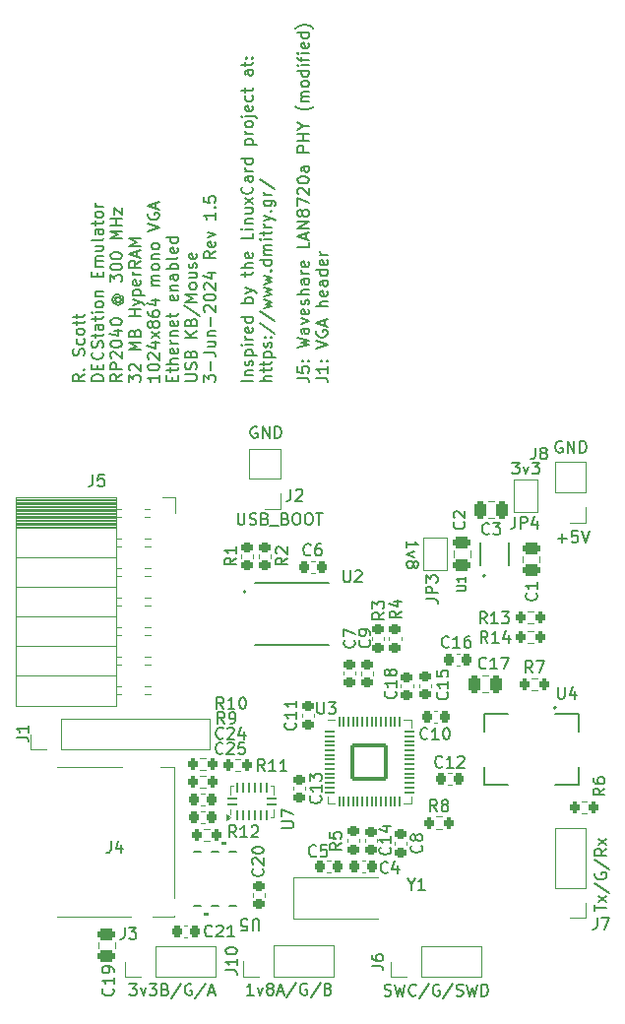
<source format=gto>
G04 #@! TF.GenerationSoftware,KiCad,Pcbnew,8.0.1-8.0.1-1~ubuntu22.04.1*
G04 #@! TF.CreationDate,2024-06-03T13:26:47-07:00*
G04 #@! TF.ProjectId,emu_brd,656d755f-6272-4642-9e6b-696361645f70,REV1*
G04 #@! TF.SameCoordinates,Original*
G04 #@! TF.FileFunction,Legend,Top*
G04 #@! TF.FilePolarity,Positive*
%FSLAX46Y46*%
G04 Gerber Fmt 4.6, Leading zero omitted, Abs format (unit mm)*
G04 Created by KiCad (PCBNEW 8.0.1-8.0.1-1~ubuntu22.04.1) date 2024-06-03 13:26:47*
%MOMM*%
%LPD*%
G01*
G04 APERTURE LIST*
G04 Aperture macros list*
%AMRoundRect*
0 Rectangle with rounded corners*
0 $1 Rounding radius*
0 $2 $3 $4 $5 $6 $7 $8 $9 X,Y pos of 4 corners*
0 Add a 4 corners polygon primitive as box body*
4,1,4,$2,$3,$4,$5,$6,$7,$8,$9,$2,$3,0*
0 Add four circle primitives for the rounded corners*
1,1,$1+$1,$2,$3*
1,1,$1+$1,$4,$5*
1,1,$1+$1,$6,$7*
1,1,$1+$1,$8,$9*
0 Add four rect primitives between the rounded corners*
20,1,$1+$1,$2,$3,$4,$5,0*
20,1,$1+$1,$4,$5,$6,$7,0*
20,1,$1+$1,$6,$7,$8,$9,0*
20,1,$1+$1,$8,$9,$2,$3,0*%
G04 Aperture macros list end*
%ADD10C,0.150000*%
%ADD11C,0.152400*%
%ADD12C,0.000000*%
%ADD13C,0.120000*%
%ADD14C,0.200000*%
%ADD15C,0.127000*%
%ADD16R,0.280000X0.850000*%
%ADD17R,0.850000X0.280000*%
%ADD18C,0.600000*%
%ADD19RoundRect,0.200000X0.200000X0.275000X-0.200000X0.275000X-0.200000X-0.275000X0.200000X-0.275000X0*%
%ADD20R,1.700000X1.700000*%
%ADD21O,1.700000X1.700000*%
%ADD22R,3.500000X2.400000*%
%ADD23R,0.965200X0.431800*%
%ADD24R,3.454400X4.343400*%
%ADD25RoundRect,0.200000X-0.200000X-0.275000X0.200000X-0.275000X0.200000X0.275000X-0.200000X0.275000X0*%
%ADD26R,3.500000X0.250000*%
%ADD27R,4.000000X0.250000*%
%ADD28RoundRect,0.250000X-0.475000X0.250000X-0.475000X-0.250000X0.475000X-0.250000X0.475000X0.250000X0*%
%ADD29RoundRect,0.225000X-0.225000X-0.250000X0.225000X-0.250000X0.225000X0.250000X-0.225000X0.250000X0*%
%ADD30RoundRect,0.225000X-0.250000X0.225000X-0.250000X-0.225000X0.250000X-0.225000X0.250000X0.225000X0*%
%ADD31RoundRect,0.225000X0.225000X0.250000X-0.225000X0.250000X-0.225000X-0.250000X0.225000X-0.250000X0*%
%ADD32RoundRect,0.225000X0.250000X-0.225000X0.250000X0.225000X-0.250000X0.225000X-0.250000X-0.225000X0*%
%ADD33RoundRect,0.250000X0.475000X-0.250000X0.475000X0.250000X-0.475000X0.250000X-0.475000X-0.250000X0*%
%ADD34RoundRect,0.050000X-0.387500X-0.050000X0.387500X-0.050000X0.387500X0.050000X-0.387500X0.050000X0*%
%ADD35RoundRect,0.050000X-0.050000X-0.387500X0.050000X-0.387500X0.050000X0.387500X-0.050000X0.387500X0*%
%ADD36RoundRect,0.144000X-1.456000X-1.456000X1.456000X-1.456000X1.456000X1.456000X-1.456000X1.456000X0*%
%ADD37C,2.700000*%
%ADD38RoundRect,0.250000X-0.250000X-0.475000X0.250000X-0.475000X0.250000X0.475000X-0.250000X0.475000X0*%
%ADD39R,1.500000X0.900000*%
%ADD40R,0.220000X0.760000*%
%ADD41RoundRect,0.250000X0.250000X0.475000X-0.250000X0.475000X-0.250000X-0.475000X0.250000X-0.475000X0*%
%ADD42R,1.750000X0.700000*%
%ADD43R,1.000000X1.450000*%
%ADD44R,1.550000X1.000000*%
%ADD45R,1.500000X0.800000*%
%ADD46R,1.500000X1.300000*%
%ADD47R,1.500000X1.500000*%
%ADD48R,1.400000X0.800000*%
%ADD49R,1.500000X1.000000*%
%ADD50RoundRect,0.062500X0.350000X-0.062500X0.350000X0.062500X-0.350000X0.062500X-0.350000X-0.062500X0*%
%ADD51RoundRect,0.062500X0.062500X-0.350000X0.062500X0.350000X-0.062500X0.350000X-0.062500X-0.350000X0*%
%ADD52R,2.000000X1.000000*%
%ADD53C,0.410000*%
G04 APERTURE END LIST*
D10*
X75490547Y-66671792D02*
X75014356Y-67005125D01*
X75490547Y-67243220D02*
X74490547Y-67243220D01*
X74490547Y-67243220D02*
X74490547Y-66862268D01*
X74490547Y-66862268D02*
X74538166Y-66767030D01*
X74538166Y-66767030D02*
X74585785Y-66719411D01*
X74585785Y-66719411D02*
X74681023Y-66671792D01*
X74681023Y-66671792D02*
X74823880Y-66671792D01*
X74823880Y-66671792D02*
X74919118Y-66719411D01*
X74919118Y-66719411D02*
X74966737Y-66767030D01*
X74966737Y-66767030D02*
X75014356Y-66862268D01*
X75014356Y-66862268D02*
X75014356Y-67243220D01*
X75395308Y-66243220D02*
X75442928Y-66195601D01*
X75442928Y-66195601D02*
X75490547Y-66243220D01*
X75490547Y-66243220D02*
X75442928Y-66290839D01*
X75442928Y-66290839D02*
X75395308Y-66243220D01*
X75395308Y-66243220D02*
X75490547Y-66243220D01*
X75442928Y-65052744D02*
X75490547Y-64909887D01*
X75490547Y-64909887D02*
X75490547Y-64671792D01*
X75490547Y-64671792D02*
X75442928Y-64576554D01*
X75442928Y-64576554D02*
X75395308Y-64528935D01*
X75395308Y-64528935D02*
X75300070Y-64481316D01*
X75300070Y-64481316D02*
X75204832Y-64481316D01*
X75204832Y-64481316D02*
X75109594Y-64528935D01*
X75109594Y-64528935D02*
X75061975Y-64576554D01*
X75061975Y-64576554D02*
X75014356Y-64671792D01*
X75014356Y-64671792D02*
X74966737Y-64862268D01*
X74966737Y-64862268D02*
X74919118Y-64957506D01*
X74919118Y-64957506D02*
X74871499Y-65005125D01*
X74871499Y-65005125D02*
X74776261Y-65052744D01*
X74776261Y-65052744D02*
X74681023Y-65052744D01*
X74681023Y-65052744D02*
X74585785Y-65005125D01*
X74585785Y-65005125D02*
X74538166Y-64957506D01*
X74538166Y-64957506D02*
X74490547Y-64862268D01*
X74490547Y-64862268D02*
X74490547Y-64624173D01*
X74490547Y-64624173D02*
X74538166Y-64481316D01*
X75442928Y-63624173D02*
X75490547Y-63719411D01*
X75490547Y-63719411D02*
X75490547Y-63909887D01*
X75490547Y-63909887D02*
X75442928Y-64005125D01*
X75442928Y-64005125D02*
X75395308Y-64052744D01*
X75395308Y-64052744D02*
X75300070Y-64100363D01*
X75300070Y-64100363D02*
X75014356Y-64100363D01*
X75014356Y-64100363D02*
X74919118Y-64052744D01*
X74919118Y-64052744D02*
X74871499Y-64005125D01*
X74871499Y-64005125D02*
X74823880Y-63909887D01*
X74823880Y-63909887D02*
X74823880Y-63719411D01*
X74823880Y-63719411D02*
X74871499Y-63624173D01*
X75490547Y-63052744D02*
X75442928Y-63147982D01*
X75442928Y-63147982D02*
X75395308Y-63195601D01*
X75395308Y-63195601D02*
X75300070Y-63243220D01*
X75300070Y-63243220D02*
X75014356Y-63243220D01*
X75014356Y-63243220D02*
X74919118Y-63195601D01*
X74919118Y-63195601D02*
X74871499Y-63147982D01*
X74871499Y-63147982D02*
X74823880Y-63052744D01*
X74823880Y-63052744D02*
X74823880Y-62909887D01*
X74823880Y-62909887D02*
X74871499Y-62814649D01*
X74871499Y-62814649D02*
X74919118Y-62767030D01*
X74919118Y-62767030D02*
X75014356Y-62719411D01*
X75014356Y-62719411D02*
X75300070Y-62719411D01*
X75300070Y-62719411D02*
X75395308Y-62767030D01*
X75395308Y-62767030D02*
X75442928Y-62814649D01*
X75442928Y-62814649D02*
X75490547Y-62909887D01*
X75490547Y-62909887D02*
X75490547Y-63052744D01*
X74823880Y-62433696D02*
X74823880Y-62052744D01*
X74490547Y-62290839D02*
X75347689Y-62290839D01*
X75347689Y-62290839D02*
X75442928Y-62243220D01*
X75442928Y-62243220D02*
X75490547Y-62147982D01*
X75490547Y-62147982D02*
X75490547Y-62052744D01*
X74823880Y-61862267D02*
X74823880Y-61481315D01*
X74490547Y-61719410D02*
X75347689Y-61719410D01*
X75347689Y-61719410D02*
X75442928Y-61671791D01*
X75442928Y-61671791D02*
X75490547Y-61576553D01*
X75490547Y-61576553D02*
X75490547Y-61481315D01*
X77100491Y-67243220D02*
X76100491Y-67243220D01*
X76100491Y-67243220D02*
X76100491Y-67005125D01*
X76100491Y-67005125D02*
X76148110Y-66862268D01*
X76148110Y-66862268D02*
X76243348Y-66767030D01*
X76243348Y-66767030D02*
X76338586Y-66719411D01*
X76338586Y-66719411D02*
X76529062Y-66671792D01*
X76529062Y-66671792D02*
X76671919Y-66671792D01*
X76671919Y-66671792D02*
X76862395Y-66719411D01*
X76862395Y-66719411D02*
X76957633Y-66767030D01*
X76957633Y-66767030D02*
X77052872Y-66862268D01*
X77052872Y-66862268D02*
X77100491Y-67005125D01*
X77100491Y-67005125D02*
X77100491Y-67243220D01*
X76576681Y-66243220D02*
X76576681Y-65909887D01*
X77100491Y-65767030D02*
X77100491Y-66243220D01*
X77100491Y-66243220D02*
X76100491Y-66243220D01*
X76100491Y-66243220D02*
X76100491Y-65767030D01*
X77005252Y-64767030D02*
X77052872Y-64814649D01*
X77052872Y-64814649D02*
X77100491Y-64957506D01*
X77100491Y-64957506D02*
X77100491Y-65052744D01*
X77100491Y-65052744D02*
X77052872Y-65195601D01*
X77052872Y-65195601D02*
X76957633Y-65290839D01*
X76957633Y-65290839D02*
X76862395Y-65338458D01*
X76862395Y-65338458D02*
X76671919Y-65386077D01*
X76671919Y-65386077D02*
X76529062Y-65386077D01*
X76529062Y-65386077D02*
X76338586Y-65338458D01*
X76338586Y-65338458D02*
X76243348Y-65290839D01*
X76243348Y-65290839D02*
X76148110Y-65195601D01*
X76148110Y-65195601D02*
X76100491Y-65052744D01*
X76100491Y-65052744D02*
X76100491Y-64957506D01*
X76100491Y-64957506D02*
X76148110Y-64814649D01*
X76148110Y-64814649D02*
X76195729Y-64767030D01*
X77052872Y-64386077D02*
X77100491Y-64243220D01*
X77100491Y-64243220D02*
X77100491Y-64005125D01*
X77100491Y-64005125D02*
X77052872Y-63909887D01*
X77052872Y-63909887D02*
X77005252Y-63862268D01*
X77005252Y-63862268D02*
X76910014Y-63814649D01*
X76910014Y-63814649D02*
X76814776Y-63814649D01*
X76814776Y-63814649D02*
X76719538Y-63862268D01*
X76719538Y-63862268D02*
X76671919Y-63909887D01*
X76671919Y-63909887D02*
X76624300Y-64005125D01*
X76624300Y-64005125D02*
X76576681Y-64195601D01*
X76576681Y-64195601D02*
X76529062Y-64290839D01*
X76529062Y-64290839D02*
X76481443Y-64338458D01*
X76481443Y-64338458D02*
X76386205Y-64386077D01*
X76386205Y-64386077D02*
X76290967Y-64386077D01*
X76290967Y-64386077D02*
X76195729Y-64338458D01*
X76195729Y-64338458D02*
X76148110Y-64290839D01*
X76148110Y-64290839D02*
X76100491Y-64195601D01*
X76100491Y-64195601D02*
X76100491Y-63957506D01*
X76100491Y-63957506D02*
X76148110Y-63814649D01*
X76433824Y-63528934D02*
X76433824Y-63147982D01*
X76100491Y-63386077D02*
X76957633Y-63386077D01*
X76957633Y-63386077D02*
X77052872Y-63338458D01*
X77052872Y-63338458D02*
X77100491Y-63243220D01*
X77100491Y-63243220D02*
X77100491Y-63147982D01*
X77100491Y-62386077D02*
X76576681Y-62386077D01*
X76576681Y-62386077D02*
X76481443Y-62433696D01*
X76481443Y-62433696D02*
X76433824Y-62528934D01*
X76433824Y-62528934D02*
X76433824Y-62719410D01*
X76433824Y-62719410D02*
X76481443Y-62814648D01*
X77052872Y-62386077D02*
X77100491Y-62481315D01*
X77100491Y-62481315D02*
X77100491Y-62719410D01*
X77100491Y-62719410D02*
X77052872Y-62814648D01*
X77052872Y-62814648D02*
X76957633Y-62862267D01*
X76957633Y-62862267D02*
X76862395Y-62862267D01*
X76862395Y-62862267D02*
X76767157Y-62814648D01*
X76767157Y-62814648D02*
X76719538Y-62719410D01*
X76719538Y-62719410D02*
X76719538Y-62481315D01*
X76719538Y-62481315D02*
X76671919Y-62386077D01*
X76433824Y-62052743D02*
X76433824Y-61671791D01*
X76100491Y-61909886D02*
X76957633Y-61909886D01*
X76957633Y-61909886D02*
X77052872Y-61862267D01*
X77052872Y-61862267D02*
X77100491Y-61767029D01*
X77100491Y-61767029D02*
X77100491Y-61671791D01*
X77100491Y-61338457D02*
X76433824Y-61338457D01*
X76100491Y-61338457D02*
X76148110Y-61386076D01*
X76148110Y-61386076D02*
X76195729Y-61338457D01*
X76195729Y-61338457D02*
X76148110Y-61290838D01*
X76148110Y-61290838D02*
X76100491Y-61338457D01*
X76100491Y-61338457D02*
X76195729Y-61338457D01*
X77100491Y-60719410D02*
X77052872Y-60814648D01*
X77052872Y-60814648D02*
X77005252Y-60862267D01*
X77005252Y-60862267D02*
X76910014Y-60909886D01*
X76910014Y-60909886D02*
X76624300Y-60909886D01*
X76624300Y-60909886D02*
X76529062Y-60862267D01*
X76529062Y-60862267D02*
X76481443Y-60814648D01*
X76481443Y-60814648D02*
X76433824Y-60719410D01*
X76433824Y-60719410D02*
X76433824Y-60576553D01*
X76433824Y-60576553D02*
X76481443Y-60481315D01*
X76481443Y-60481315D02*
X76529062Y-60433696D01*
X76529062Y-60433696D02*
X76624300Y-60386077D01*
X76624300Y-60386077D02*
X76910014Y-60386077D01*
X76910014Y-60386077D02*
X77005252Y-60433696D01*
X77005252Y-60433696D02*
X77052872Y-60481315D01*
X77052872Y-60481315D02*
X77100491Y-60576553D01*
X77100491Y-60576553D02*
X77100491Y-60719410D01*
X76433824Y-59957505D02*
X77100491Y-59957505D01*
X76529062Y-59957505D02*
X76481443Y-59909886D01*
X76481443Y-59909886D02*
X76433824Y-59814648D01*
X76433824Y-59814648D02*
X76433824Y-59671791D01*
X76433824Y-59671791D02*
X76481443Y-59576553D01*
X76481443Y-59576553D02*
X76576681Y-59528934D01*
X76576681Y-59528934D02*
X77100491Y-59528934D01*
X76576681Y-58290838D02*
X76576681Y-57957505D01*
X77100491Y-57814648D02*
X77100491Y-58290838D01*
X77100491Y-58290838D02*
X76100491Y-58290838D01*
X76100491Y-58290838D02*
X76100491Y-57814648D01*
X77100491Y-57386076D02*
X76433824Y-57386076D01*
X76529062Y-57386076D02*
X76481443Y-57338457D01*
X76481443Y-57338457D02*
X76433824Y-57243219D01*
X76433824Y-57243219D02*
X76433824Y-57100362D01*
X76433824Y-57100362D02*
X76481443Y-57005124D01*
X76481443Y-57005124D02*
X76576681Y-56957505D01*
X76576681Y-56957505D02*
X77100491Y-56957505D01*
X76576681Y-56957505D02*
X76481443Y-56909886D01*
X76481443Y-56909886D02*
X76433824Y-56814648D01*
X76433824Y-56814648D02*
X76433824Y-56671791D01*
X76433824Y-56671791D02*
X76481443Y-56576552D01*
X76481443Y-56576552D02*
X76576681Y-56528933D01*
X76576681Y-56528933D02*
X77100491Y-56528933D01*
X76433824Y-55624172D02*
X77100491Y-55624172D01*
X76433824Y-56052743D02*
X76957633Y-56052743D01*
X76957633Y-56052743D02*
X77052872Y-56005124D01*
X77052872Y-56005124D02*
X77100491Y-55909886D01*
X77100491Y-55909886D02*
X77100491Y-55767029D01*
X77100491Y-55767029D02*
X77052872Y-55671791D01*
X77052872Y-55671791D02*
X77005252Y-55624172D01*
X77100491Y-55005124D02*
X77052872Y-55100362D01*
X77052872Y-55100362D02*
X76957633Y-55147981D01*
X76957633Y-55147981D02*
X76100491Y-55147981D01*
X77100491Y-54195600D02*
X76576681Y-54195600D01*
X76576681Y-54195600D02*
X76481443Y-54243219D01*
X76481443Y-54243219D02*
X76433824Y-54338457D01*
X76433824Y-54338457D02*
X76433824Y-54528933D01*
X76433824Y-54528933D02*
X76481443Y-54624171D01*
X77052872Y-54195600D02*
X77100491Y-54290838D01*
X77100491Y-54290838D02*
X77100491Y-54528933D01*
X77100491Y-54528933D02*
X77052872Y-54624171D01*
X77052872Y-54624171D02*
X76957633Y-54671790D01*
X76957633Y-54671790D02*
X76862395Y-54671790D01*
X76862395Y-54671790D02*
X76767157Y-54624171D01*
X76767157Y-54624171D02*
X76719538Y-54528933D01*
X76719538Y-54528933D02*
X76719538Y-54290838D01*
X76719538Y-54290838D02*
X76671919Y-54195600D01*
X76433824Y-53862266D02*
X76433824Y-53481314D01*
X76100491Y-53719409D02*
X76957633Y-53719409D01*
X76957633Y-53719409D02*
X77052872Y-53671790D01*
X77052872Y-53671790D02*
X77100491Y-53576552D01*
X77100491Y-53576552D02*
X77100491Y-53481314D01*
X77100491Y-53005123D02*
X77052872Y-53100361D01*
X77052872Y-53100361D02*
X77005252Y-53147980D01*
X77005252Y-53147980D02*
X76910014Y-53195599D01*
X76910014Y-53195599D02*
X76624300Y-53195599D01*
X76624300Y-53195599D02*
X76529062Y-53147980D01*
X76529062Y-53147980D02*
X76481443Y-53100361D01*
X76481443Y-53100361D02*
X76433824Y-53005123D01*
X76433824Y-53005123D02*
X76433824Y-52862266D01*
X76433824Y-52862266D02*
X76481443Y-52767028D01*
X76481443Y-52767028D02*
X76529062Y-52719409D01*
X76529062Y-52719409D02*
X76624300Y-52671790D01*
X76624300Y-52671790D02*
X76910014Y-52671790D01*
X76910014Y-52671790D02*
X77005252Y-52719409D01*
X77005252Y-52719409D02*
X77052872Y-52767028D01*
X77052872Y-52767028D02*
X77100491Y-52862266D01*
X77100491Y-52862266D02*
X77100491Y-53005123D01*
X77100491Y-52243218D02*
X76433824Y-52243218D01*
X76624300Y-52243218D02*
X76529062Y-52195599D01*
X76529062Y-52195599D02*
X76481443Y-52147980D01*
X76481443Y-52147980D02*
X76433824Y-52052742D01*
X76433824Y-52052742D02*
X76433824Y-51957504D01*
X78710435Y-66671792D02*
X78234244Y-67005125D01*
X78710435Y-67243220D02*
X77710435Y-67243220D01*
X77710435Y-67243220D02*
X77710435Y-66862268D01*
X77710435Y-66862268D02*
X77758054Y-66767030D01*
X77758054Y-66767030D02*
X77805673Y-66719411D01*
X77805673Y-66719411D02*
X77900911Y-66671792D01*
X77900911Y-66671792D02*
X78043768Y-66671792D01*
X78043768Y-66671792D02*
X78139006Y-66719411D01*
X78139006Y-66719411D02*
X78186625Y-66767030D01*
X78186625Y-66767030D02*
X78234244Y-66862268D01*
X78234244Y-66862268D02*
X78234244Y-67243220D01*
X78710435Y-66243220D02*
X77710435Y-66243220D01*
X77710435Y-66243220D02*
X77710435Y-65862268D01*
X77710435Y-65862268D02*
X77758054Y-65767030D01*
X77758054Y-65767030D02*
X77805673Y-65719411D01*
X77805673Y-65719411D02*
X77900911Y-65671792D01*
X77900911Y-65671792D02*
X78043768Y-65671792D01*
X78043768Y-65671792D02*
X78139006Y-65719411D01*
X78139006Y-65719411D02*
X78186625Y-65767030D01*
X78186625Y-65767030D02*
X78234244Y-65862268D01*
X78234244Y-65862268D02*
X78234244Y-66243220D01*
X77805673Y-65290839D02*
X77758054Y-65243220D01*
X77758054Y-65243220D02*
X77710435Y-65147982D01*
X77710435Y-65147982D02*
X77710435Y-64909887D01*
X77710435Y-64909887D02*
X77758054Y-64814649D01*
X77758054Y-64814649D02*
X77805673Y-64767030D01*
X77805673Y-64767030D02*
X77900911Y-64719411D01*
X77900911Y-64719411D02*
X77996149Y-64719411D01*
X77996149Y-64719411D02*
X78139006Y-64767030D01*
X78139006Y-64767030D02*
X78710435Y-65338458D01*
X78710435Y-65338458D02*
X78710435Y-64719411D01*
X77710435Y-64100363D02*
X77710435Y-64005125D01*
X77710435Y-64005125D02*
X77758054Y-63909887D01*
X77758054Y-63909887D02*
X77805673Y-63862268D01*
X77805673Y-63862268D02*
X77900911Y-63814649D01*
X77900911Y-63814649D02*
X78091387Y-63767030D01*
X78091387Y-63767030D02*
X78329482Y-63767030D01*
X78329482Y-63767030D02*
X78519958Y-63814649D01*
X78519958Y-63814649D02*
X78615196Y-63862268D01*
X78615196Y-63862268D02*
X78662816Y-63909887D01*
X78662816Y-63909887D02*
X78710435Y-64005125D01*
X78710435Y-64005125D02*
X78710435Y-64100363D01*
X78710435Y-64100363D02*
X78662816Y-64195601D01*
X78662816Y-64195601D02*
X78615196Y-64243220D01*
X78615196Y-64243220D02*
X78519958Y-64290839D01*
X78519958Y-64290839D02*
X78329482Y-64338458D01*
X78329482Y-64338458D02*
X78091387Y-64338458D01*
X78091387Y-64338458D02*
X77900911Y-64290839D01*
X77900911Y-64290839D02*
X77805673Y-64243220D01*
X77805673Y-64243220D02*
X77758054Y-64195601D01*
X77758054Y-64195601D02*
X77710435Y-64100363D01*
X78043768Y-62909887D02*
X78710435Y-62909887D01*
X77662816Y-63147982D02*
X78377101Y-63386077D01*
X78377101Y-63386077D02*
X78377101Y-62767030D01*
X77710435Y-62195601D02*
X77710435Y-62100363D01*
X77710435Y-62100363D02*
X77758054Y-62005125D01*
X77758054Y-62005125D02*
X77805673Y-61957506D01*
X77805673Y-61957506D02*
X77900911Y-61909887D01*
X77900911Y-61909887D02*
X78091387Y-61862268D01*
X78091387Y-61862268D02*
X78329482Y-61862268D01*
X78329482Y-61862268D02*
X78519958Y-61909887D01*
X78519958Y-61909887D02*
X78615196Y-61957506D01*
X78615196Y-61957506D02*
X78662816Y-62005125D01*
X78662816Y-62005125D02*
X78710435Y-62100363D01*
X78710435Y-62100363D02*
X78710435Y-62195601D01*
X78710435Y-62195601D02*
X78662816Y-62290839D01*
X78662816Y-62290839D02*
X78615196Y-62338458D01*
X78615196Y-62338458D02*
X78519958Y-62386077D01*
X78519958Y-62386077D02*
X78329482Y-62433696D01*
X78329482Y-62433696D02*
X78091387Y-62433696D01*
X78091387Y-62433696D02*
X77900911Y-62386077D01*
X77900911Y-62386077D02*
X77805673Y-62338458D01*
X77805673Y-62338458D02*
X77758054Y-62290839D01*
X77758054Y-62290839D02*
X77710435Y-62195601D01*
X78234244Y-60052744D02*
X78186625Y-60100363D01*
X78186625Y-60100363D02*
X78139006Y-60195601D01*
X78139006Y-60195601D02*
X78139006Y-60290839D01*
X78139006Y-60290839D02*
X78186625Y-60386077D01*
X78186625Y-60386077D02*
X78234244Y-60433696D01*
X78234244Y-60433696D02*
X78329482Y-60481315D01*
X78329482Y-60481315D02*
X78424720Y-60481315D01*
X78424720Y-60481315D02*
X78519958Y-60433696D01*
X78519958Y-60433696D02*
X78567577Y-60386077D01*
X78567577Y-60386077D02*
X78615196Y-60290839D01*
X78615196Y-60290839D02*
X78615196Y-60195601D01*
X78615196Y-60195601D02*
X78567577Y-60100363D01*
X78567577Y-60100363D02*
X78519958Y-60052744D01*
X78139006Y-60052744D02*
X78519958Y-60052744D01*
X78519958Y-60052744D02*
X78567577Y-60005125D01*
X78567577Y-60005125D02*
X78567577Y-59957506D01*
X78567577Y-59957506D02*
X78519958Y-59862267D01*
X78519958Y-59862267D02*
X78424720Y-59814648D01*
X78424720Y-59814648D02*
X78186625Y-59814648D01*
X78186625Y-59814648D02*
X78043768Y-59909887D01*
X78043768Y-59909887D02*
X77948530Y-60052744D01*
X77948530Y-60052744D02*
X77900911Y-60243220D01*
X77900911Y-60243220D02*
X77948530Y-60433696D01*
X77948530Y-60433696D02*
X78043768Y-60576553D01*
X78043768Y-60576553D02*
X78186625Y-60671791D01*
X78186625Y-60671791D02*
X78377101Y-60719410D01*
X78377101Y-60719410D02*
X78567577Y-60671791D01*
X78567577Y-60671791D02*
X78710435Y-60576553D01*
X78710435Y-60576553D02*
X78805673Y-60433696D01*
X78805673Y-60433696D02*
X78853292Y-60243220D01*
X78853292Y-60243220D02*
X78805673Y-60052744D01*
X78805673Y-60052744D02*
X78710435Y-59909887D01*
X77710435Y-58719410D02*
X77710435Y-58100363D01*
X77710435Y-58100363D02*
X78091387Y-58433696D01*
X78091387Y-58433696D02*
X78091387Y-58290839D01*
X78091387Y-58290839D02*
X78139006Y-58195601D01*
X78139006Y-58195601D02*
X78186625Y-58147982D01*
X78186625Y-58147982D02*
X78281863Y-58100363D01*
X78281863Y-58100363D02*
X78519958Y-58100363D01*
X78519958Y-58100363D02*
X78615196Y-58147982D01*
X78615196Y-58147982D02*
X78662816Y-58195601D01*
X78662816Y-58195601D02*
X78710435Y-58290839D01*
X78710435Y-58290839D02*
X78710435Y-58576553D01*
X78710435Y-58576553D02*
X78662816Y-58671791D01*
X78662816Y-58671791D02*
X78615196Y-58719410D01*
X77710435Y-57481315D02*
X77710435Y-57386077D01*
X77710435Y-57386077D02*
X77758054Y-57290839D01*
X77758054Y-57290839D02*
X77805673Y-57243220D01*
X77805673Y-57243220D02*
X77900911Y-57195601D01*
X77900911Y-57195601D02*
X78091387Y-57147982D01*
X78091387Y-57147982D02*
X78329482Y-57147982D01*
X78329482Y-57147982D02*
X78519958Y-57195601D01*
X78519958Y-57195601D02*
X78615196Y-57243220D01*
X78615196Y-57243220D02*
X78662816Y-57290839D01*
X78662816Y-57290839D02*
X78710435Y-57386077D01*
X78710435Y-57386077D02*
X78710435Y-57481315D01*
X78710435Y-57481315D02*
X78662816Y-57576553D01*
X78662816Y-57576553D02*
X78615196Y-57624172D01*
X78615196Y-57624172D02*
X78519958Y-57671791D01*
X78519958Y-57671791D02*
X78329482Y-57719410D01*
X78329482Y-57719410D02*
X78091387Y-57719410D01*
X78091387Y-57719410D02*
X77900911Y-57671791D01*
X77900911Y-57671791D02*
X77805673Y-57624172D01*
X77805673Y-57624172D02*
X77758054Y-57576553D01*
X77758054Y-57576553D02*
X77710435Y-57481315D01*
X77710435Y-56528934D02*
X77710435Y-56433696D01*
X77710435Y-56433696D02*
X77758054Y-56338458D01*
X77758054Y-56338458D02*
X77805673Y-56290839D01*
X77805673Y-56290839D02*
X77900911Y-56243220D01*
X77900911Y-56243220D02*
X78091387Y-56195601D01*
X78091387Y-56195601D02*
X78329482Y-56195601D01*
X78329482Y-56195601D02*
X78519958Y-56243220D01*
X78519958Y-56243220D02*
X78615196Y-56290839D01*
X78615196Y-56290839D02*
X78662816Y-56338458D01*
X78662816Y-56338458D02*
X78710435Y-56433696D01*
X78710435Y-56433696D02*
X78710435Y-56528934D01*
X78710435Y-56528934D02*
X78662816Y-56624172D01*
X78662816Y-56624172D02*
X78615196Y-56671791D01*
X78615196Y-56671791D02*
X78519958Y-56719410D01*
X78519958Y-56719410D02*
X78329482Y-56767029D01*
X78329482Y-56767029D02*
X78091387Y-56767029D01*
X78091387Y-56767029D02*
X77900911Y-56719410D01*
X77900911Y-56719410D02*
X77805673Y-56671791D01*
X77805673Y-56671791D02*
X77758054Y-56624172D01*
X77758054Y-56624172D02*
X77710435Y-56528934D01*
X78710435Y-55005124D02*
X77710435Y-55005124D01*
X77710435Y-55005124D02*
X78424720Y-54671791D01*
X78424720Y-54671791D02*
X77710435Y-54338458D01*
X77710435Y-54338458D02*
X78710435Y-54338458D01*
X78710435Y-53862267D02*
X77710435Y-53862267D01*
X78186625Y-53862267D02*
X78186625Y-53290839D01*
X78710435Y-53290839D02*
X77710435Y-53290839D01*
X78043768Y-52909886D02*
X78043768Y-52386077D01*
X78043768Y-52386077D02*
X78710435Y-52909886D01*
X78710435Y-52909886D02*
X78710435Y-52386077D01*
X79320379Y-67338458D02*
X79320379Y-66719411D01*
X79320379Y-66719411D02*
X79701331Y-67052744D01*
X79701331Y-67052744D02*
X79701331Y-66909887D01*
X79701331Y-66909887D02*
X79748950Y-66814649D01*
X79748950Y-66814649D02*
X79796569Y-66767030D01*
X79796569Y-66767030D02*
X79891807Y-66719411D01*
X79891807Y-66719411D02*
X80129902Y-66719411D01*
X80129902Y-66719411D02*
X80225140Y-66767030D01*
X80225140Y-66767030D02*
X80272760Y-66814649D01*
X80272760Y-66814649D02*
X80320379Y-66909887D01*
X80320379Y-66909887D02*
X80320379Y-67195601D01*
X80320379Y-67195601D02*
X80272760Y-67290839D01*
X80272760Y-67290839D02*
X80225140Y-67338458D01*
X79415617Y-66338458D02*
X79367998Y-66290839D01*
X79367998Y-66290839D02*
X79320379Y-66195601D01*
X79320379Y-66195601D02*
X79320379Y-65957506D01*
X79320379Y-65957506D02*
X79367998Y-65862268D01*
X79367998Y-65862268D02*
X79415617Y-65814649D01*
X79415617Y-65814649D02*
X79510855Y-65767030D01*
X79510855Y-65767030D02*
X79606093Y-65767030D01*
X79606093Y-65767030D02*
X79748950Y-65814649D01*
X79748950Y-65814649D02*
X80320379Y-66386077D01*
X80320379Y-66386077D02*
X80320379Y-65767030D01*
X80320379Y-64576553D02*
X79320379Y-64576553D01*
X79320379Y-64576553D02*
X80034664Y-64243220D01*
X80034664Y-64243220D02*
X79320379Y-63909887D01*
X79320379Y-63909887D02*
X80320379Y-63909887D01*
X79796569Y-63100363D02*
X79844188Y-62957506D01*
X79844188Y-62957506D02*
X79891807Y-62909887D01*
X79891807Y-62909887D02*
X79987045Y-62862268D01*
X79987045Y-62862268D02*
X80129902Y-62862268D01*
X80129902Y-62862268D02*
X80225140Y-62909887D01*
X80225140Y-62909887D02*
X80272760Y-62957506D01*
X80272760Y-62957506D02*
X80320379Y-63052744D01*
X80320379Y-63052744D02*
X80320379Y-63433696D01*
X80320379Y-63433696D02*
X79320379Y-63433696D01*
X79320379Y-63433696D02*
X79320379Y-63100363D01*
X79320379Y-63100363D02*
X79367998Y-63005125D01*
X79367998Y-63005125D02*
X79415617Y-62957506D01*
X79415617Y-62957506D02*
X79510855Y-62909887D01*
X79510855Y-62909887D02*
X79606093Y-62909887D01*
X79606093Y-62909887D02*
X79701331Y-62957506D01*
X79701331Y-62957506D02*
X79748950Y-63005125D01*
X79748950Y-63005125D02*
X79796569Y-63100363D01*
X79796569Y-63100363D02*
X79796569Y-63433696D01*
X80320379Y-61671791D02*
X79320379Y-61671791D01*
X79796569Y-61671791D02*
X79796569Y-61100363D01*
X80320379Y-61100363D02*
X79320379Y-61100363D01*
X79653712Y-60719410D02*
X80320379Y-60481315D01*
X79653712Y-60243220D02*
X80320379Y-60481315D01*
X80320379Y-60481315D02*
X80558474Y-60576553D01*
X80558474Y-60576553D02*
X80606093Y-60624172D01*
X80606093Y-60624172D02*
X80653712Y-60719410D01*
X79653712Y-59862267D02*
X80653712Y-59862267D01*
X79701331Y-59862267D02*
X79653712Y-59767029D01*
X79653712Y-59767029D02*
X79653712Y-59576553D01*
X79653712Y-59576553D02*
X79701331Y-59481315D01*
X79701331Y-59481315D02*
X79748950Y-59433696D01*
X79748950Y-59433696D02*
X79844188Y-59386077D01*
X79844188Y-59386077D02*
X80129902Y-59386077D01*
X80129902Y-59386077D02*
X80225140Y-59433696D01*
X80225140Y-59433696D02*
X80272760Y-59481315D01*
X80272760Y-59481315D02*
X80320379Y-59576553D01*
X80320379Y-59576553D02*
X80320379Y-59767029D01*
X80320379Y-59767029D02*
X80272760Y-59862267D01*
X80272760Y-58576553D02*
X80320379Y-58671791D01*
X80320379Y-58671791D02*
X80320379Y-58862267D01*
X80320379Y-58862267D02*
X80272760Y-58957505D01*
X80272760Y-58957505D02*
X80177521Y-59005124D01*
X80177521Y-59005124D02*
X79796569Y-59005124D01*
X79796569Y-59005124D02*
X79701331Y-58957505D01*
X79701331Y-58957505D02*
X79653712Y-58862267D01*
X79653712Y-58862267D02*
X79653712Y-58671791D01*
X79653712Y-58671791D02*
X79701331Y-58576553D01*
X79701331Y-58576553D02*
X79796569Y-58528934D01*
X79796569Y-58528934D02*
X79891807Y-58528934D01*
X79891807Y-58528934D02*
X79987045Y-59005124D01*
X80320379Y-58100362D02*
X79653712Y-58100362D01*
X79844188Y-58100362D02*
X79748950Y-58052743D01*
X79748950Y-58052743D02*
X79701331Y-58005124D01*
X79701331Y-58005124D02*
X79653712Y-57909886D01*
X79653712Y-57909886D02*
X79653712Y-57814648D01*
X80320379Y-56909886D02*
X79844188Y-57243219D01*
X80320379Y-57481314D02*
X79320379Y-57481314D01*
X79320379Y-57481314D02*
X79320379Y-57100362D01*
X79320379Y-57100362D02*
X79367998Y-57005124D01*
X79367998Y-57005124D02*
X79415617Y-56957505D01*
X79415617Y-56957505D02*
X79510855Y-56909886D01*
X79510855Y-56909886D02*
X79653712Y-56909886D01*
X79653712Y-56909886D02*
X79748950Y-56957505D01*
X79748950Y-56957505D02*
X79796569Y-57005124D01*
X79796569Y-57005124D02*
X79844188Y-57100362D01*
X79844188Y-57100362D02*
X79844188Y-57481314D01*
X80034664Y-56528933D02*
X80034664Y-56052743D01*
X80320379Y-56624171D02*
X79320379Y-56290838D01*
X79320379Y-56290838D02*
X80320379Y-55957505D01*
X80320379Y-55624171D02*
X79320379Y-55624171D01*
X79320379Y-55624171D02*
X80034664Y-55290838D01*
X80034664Y-55290838D02*
X79320379Y-54957505D01*
X79320379Y-54957505D02*
X80320379Y-54957505D01*
X81930323Y-66719411D02*
X81930323Y-67290839D01*
X81930323Y-67005125D02*
X80930323Y-67005125D01*
X80930323Y-67005125D02*
X81073180Y-67100363D01*
X81073180Y-67100363D02*
X81168418Y-67195601D01*
X81168418Y-67195601D02*
X81216037Y-67290839D01*
X80930323Y-66100363D02*
X80930323Y-66005125D01*
X80930323Y-66005125D02*
X80977942Y-65909887D01*
X80977942Y-65909887D02*
X81025561Y-65862268D01*
X81025561Y-65862268D02*
X81120799Y-65814649D01*
X81120799Y-65814649D02*
X81311275Y-65767030D01*
X81311275Y-65767030D02*
X81549370Y-65767030D01*
X81549370Y-65767030D02*
X81739846Y-65814649D01*
X81739846Y-65814649D02*
X81835084Y-65862268D01*
X81835084Y-65862268D02*
X81882704Y-65909887D01*
X81882704Y-65909887D02*
X81930323Y-66005125D01*
X81930323Y-66005125D02*
X81930323Y-66100363D01*
X81930323Y-66100363D02*
X81882704Y-66195601D01*
X81882704Y-66195601D02*
X81835084Y-66243220D01*
X81835084Y-66243220D02*
X81739846Y-66290839D01*
X81739846Y-66290839D02*
X81549370Y-66338458D01*
X81549370Y-66338458D02*
X81311275Y-66338458D01*
X81311275Y-66338458D02*
X81120799Y-66290839D01*
X81120799Y-66290839D02*
X81025561Y-66243220D01*
X81025561Y-66243220D02*
X80977942Y-66195601D01*
X80977942Y-66195601D02*
X80930323Y-66100363D01*
X81025561Y-65386077D02*
X80977942Y-65338458D01*
X80977942Y-65338458D02*
X80930323Y-65243220D01*
X80930323Y-65243220D02*
X80930323Y-65005125D01*
X80930323Y-65005125D02*
X80977942Y-64909887D01*
X80977942Y-64909887D02*
X81025561Y-64862268D01*
X81025561Y-64862268D02*
X81120799Y-64814649D01*
X81120799Y-64814649D02*
X81216037Y-64814649D01*
X81216037Y-64814649D02*
X81358894Y-64862268D01*
X81358894Y-64862268D02*
X81930323Y-65433696D01*
X81930323Y-65433696D02*
X81930323Y-64814649D01*
X81263656Y-63957506D02*
X81930323Y-63957506D01*
X80882704Y-64195601D02*
X81596989Y-64433696D01*
X81596989Y-64433696D02*
X81596989Y-63814649D01*
X81930323Y-63528934D02*
X81263656Y-63005125D01*
X81263656Y-63528934D02*
X81930323Y-63005125D01*
X81358894Y-62481315D02*
X81311275Y-62576553D01*
X81311275Y-62576553D02*
X81263656Y-62624172D01*
X81263656Y-62624172D02*
X81168418Y-62671791D01*
X81168418Y-62671791D02*
X81120799Y-62671791D01*
X81120799Y-62671791D02*
X81025561Y-62624172D01*
X81025561Y-62624172D02*
X80977942Y-62576553D01*
X80977942Y-62576553D02*
X80930323Y-62481315D01*
X80930323Y-62481315D02*
X80930323Y-62290839D01*
X80930323Y-62290839D02*
X80977942Y-62195601D01*
X80977942Y-62195601D02*
X81025561Y-62147982D01*
X81025561Y-62147982D02*
X81120799Y-62100363D01*
X81120799Y-62100363D02*
X81168418Y-62100363D01*
X81168418Y-62100363D02*
X81263656Y-62147982D01*
X81263656Y-62147982D02*
X81311275Y-62195601D01*
X81311275Y-62195601D02*
X81358894Y-62290839D01*
X81358894Y-62290839D02*
X81358894Y-62481315D01*
X81358894Y-62481315D02*
X81406513Y-62576553D01*
X81406513Y-62576553D02*
X81454132Y-62624172D01*
X81454132Y-62624172D02*
X81549370Y-62671791D01*
X81549370Y-62671791D02*
X81739846Y-62671791D01*
X81739846Y-62671791D02*
X81835084Y-62624172D01*
X81835084Y-62624172D02*
X81882704Y-62576553D01*
X81882704Y-62576553D02*
X81930323Y-62481315D01*
X81930323Y-62481315D02*
X81930323Y-62290839D01*
X81930323Y-62290839D02*
X81882704Y-62195601D01*
X81882704Y-62195601D02*
X81835084Y-62147982D01*
X81835084Y-62147982D02*
X81739846Y-62100363D01*
X81739846Y-62100363D02*
X81549370Y-62100363D01*
X81549370Y-62100363D02*
X81454132Y-62147982D01*
X81454132Y-62147982D02*
X81406513Y-62195601D01*
X81406513Y-62195601D02*
X81358894Y-62290839D01*
X80930323Y-61243220D02*
X80930323Y-61433696D01*
X80930323Y-61433696D02*
X80977942Y-61528934D01*
X80977942Y-61528934D02*
X81025561Y-61576553D01*
X81025561Y-61576553D02*
X81168418Y-61671791D01*
X81168418Y-61671791D02*
X81358894Y-61719410D01*
X81358894Y-61719410D02*
X81739846Y-61719410D01*
X81739846Y-61719410D02*
X81835084Y-61671791D01*
X81835084Y-61671791D02*
X81882704Y-61624172D01*
X81882704Y-61624172D02*
X81930323Y-61528934D01*
X81930323Y-61528934D02*
X81930323Y-61338458D01*
X81930323Y-61338458D02*
X81882704Y-61243220D01*
X81882704Y-61243220D02*
X81835084Y-61195601D01*
X81835084Y-61195601D02*
X81739846Y-61147982D01*
X81739846Y-61147982D02*
X81501751Y-61147982D01*
X81501751Y-61147982D02*
X81406513Y-61195601D01*
X81406513Y-61195601D02*
X81358894Y-61243220D01*
X81358894Y-61243220D02*
X81311275Y-61338458D01*
X81311275Y-61338458D02*
X81311275Y-61528934D01*
X81311275Y-61528934D02*
X81358894Y-61624172D01*
X81358894Y-61624172D02*
X81406513Y-61671791D01*
X81406513Y-61671791D02*
X81501751Y-61719410D01*
X81263656Y-60290839D02*
X81930323Y-60290839D01*
X80882704Y-60528934D02*
X81596989Y-60767029D01*
X81596989Y-60767029D02*
X81596989Y-60147982D01*
X81930323Y-59005124D02*
X81263656Y-59005124D01*
X81358894Y-59005124D02*
X81311275Y-58957505D01*
X81311275Y-58957505D02*
X81263656Y-58862267D01*
X81263656Y-58862267D02*
X81263656Y-58719410D01*
X81263656Y-58719410D02*
X81311275Y-58624172D01*
X81311275Y-58624172D02*
X81406513Y-58576553D01*
X81406513Y-58576553D02*
X81930323Y-58576553D01*
X81406513Y-58576553D02*
X81311275Y-58528934D01*
X81311275Y-58528934D02*
X81263656Y-58433696D01*
X81263656Y-58433696D02*
X81263656Y-58290839D01*
X81263656Y-58290839D02*
X81311275Y-58195600D01*
X81311275Y-58195600D02*
X81406513Y-58147981D01*
X81406513Y-58147981D02*
X81930323Y-58147981D01*
X81930323Y-57528934D02*
X81882704Y-57624172D01*
X81882704Y-57624172D02*
X81835084Y-57671791D01*
X81835084Y-57671791D02*
X81739846Y-57719410D01*
X81739846Y-57719410D02*
X81454132Y-57719410D01*
X81454132Y-57719410D02*
X81358894Y-57671791D01*
X81358894Y-57671791D02*
X81311275Y-57624172D01*
X81311275Y-57624172D02*
X81263656Y-57528934D01*
X81263656Y-57528934D02*
X81263656Y-57386077D01*
X81263656Y-57386077D02*
X81311275Y-57290839D01*
X81311275Y-57290839D02*
X81358894Y-57243220D01*
X81358894Y-57243220D02*
X81454132Y-57195601D01*
X81454132Y-57195601D02*
X81739846Y-57195601D01*
X81739846Y-57195601D02*
X81835084Y-57243220D01*
X81835084Y-57243220D02*
X81882704Y-57290839D01*
X81882704Y-57290839D02*
X81930323Y-57386077D01*
X81930323Y-57386077D02*
X81930323Y-57528934D01*
X81263656Y-56767029D02*
X81930323Y-56767029D01*
X81358894Y-56767029D02*
X81311275Y-56719410D01*
X81311275Y-56719410D02*
X81263656Y-56624172D01*
X81263656Y-56624172D02*
X81263656Y-56481315D01*
X81263656Y-56481315D02*
X81311275Y-56386077D01*
X81311275Y-56386077D02*
X81406513Y-56338458D01*
X81406513Y-56338458D02*
X81930323Y-56338458D01*
X81930323Y-55719410D02*
X81882704Y-55814648D01*
X81882704Y-55814648D02*
X81835084Y-55862267D01*
X81835084Y-55862267D02*
X81739846Y-55909886D01*
X81739846Y-55909886D02*
X81454132Y-55909886D01*
X81454132Y-55909886D02*
X81358894Y-55862267D01*
X81358894Y-55862267D02*
X81311275Y-55814648D01*
X81311275Y-55814648D02*
X81263656Y-55719410D01*
X81263656Y-55719410D02*
X81263656Y-55576553D01*
X81263656Y-55576553D02*
X81311275Y-55481315D01*
X81311275Y-55481315D02*
X81358894Y-55433696D01*
X81358894Y-55433696D02*
X81454132Y-55386077D01*
X81454132Y-55386077D02*
X81739846Y-55386077D01*
X81739846Y-55386077D02*
X81835084Y-55433696D01*
X81835084Y-55433696D02*
X81882704Y-55481315D01*
X81882704Y-55481315D02*
X81930323Y-55576553D01*
X81930323Y-55576553D02*
X81930323Y-55719410D01*
X80930323Y-54338457D02*
X81930323Y-54005124D01*
X81930323Y-54005124D02*
X80930323Y-53671791D01*
X80977942Y-52814648D02*
X80930323Y-52909886D01*
X80930323Y-52909886D02*
X80930323Y-53052743D01*
X80930323Y-53052743D02*
X80977942Y-53195600D01*
X80977942Y-53195600D02*
X81073180Y-53290838D01*
X81073180Y-53290838D02*
X81168418Y-53338457D01*
X81168418Y-53338457D02*
X81358894Y-53386076D01*
X81358894Y-53386076D02*
X81501751Y-53386076D01*
X81501751Y-53386076D02*
X81692227Y-53338457D01*
X81692227Y-53338457D02*
X81787465Y-53290838D01*
X81787465Y-53290838D02*
X81882704Y-53195600D01*
X81882704Y-53195600D02*
X81930323Y-53052743D01*
X81930323Y-53052743D02*
X81930323Y-52957505D01*
X81930323Y-52957505D02*
X81882704Y-52814648D01*
X81882704Y-52814648D02*
X81835084Y-52767029D01*
X81835084Y-52767029D02*
X81501751Y-52767029D01*
X81501751Y-52767029D02*
X81501751Y-52957505D01*
X81644608Y-52386076D02*
X81644608Y-51909886D01*
X81930323Y-52481314D02*
X80930323Y-52147981D01*
X80930323Y-52147981D02*
X81930323Y-51814648D01*
X83016457Y-67243220D02*
X83016457Y-66909887D01*
X83540267Y-66767030D02*
X83540267Y-67243220D01*
X83540267Y-67243220D02*
X82540267Y-67243220D01*
X82540267Y-67243220D02*
X82540267Y-66767030D01*
X82873600Y-66481315D02*
X82873600Y-66100363D01*
X82540267Y-66338458D02*
X83397409Y-66338458D01*
X83397409Y-66338458D02*
X83492648Y-66290839D01*
X83492648Y-66290839D02*
X83540267Y-66195601D01*
X83540267Y-66195601D02*
X83540267Y-66100363D01*
X83540267Y-65767029D02*
X82540267Y-65767029D01*
X83540267Y-65338458D02*
X83016457Y-65338458D01*
X83016457Y-65338458D02*
X82921219Y-65386077D01*
X82921219Y-65386077D02*
X82873600Y-65481315D01*
X82873600Y-65481315D02*
X82873600Y-65624172D01*
X82873600Y-65624172D02*
X82921219Y-65719410D01*
X82921219Y-65719410D02*
X82968838Y-65767029D01*
X83492648Y-64481315D02*
X83540267Y-64576553D01*
X83540267Y-64576553D02*
X83540267Y-64767029D01*
X83540267Y-64767029D02*
X83492648Y-64862267D01*
X83492648Y-64862267D02*
X83397409Y-64909886D01*
X83397409Y-64909886D02*
X83016457Y-64909886D01*
X83016457Y-64909886D02*
X82921219Y-64862267D01*
X82921219Y-64862267D02*
X82873600Y-64767029D01*
X82873600Y-64767029D02*
X82873600Y-64576553D01*
X82873600Y-64576553D02*
X82921219Y-64481315D01*
X82921219Y-64481315D02*
X83016457Y-64433696D01*
X83016457Y-64433696D02*
X83111695Y-64433696D01*
X83111695Y-64433696D02*
X83206933Y-64909886D01*
X83540267Y-64005124D02*
X82873600Y-64005124D01*
X83064076Y-64005124D02*
X82968838Y-63957505D01*
X82968838Y-63957505D02*
X82921219Y-63909886D01*
X82921219Y-63909886D02*
X82873600Y-63814648D01*
X82873600Y-63814648D02*
X82873600Y-63719410D01*
X82873600Y-63386076D02*
X83540267Y-63386076D01*
X82968838Y-63386076D02*
X82921219Y-63338457D01*
X82921219Y-63338457D02*
X82873600Y-63243219D01*
X82873600Y-63243219D02*
X82873600Y-63100362D01*
X82873600Y-63100362D02*
X82921219Y-63005124D01*
X82921219Y-63005124D02*
X83016457Y-62957505D01*
X83016457Y-62957505D02*
X83540267Y-62957505D01*
X83492648Y-62100362D02*
X83540267Y-62195600D01*
X83540267Y-62195600D02*
X83540267Y-62386076D01*
X83540267Y-62386076D02*
X83492648Y-62481314D01*
X83492648Y-62481314D02*
X83397409Y-62528933D01*
X83397409Y-62528933D02*
X83016457Y-62528933D01*
X83016457Y-62528933D02*
X82921219Y-62481314D01*
X82921219Y-62481314D02*
X82873600Y-62386076D01*
X82873600Y-62386076D02*
X82873600Y-62195600D01*
X82873600Y-62195600D02*
X82921219Y-62100362D01*
X82921219Y-62100362D02*
X83016457Y-62052743D01*
X83016457Y-62052743D02*
X83111695Y-62052743D01*
X83111695Y-62052743D02*
X83206933Y-62528933D01*
X82873600Y-61767028D02*
X82873600Y-61386076D01*
X82540267Y-61624171D02*
X83397409Y-61624171D01*
X83397409Y-61624171D02*
X83492648Y-61576552D01*
X83492648Y-61576552D02*
X83540267Y-61481314D01*
X83540267Y-61481314D02*
X83540267Y-61386076D01*
X83492648Y-59909885D02*
X83540267Y-60005123D01*
X83540267Y-60005123D02*
X83540267Y-60195599D01*
X83540267Y-60195599D02*
X83492648Y-60290837D01*
X83492648Y-60290837D02*
X83397409Y-60338456D01*
X83397409Y-60338456D02*
X83016457Y-60338456D01*
X83016457Y-60338456D02*
X82921219Y-60290837D01*
X82921219Y-60290837D02*
X82873600Y-60195599D01*
X82873600Y-60195599D02*
X82873600Y-60005123D01*
X82873600Y-60005123D02*
X82921219Y-59909885D01*
X82921219Y-59909885D02*
X83016457Y-59862266D01*
X83016457Y-59862266D02*
X83111695Y-59862266D01*
X83111695Y-59862266D02*
X83206933Y-60338456D01*
X82873600Y-59433694D02*
X83540267Y-59433694D01*
X82968838Y-59433694D02*
X82921219Y-59386075D01*
X82921219Y-59386075D02*
X82873600Y-59290837D01*
X82873600Y-59290837D02*
X82873600Y-59147980D01*
X82873600Y-59147980D02*
X82921219Y-59052742D01*
X82921219Y-59052742D02*
X83016457Y-59005123D01*
X83016457Y-59005123D02*
X83540267Y-59005123D01*
X83540267Y-58100361D02*
X83016457Y-58100361D01*
X83016457Y-58100361D02*
X82921219Y-58147980D01*
X82921219Y-58147980D02*
X82873600Y-58243218D01*
X82873600Y-58243218D02*
X82873600Y-58433694D01*
X82873600Y-58433694D02*
X82921219Y-58528932D01*
X83492648Y-58100361D02*
X83540267Y-58195599D01*
X83540267Y-58195599D02*
X83540267Y-58433694D01*
X83540267Y-58433694D02*
X83492648Y-58528932D01*
X83492648Y-58528932D02*
X83397409Y-58576551D01*
X83397409Y-58576551D02*
X83302171Y-58576551D01*
X83302171Y-58576551D02*
X83206933Y-58528932D01*
X83206933Y-58528932D02*
X83159314Y-58433694D01*
X83159314Y-58433694D02*
X83159314Y-58195599D01*
X83159314Y-58195599D02*
X83111695Y-58100361D01*
X83540267Y-57624170D02*
X82540267Y-57624170D01*
X82921219Y-57624170D02*
X82873600Y-57528932D01*
X82873600Y-57528932D02*
X82873600Y-57338456D01*
X82873600Y-57338456D02*
X82921219Y-57243218D01*
X82921219Y-57243218D02*
X82968838Y-57195599D01*
X82968838Y-57195599D02*
X83064076Y-57147980D01*
X83064076Y-57147980D02*
X83349790Y-57147980D01*
X83349790Y-57147980D02*
X83445028Y-57195599D01*
X83445028Y-57195599D02*
X83492648Y-57243218D01*
X83492648Y-57243218D02*
X83540267Y-57338456D01*
X83540267Y-57338456D02*
X83540267Y-57528932D01*
X83540267Y-57528932D02*
X83492648Y-57624170D01*
X83540267Y-56576551D02*
X83492648Y-56671789D01*
X83492648Y-56671789D02*
X83397409Y-56719408D01*
X83397409Y-56719408D02*
X82540267Y-56719408D01*
X83492648Y-55814646D02*
X83540267Y-55909884D01*
X83540267Y-55909884D02*
X83540267Y-56100360D01*
X83540267Y-56100360D02*
X83492648Y-56195598D01*
X83492648Y-56195598D02*
X83397409Y-56243217D01*
X83397409Y-56243217D02*
X83016457Y-56243217D01*
X83016457Y-56243217D02*
X82921219Y-56195598D01*
X82921219Y-56195598D02*
X82873600Y-56100360D01*
X82873600Y-56100360D02*
X82873600Y-55909884D01*
X82873600Y-55909884D02*
X82921219Y-55814646D01*
X82921219Y-55814646D02*
X83016457Y-55767027D01*
X83016457Y-55767027D02*
X83111695Y-55767027D01*
X83111695Y-55767027D02*
X83206933Y-56243217D01*
X83540267Y-54909884D02*
X82540267Y-54909884D01*
X83492648Y-54909884D02*
X83540267Y-55005122D01*
X83540267Y-55005122D02*
X83540267Y-55195598D01*
X83540267Y-55195598D02*
X83492648Y-55290836D01*
X83492648Y-55290836D02*
X83445028Y-55338455D01*
X83445028Y-55338455D02*
X83349790Y-55386074D01*
X83349790Y-55386074D02*
X83064076Y-55386074D01*
X83064076Y-55386074D02*
X82968838Y-55338455D01*
X82968838Y-55338455D02*
X82921219Y-55290836D01*
X82921219Y-55290836D02*
X82873600Y-55195598D01*
X82873600Y-55195598D02*
X82873600Y-55005122D01*
X82873600Y-55005122D02*
X82921219Y-54909884D01*
X84150211Y-67243220D02*
X84959734Y-67243220D01*
X84959734Y-67243220D02*
X85054972Y-67195601D01*
X85054972Y-67195601D02*
X85102592Y-67147982D01*
X85102592Y-67147982D02*
X85150211Y-67052744D01*
X85150211Y-67052744D02*
X85150211Y-66862268D01*
X85150211Y-66862268D02*
X85102592Y-66767030D01*
X85102592Y-66767030D02*
X85054972Y-66719411D01*
X85054972Y-66719411D02*
X84959734Y-66671792D01*
X84959734Y-66671792D02*
X84150211Y-66671792D01*
X85102592Y-66243220D02*
X85150211Y-66100363D01*
X85150211Y-66100363D02*
X85150211Y-65862268D01*
X85150211Y-65862268D02*
X85102592Y-65767030D01*
X85102592Y-65767030D02*
X85054972Y-65719411D01*
X85054972Y-65719411D02*
X84959734Y-65671792D01*
X84959734Y-65671792D02*
X84864496Y-65671792D01*
X84864496Y-65671792D02*
X84769258Y-65719411D01*
X84769258Y-65719411D02*
X84721639Y-65767030D01*
X84721639Y-65767030D02*
X84674020Y-65862268D01*
X84674020Y-65862268D02*
X84626401Y-66052744D01*
X84626401Y-66052744D02*
X84578782Y-66147982D01*
X84578782Y-66147982D02*
X84531163Y-66195601D01*
X84531163Y-66195601D02*
X84435925Y-66243220D01*
X84435925Y-66243220D02*
X84340687Y-66243220D01*
X84340687Y-66243220D02*
X84245449Y-66195601D01*
X84245449Y-66195601D02*
X84197830Y-66147982D01*
X84197830Y-66147982D02*
X84150211Y-66052744D01*
X84150211Y-66052744D02*
X84150211Y-65814649D01*
X84150211Y-65814649D02*
X84197830Y-65671792D01*
X84626401Y-64909887D02*
X84674020Y-64767030D01*
X84674020Y-64767030D02*
X84721639Y-64719411D01*
X84721639Y-64719411D02*
X84816877Y-64671792D01*
X84816877Y-64671792D02*
X84959734Y-64671792D01*
X84959734Y-64671792D02*
X85054972Y-64719411D01*
X85054972Y-64719411D02*
X85102592Y-64767030D01*
X85102592Y-64767030D02*
X85150211Y-64862268D01*
X85150211Y-64862268D02*
X85150211Y-65243220D01*
X85150211Y-65243220D02*
X84150211Y-65243220D01*
X84150211Y-65243220D02*
X84150211Y-64909887D01*
X84150211Y-64909887D02*
X84197830Y-64814649D01*
X84197830Y-64814649D02*
X84245449Y-64767030D01*
X84245449Y-64767030D02*
X84340687Y-64719411D01*
X84340687Y-64719411D02*
X84435925Y-64719411D01*
X84435925Y-64719411D02*
X84531163Y-64767030D01*
X84531163Y-64767030D02*
X84578782Y-64814649D01*
X84578782Y-64814649D02*
X84626401Y-64909887D01*
X84626401Y-64909887D02*
X84626401Y-65243220D01*
X85150211Y-63481315D02*
X84150211Y-63481315D01*
X85150211Y-62909887D02*
X84578782Y-63338458D01*
X84150211Y-62909887D02*
X84721639Y-63481315D01*
X84626401Y-62147982D02*
X84674020Y-62005125D01*
X84674020Y-62005125D02*
X84721639Y-61957506D01*
X84721639Y-61957506D02*
X84816877Y-61909887D01*
X84816877Y-61909887D02*
X84959734Y-61909887D01*
X84959734Y-61909887D02*
X85054972Y-61957506D01*
X85054972Y-61957506D02*
X85102592Y-62005125D01*
X85102592Y-62005125D02*
X85150211Y-62100363D01*
X85150211Y-62100363D02*
X85150211Y-62481315D01*
X85150211Y-62481315D02*
X84150211Y-62481315D01*
X84150211Y-62481315D02*
X84150211Y-62147982D01*
X84150211Y-62147982D02*
X84197830Y-62052744D01*
X84197830Y-62052744D02*
X84245449Y-62005125D01*
X84245449Y-62005125D02*
X84340687Y-61957506D01*
X84340687Y-61957506D02*
X84435925Y-61957506D01*
X84435925Y-61957506D02*
X84531163Y-62005125D01*
X84531163Y-62005125D02*
X84578782Y-62052744D01*
X84578782Y-62052744D02*
X84626401Y-62147982D01*
X84626401Y-62147982D02*
X84626401Y-62481315D01*
X84102592Y-60767030D02*
X85388306Y-61624172D01*
X85150211Y-60433696D02*
X84150211Y-60433696D01*
X84150211Y-60433696D02*
X84864496Y-60100363D01*
X84864496Y-60100363D02*
X84150211Y-59767030D01*
X84150211Y-59767030D02*
X85150211Y-59767030D01*
X85150211Y-59147982D02*
X85102592Y-59243220D01*
X85102592Y-59243220D02*
X85054972Y-59290839D01*
X85054972Y-59290839D02*
X84959734Y-59338458D01*
X84959734Y-59338458D02*
X84674020Y-59338458D01*
X84674020Y-59338458D02*
X84578782Y-59290839D01*
X84578782Y-59290839D02*
X84531163Y-59243220D01*
X84531163Y-59243220D02*
X84483544Y-59147982D01*
X84483544Y-59147982D02*
X84483544Y-59005125D01*
X84483544Y-59005125D02*
X84531163Y-58909887D01*
X84531163Y-58909887D02*
X84578782Y-58862268D01*
X84578782Y-58862268D02*
X84674020Y-58814649D01*
X84674020Y-58814649D02*
X84959734Y-58814649D01*
X84959734Y-58814649D02*
X85054972Y-58862268D01*
X85054972Y-58862268D02*
X85102592Y-58909887D01*
X85102592Y-58909887D02*
X85150211Y-59005125D01*
X85150211Y-59005125D02*
X85150211Y-59147982D01*
X84483544Y-57957506D02*
X85150211Y-57957506D01*
X84483544Y-58386077D02*
X85007353Y-58386077D01*
X85007353Y-58386077D02*
X85102592Y-58338458D01*
X85102592Y-58338458D02*
X85150211Y-58243220D01*
X85150211Y-58243220D02*
X85150211Y-58100363D01*
X85150211Y-58100363D02*
X85102592Y-58005125D01*
X85102592Y-58005125D02*
X85054972Y-57957506D01*
X85102592Y-57528934D02*
X85150211Y-57433696D01*
X85150211Y-57433696D02*
X85150211Y-57243220D01*
X85150211Y-57243220D02*
X85102592Y-57147982D01*
X85102592Y-57147982D02*
X85007353Y-57100363D01*
X85007353Y-57100363D02*
X84959734Y-57100363D01*
X84959734Y-57100363D02*
X84864496Y-57147982D01*
X84864496Y-57147982D02*
X84816877Y-57243220D01*
X84816877Y-57243220D02*
X84816877Y-57386077D01*
X84816877Y-57386077D02*
X84769258Y-57481315D01*
X84769258Y-57481315D02*
X84674020Y-57528934D01*
X84674020Y-57528934D02*
X84626401Y-57528934D01*
X84626401Y-57528934D02*
X84531163Y-57481315D01*
X84531163Y-57481315D02*
X84483544Y-57386077D01*
X84483544Y-57386077D02*
X84483544Y-57243220D01*
X84483544Y-57243220D02*
X84531163Y-57147982D01*
X85102592Y-56290839D02*
X85150211Y-56386077D01*
X85150211Y-56386077D02*
X85150211Y-56576553D01*
X85150211Y-56576553D02*
X85102592Y-56671791D01*
X85102592Y-56671791D02*
X85007353Y-56719410D01*
X85007353Y-56719410D02*
X84626401Y-56719410D01*
X84626401Y-56719410D02*
X84531163Y-56671791D01*
X84531163Y-56671791D02*
X84483544Y-56576553D01*
X84483544Y-56576553D02*
X84483544Y-56386077D01*
X84483544Y-56386077D02*
X84531163Y-56290839D01*
X84531163Y-56290839D02*
X84626401Y-56243220D01*
X84626401Y-56243220D02*
X84721639Y-56243220D01*
X84721639Y-56243220D02*
X84816877Y-56719410D01*
X85760155Y-67338458D02*
X85760155Y-66719411D01*
X85760155Y-66719411D02*
X86141107Y-67052744D01*
X86141107Y-67052744D02*
X86141107Y-66909887D01*
X86141107Y-66909887D02*
X86188726Y-66814649D01*
X86188726Y-66814649D02*
X86236345Y-66767030D01*
X86236345Y-66767030D02*
X86331583Y-66719411D01*
X86331583Y-66719411D02*
X86569678Y-66719411D01*
X86569678Y-66719411D02*
X86664916Y-66767030D01*
X86664916Y-66767030D02*
X86712536Y-66814649D01*
X86712536Y-66814649D02*
X86760155Y-66909887D01*
X86760155Y-66909887D02*
X86760155Y-67195601D01*
X86760155Y-67195601D02*
X86712536Y-67290839D01*
X86712536Y-67290839D02*
X86664916Y-67338458D01*
X86379202Y-66290839D02*
X86379202Y-65528935D01*
X85760155Y-64767030D02*
X86474440Y-64767030D01*
X86474440Y-64767030D02*
X86617297Y-64814649D01*
X86617297Y-64814649D02*
X86712536Y-64909887D01*
X86712536Y-64909887D02*
X86760155Y-65052744D01*
X86760155Y-65052744D02*
X86760155Y-65147982D01*
X86093488Y-63862268D02*
X86760155Y-63862268D01*
X86093488Y-64290839D02*
X86617297Y-64290839D01*
X86617297Y-64290839D02*
X86712536Y-64243220D01*
X86712536Y-64243220D02*
X86760155Y-64147982D01*
X86760155Y-64147982D02*
X86760155Y-64005125D01*
X86760155Y-64005125D02*
X86712536Y-63909887D01*
X86712536Y-63909887D02*
X86664916Y-63862268D01*
X86093488Y-63386077D02*
X86760155Y-63386077D01*
X86188726Y-63386077D02*
X86141107Y-63338458D01*
X86141107Y-63338458D02*
X86093488Y-63243220D01*
X86093488Y-63243220D02*
X86093488Y-63100363D01*
X86093488Y-63100363D02*
X86141107Y-63005125D01*
X86141107Y-63005125D02*
X86236345Y-62957506D01*
X86236345Y-62957506D02*
X86760155Y-62957506D01*
X86379202Y-62481315D02*
X86379202Y-61719411D01*
X85855393Y-61290839D02*
X85807774Y-61243220D01*
X85807774Y-61243220D02*
X85760155Y-61147982D01*
X85760155Y-61147982D02*
X85760155Y-60909887D01*
X85760155Y-60909887D02*
X85807774Y-60814649D01*
X85807774Y-60814649D02*
X85855393Y-60767030D01*
X85855393Y-60767030D02*
X85950631Y-60719411D01*
X85950631Y-60719411D02*
X86045869Y-60719411D01*
X86045869Y-60719411D02*
X86188726Y-60767030D01*
X86188726Y-60767030D02*
X86760155Y-61338458D01*
X86760155Y-61338458D02*
X86760155Y-60719411D01*
X85760155Y-60100363D02*
X85760155Y-60005125D01*
X85760155Y-60005125D02*
X85807774Y-59909887D01*
X85807774Y-59909887D02*
X85855393Y-59862268D01*
X85855393Y-59862268D02*
X85950631Y-59814649D01*
X85950631Y-59814649D02*
X86141107Y-59767030D01*
X86141107Y-59767030D02*
X86379202Y-59767030D01*
X86379202Y-59767030D02*
X86569678Y-59814649D01*
X86569678Y-59814649D02*
X86664916Y-59862268D01*
X86664916Y-59862268D02*
X86712536Y-59909887D01*
X86712536Y-59909887D02*
X86760155Y-60005125D01*
X86760155Y-60005125D02*
X86760155Y-60100363D01*
X86760155Y-60100363D02*
X86712536Y-60195601D01*
X86712536Y-60195601D02*
X86664916Y-60243220D01*
X86664916Y-60243220D02*
X86569678Y-60290839D01*
X86569678Y-60290839D02*
X86379202Y-60338458D01*
X86379202Y-60338458D02*
X86141107Y-60338458D01*
X86141107Y-60338458D02*
X85950631Y-60290839D01*
X85950631Y-60290839D02*
X85855393Y-60243220D01*
X85855393Y-60243220D02*
X85807774Y-60195601D01*
X85807774Y-60195601D02*
X85760155Y-60100363D01*
X85855393Y-59386077D02*
X85807774Y-59338458D01*
X85807774Y-59338458D02*
X85760155Y-59243220D01*
X85760155Y-59243220D02*
X85760155Y-59005125D01*
X85760155Y-59005125D02*
X85807774Y-58909887D01*
X85807774Y-58909887D02*
X85855393Y-58862268D01*
X85855393Y-58862268D02*
X85950631Y-58814649D01*
X85950631Y-58814649D02*
X86045869Y-58814649D01*
X86045869Y-58814649D02*
X86188726Y-58862268D01*
X86188726Y-58862268D02*
X86760155Y-59433696D01*
X86760155Y-59433696D02*
X86760155Y-58814649D01*
X86093488Y-57957506D02*
X86760155Y-57957506D01*
X85712536Y-58195601D02*
X86426821Y-58433696D01*
X86426821Y-58433696D02*
X86426821Y-57814649D01*
X86760155Y-56100363D02*
X86283964Y-56433696D01*
X86760155Y-56671791D02*
X85760155Y-56671791D01*
X85760155Y-56671791D02*
X85760155Y-56290839D01*
X85760155Y-56290839D02*
X85807774Y-56195601D01*
X85807774Y-56195601D02*
X85855393Y-56147982D01*
X85855393Y-56147982D02*
X85950631Y-56100363D01*
X85950631Y-56100363D02*
X86093488Y-56100363D01*
X86093488Y-56100363D02*
X86188726Y-56147982D01*
X86188726Y-56147982D02*
X86236345Y-56195601D01*
X86236345Y-56195601D02*
X86283964Y-56290839D01*
X86283964Y-56290839D02*
X86283964Y-56671791D01*
X86712536Y-55290839D02*
X86760155Y-55386077D01*
X86760155Y-55386077D02*
X86760155Y-55576553D01*
X86760155Y-55576553D02*
X86712536Y-55671791D01*
X86712536Y-55671791D02*
X86617297Y-55719410D01*
X86617297Y-55719410D02*
X86236345Y-55719410D01*
X86236345Y-55719410D02*
X86141107Y-55671791D01*
X86141107Y-55671791D02*
X86093488Y-55576553D01*
X86093488Y-55576553D02*
X86093488Y-55386077D01*
X86093488Y-55386077D02*
X86141107Y-55290839D01*
X86141107Y-55290839D02*
X86236345Y-55243220D01*
X86236345Y-55243220D02*
X86331583Y-55243220D01*
X86331583Y-55243220D02*
X86426821Y-55719410D01*
X86093488Y-54909886D02*
X86760155Y-54671791D01*
X86760155Y-54671791D02*
X86093488Y-54433696D01*
X86760155Y-52767029D02*
X86760155Y-53338457D01*
X86760155Y-53052743D02*
X85760155Y-53052743D01*
X85760155Y-53052743D02*
X85903012Y-53147981D01*
X85903012Y-53147981D02*
X85998250Y-53243219D01*
X85998250Y-53243219D02*
X86045869Y-53338457D01*
X86664916Y-52338457D02*
X86712536Y-52290838D01*
X86712536Y-52290838D02*
X86760155Y-52338457D01*
X86760155Y-52338457D02*
X86712536Y-52386076D01*
X86712536Y-52386076D02*
X86664916Y-52338457D01*
X86664916Y-52338457D02*
X86760155Y-52338457D01*
X85760155Y-51386077D02*
X85760155Y-51862267D01*
X85760155Y-51862267D02*
X86236345Y-51909886D01*
X86236345Y-51909886D02*
X86188726Y-51862267D01*
X86188726Y-51862267D02*
X86141107Y-51767029D01*
X86141107Y-51767029D02*
X86141107Y-51528934D01*
X86141107Y-51528934D02*
X86188726Y-51433696D01*
X86188726Y-51433696D02*
X86236345Y-51386077D01*
X86236345Y-51386077D02*
X86331583Y-51338458D01*
X86331583Y-51338458D02*
X86569678Y-51338458D01*
X86569678Y-51338458D02*
X86664916Y-51386077D01*
X86664916Y-51386077D02*
X86712536Y-51433696D01*
X86712536Y-51433696D02*
X86760155Y-51528934D01*
X86760155Y-51528934D02*
X86760155Y-51767029D01*
X86760155Y-51767029D02*
X86712536Y-51862267D01*
X86712536Y-51862267D02*
X86664916Y-51909886D01*
X89980043Y-67243220D02*
X88980043Y-67243220D01*
X89313376Y-66767030D02*
X89980043Y-66767030D01*
X89408614Y-66767030D02*
X89360995Y-66719411D01*
X89360995Y-66719411D02*
X89313376Y-66624173D01*
X89313376Y-66624173D02*
X89313376Y-66481316D01*
X89313376Y-66481316D02*
X89360995Y-66386078D01*
X89360995Y-66386078D02*
X89456233Y-66338459D01*
X89456233Y-66338459D02*
X89980043Y-66338459D01*
X89932424Y-65909887D02*
X89980043Y-65814649D01*
X89980043Y-65814649D02*
X89980043Y-65624173D01*
X89980043Y-65624173D02*
X89932424Y-65528935D01*
X89932424Y-65528935D02*
X89837185Y-65481316D01*
X89837185Y-65481316D02*
X89789566Y-65481316D01*
X89789566Y-65481316D02*
X89694328Y-65528935D01*
X89694328Y-65528935D02*
X89646709Y-65624173D01*
X89646709Y-65624173D02*
X89646709Y-65767030D01*
X89646709Y-65767030D02*
X89599090Y-65862268D01*
X89599090Y-65862268D02*
X89503852Y-65909887D01*
X89503852Y-65909887D02*
X89456233Y-65909887D01*
X89456233Y-65909887D02*
X89360995Y-65862268D01*
X89360995Y-65862268D02*
X89313376Y-65767030D01*
X89313376Y-65767030D02*
X89313376Y-65624173D01*
X89313376Y-65624173D02*
X89360995Y-65528935D01*
X89313376Y-65052744D02*
X90313376Y-65052744D01*
X89360995Y-65052744D02*
X89313376Y-64957506D01*
X89313376Y-64957506D02*
X89313376Y-64767030D01*
X89313376Y-64767030D02*
X89360995Y-64671792D01*
X89360995Y-64671792D02*
X89408614Y-64624173D01*
X89408614Y-64624173D02*
X89503852Y-64576554D01*
X89503852Y-64576554D02*
X89789566Y-64576554D01*
X89789566Y-64576554D02*
X89884804Y-64624173D01*
X89884804Y-64624173D02*
X89932424Y-64671792D01*
X89932424Y-64671792D02*
X89980043Y-64767030D01*
X89980043Y-64767030D02*
X89980043Y-64957506D01*
X89980043Y-64957506D02*
X89932424Y-65052744D01*
X89980043Y-64147982D02*
X89313376Y-64147982D01*
X88980043Y-64147982D02*
X89027662Y-64195601D01*
X89027662Y-64195601D02*
X89075281Y-64147982D01*
X89075281Y-64147982D02*
X89027662Y-64100363D01*
X89027662Y-64100363D02*
X88980043Y-64147982D01*
X88980043Y-64147982D02*
X89075281Y-64147982D01*
X89980043Y-63671792D02*
X89313376Y-63671792D01*
X89503852Y-63671792D02*
X89408614Y-63624173D01*
X89408614Y-63624173D02*
X89360995Y-63576554D01*
X89360995Y-63576554D02*
X89313376Y-63481316D01*
X89313376Y-63481316D02*
X89313376Y-63386078D01*
X89932424Y-62671792D02*
X89980043Y-62767030D01*
X89980043Y-62767030D02*
X89980043Y-62957506D01*
X89980043Y-62957506D02*
X89932424Y-63052744D01*
X89932424Y-63052744D02*
X89837185Y-63100363D01*
X89837185Y-63100363D02*
X89456233Y-63100363D01*
X89456233Y-63100363D02*
X89360995Y-63052744D01*
X89360995Y-63052744D02*
X89313376Y-62957506D01*
X89313376Y-62957506D02*
X89313376Y-62767030D01*
X89313376Y-62767030D02*
X89360995Y-62671792D01*
X89360995Y-62671792D02*
X89456233Y-62624173D01*
X89456233Y-62624173D02*
X89551471Y-62624173D01*
X89551471Y-62624173D02*
X89646709Y-63100363D01*
X89980043Y-61767030D02*
X88980043Y-61767030D01*
X89932424Y-61767030D02*
X89980043Y-61862268D01*
X89980043Y-61862268D02*
X89980043Y-62052744D01*
X89980043Y-62052744D02*
X89932424Y-62147982D01*
X89932424Y-62147982D02*
X89884804Y-62195601D01*
X89884804Y-62195601D02*
X89789566Y-62243220D01*
X89789566Y-62243220D02*
X89503852Y-62243220D01*
X89503852Y-62243220D02*
X89408614Y-62195601D01*
X89408614Y-62195601D02*
X89360995Y-62147982D01*
X89360995Y-62147982D02*
X89313376Y-62052744D01*
X89313376Y-62052744D02*
X89313376Y-61862268D01*
X89313376Y-61862268D02*
X89360995Y-61767030D01*
X89980043Y-60528934D02*
X88980043Y-60528934D01*
X89360995Y-60528934D02*
X89313376Y-60433696D01*
X89313376Y-60433696D02*
X89313376Y-60243220D01*
X89313376Y-60243220D02*
X89360995Y-60147982D01*
X89360995Y-60147982D02*
X89408614Y-60100363D01*
X89408614Y-60100363D02*
X89503852Y-60052744D01*
X89503852Y-60052744D02*
X89789566Y-60052744D01*
X89789566Y-60052744D02*
X89884804Y-60100363D01*
X89884804Y-60100363D02*
X89932424Y-60147982D01*
X89932424Y-60147982D02*
X89980043Y-60243220D01*
X89980043Y-60243220D02*
X89980043Y-60433696D01*
X89980043Y-60433696D02*
X89932424Y-60528934D01*
X89313376Y-59719410D02*
X89980043Y-59481315D01*
X89313376Y-59243220D02*
X89980043Y-59481315D01*
X89980043Y-59481315D02*
X90218138Y-59576553D01*
X90218138Y-59576553D02*
X90265757Y-59624172D01*
X90265757Y-59624172D02*
X90313376Y-59719410D01*
X89313376Y-58243219D02*
X89313376Y-57862267D01*
X88980043Y-58100362D02*
X89837185Y-58100362D01*
X89837185Y-58100362D02*
X89932424Y-58052743D01*
X89932424Y-58052743D02*
X89980043Y-57957505D01*
X89980043Y-57957505D02*
X89980043Y-57862267D01*
X89980043Y-57528933D02*
X88980043Y-57528933D01*
X89980043Y-57100362D02*
X89456233Y-57100362D01*
X89456233Y-57100362D02*
X89360995Y-57147981D01*
X89360995Y-57147981D02*
X89313376Y-57243219D01*
X89313376Y-57243219D02*
X89313376Y-57386076D01*
X89313376Y-57386076D02*
X89360995Y-57481314D01*
X89360995Y-57481314D02*
X89408614Y-57528933D01*
X89932424Y-56243219D02*
X89980043Y-56338457D01*
X89980043Y-56338457D02*
X89980043Y-56528933D01*
X89980043Y-56528933D02*
X89932424Y-56624171D01*
X89932424Y-56624171D02*
X89837185Y-56671790D01*
X89837185Y-56671790D02*
X89456233Y-56671790D01*
X89456233Y-56671790D02*
X89360995Y-56624171D01*
X89360995Y-56624171D02*
X89313376Y-56528933D01*
X89313376Y-56528933D02*
X89313376Y-56338457D01*
X89313376Y-56338457D02*
X89360995Y-56243219D01*
X89360995Y-56243219D02*
X89456233Y-56195600D01*
X89456233Y-56195600D02*
X89551471Y-56195600D01*
X89551471Y-56195600D02*
X89646709Y-56671790D01*
X89980043Y-54528933D02*
X89980043Y-55005123D01*
X89980043Y-55005123D02*
X88980043Y-55005123D01*
X89980043Y-54195599D02*
X89313376Y-54195599D01*
X88980043Y-54195599D02*
X89027662Y-54243218D01*
X89027662Y-54243218D02*
X89075281Y-54195599D01*
X89075281Y-54195599D02*
X89027662Y-54147980D01*
X89027662Y-54147980D02*
X88980043Y-54195599D01*
X88980043Y-54195599D02*
X89075281Y-54195599D01*
X89313376Y-53719409D02*
X89980043Y-53719409D01*
X89408614Y-53719409D02*
X89360995Y-53671790D01*
X89360995Y-53671790D02*
X89313376Y-53576552D01*
X89313376Y-53576552D02*
X89313376Y-53433695D01*
X89313376Y-53433695D02*
X89360995Y-53338457D01*
X89360995Y-53338457D02*
X89456233Y-53290838D01*
X89456233Y-53290838D02*
X89980043Y-53290838D01*
X89313376Y-52386076D02*
X89980043Y-52386076D01*
X89313376Y-52814647D02*
X89837185Y-52814647D01*
X89837185Y-52814647D02*
X89932424Y-52767028D01*
X89932424Y-52767028D02*
X89980043Y-52671790D01*
X89980043Y-52671790D02*
X89980043Y-52528933D01*
X89980043Y-52528933D02*
X89932424Y-52433695D01*
X89932424Y-52433695D02*
X89884804Y-52386076D01*
X89980043Y-52005123D02*
X89313376Y-51481314D01*
X89313376Y-52005123D02*
X89980043Y-51481314D01*
X89884804Y-50528933D02*
X89932424Y-50576552D01*
X89932424Y-50576552D02*
X89980043Y-50719409D01*
X89980043Y-50719409D02*
X89980043Y-50814647D01*
X89980043Y-50814647D02*
X89932424Y-50957504D01*
X89932424Y-50957504D02*
X89837185Y-51052742D01*
X89837185Y-51052742D02*
X89741947Y-51100361D01*
X89741947Y-51100361D02*
X89551471Y-51147980D01*
X89551471Y-51147980D02*
X89408614Y-51147980D01*
X89408614Y-51147980D02*
X89218138Y-51100361D01*
X89218138Y-51100361D02*
X89122900Y-51052742D01*
X89122900Y-51052742D02*
X89027662Y-50957504D01*
X89027662Y-50957504D02*
X88980043Y-50814647D01*
X88980043Y-50814647D02*
X88980043Y-50719409D01*
X88980043Y-50719409D02*
X89027662Y-50576552D01*
X89027662Y-50576552D02*
X89075281Y-50528933D01*
X89980043Y-49671790D02*
X89456233Y-49671790D01*
X89456233Y-49671790D02*
X89360995Y-49719409D01*
X89360995Y-49719409D02*
X89313376Y-49814647D01*
X89313376Y-49814647D02*
X89313376Y-50005123D01*
X89313376Y-50005123D02*
X89360995Y-50100361D01*
X89932424Y-49671790D02*
X89980043Y-49767028D01*
X89980043Y-49767028D02*
X89980043Y-50005123D01*
X89980043Y-50005123D02*
X89932424Y-50100361D01*
X89932424Y-50100361D02*
X89837185Y-50147980D01*
X89837185Y-50147980D02*
X89741947Y-50147980D01*
X89741947Y-50147980D02*
X89646709Y-50100361D01*
X89646709Y-50100361D02*
X89599090Y-50005123D01*
X89599090Y-50005123D02*
X89599090Y-49767028D01*
X89599090Y-49767028D02*
X89551471Y-49671790D01*
X89980043Y-49195599D02*
X89313376Y-49195599D01*
X89503852Y-49195599D02*
X89408614Y-49147980D01*
X89408614Y-49147980D02*
X89360995Y-49100361D01*
X89360995Y-49100361D02*
X89313376Y-49005123D01*
X89313376Y-49005123D02*
X89313376Y-48909885D01*
X89980043Y-48147980D02*
X88980043Y-48147980D01*
X89932424Y-48147980D02*
X89980043Y-48243218D01*
X89980043Y-48243218D02*
X89980043Y-48433694D01*
X89980043Y-48433694D02*
X89932424Y-48528932D01*
X89932424Y-48528932D02*
X89884804Y-48576551D01*
X89884804Y-48576551D02*
X89789566Y-48624170D01*
X89789566Y-48624170D02*
X89503852Y-48624170D01*
X89503852Y-48624170D02*
X89408614Y-48576551D01*
X89408614Y-48576551D02*
X89360995Y-48528932D01*
X89360995Y-48528932D02*
X89313376Y-48433694D01*
X89313376Y-48433694D02*
X89313376Y-48243218D01*
X89313376Y-48243218D02*
X89360995Y-48147980D01*
X89313376Y-46909884D02*
X90313376Y-46909884D01*
X89360995Y-46909884D02*
X89313376Y-46814646D01*
X89313376Y-46814646D02*
X89313376Y-46624170D01*
X89313376Y-46624170D02*
X89360995Y-46528932D01*
X89360995Y-46528932D02*
X89408614Y-46481313D01*
X89408614Y-46481313D02*
X89503852Y-46433694D01*
X89503852Y-46433694D02*
X89789566Y-46433694D01*
X89789566Y-46433694D02*
X89884804Y-46481313D01*
X89884804Y-46481313D02*
X89932424Y-46528932D01*
X89932424Y-46528932D02*
X89980043Y-46624170D01*
X89980043Y-46624170D02*
X89980043Y-46814646D01*
X89980043Y-46814646D02*
X89932424Y-46909884D01*
X89980043Y-46005122D02*
X89313376Y-46005122D01*
X89503852Y-46005122D02*
X89408614Y-45957503D01*
X89408614Y-45957503D02*
X89360995Y-45909884D01*
X89360995Y-45909884D02*
X89313376Y-45814646D01*
X89313376Y-45814646D02*
X89313376Y-45719408D01*
X89980043Y-45243217D02*
X89932424Y-45338455D01*
X89932424Y-45338455D02*
X89884804Y-45386074D01*
X89884804Y-45386074D02*
X89789566Y-45433693D01*
X89789566Y-45433693D02*
X89503852Y-45433693D01*
X89503852Y-45433693D02*
X89408614Y-45386074D01*
X89408614Y-45386074D02*
X89360995Y-45338455D01*
X89360995Y-45338455D02*
X89313376Y-45243217D01*
X89313376Y-45243217D02*
X89313376Y-45100360D01*
X89313376Y-45100360D02*
X89360995Y-45005122D01*
X89360995Y-45005122D02*
X89408614Y-44957503D01*
X89408614Y-44957503D02*
X89503852Y-44909884D01*
X89503852Y-44909884D02*
X89789566Y-44909884D01*
X89789566Y-44909884D02*
X89884804Y-44957503D01*
X89884804Y-44957503D02*
X89932424Y-45005122D01*
X89932424Y-45005122D02*
X89980043Y-45100360D01*
X89980043Y-45100360D02*
X89980043Y-45243217D01*
X89313376Y-44481312D02*
X90170519Y-44481312D01*
X90170519Y-44481312D02*
X90265757Y-44528931D01*
X90265757Y-44528931D02*
X90313376Y-44624169D01*
X90313376Y-44624169D02*
X90313376Y-44671788D01*
X88980043Y-44481312D02*
X89027662Y-44528931D01*
X89027662Y-44528931D02*
X89075281Y-44481312D01*
X89075281Y-44481312D02*
X89027662Y-44433693D01*
X89027662Y-44433693D02*
X88980043Y-44481312D01*
X88980043Y-44481312D02*
X89075281Y-44481312D01*
X89932424Y-43624170D02*
X89980043Y-43719408D01*
X89980043Y-43719408D02*
X89980043Y-43909884D01*
X89980043Y-43909884D02*
X89932424Y-44005122D01*
X89932424Y-44005122D02*
X89837185Y-44052741D01*
X89837185Y-44052741D02*
X89456233Y-44052741D01*
X89456233Y-44052741D02*
X89360995Y-44005122D01*
X89360995Y-44005122D02*
X89313376Y-43909884D01*
X89313376Y-43909884D02*
X89313376Y-43719408D01*
X89313376Y-43719408D02*
X89360995Y-43624170D01*
X89360995Y-43624170D02*
X89456233Y-43576551D01*
X89456233Y-43576551D02*
X89551471Y-43576551D01*
X89551471Y-43576551D02*
X89646709Y-44052741D01*
X89932424Y-42719408D02*
X89980043Y-42814646D01*
X89980043Y-42814646D02*
X89980043Y-43005122D01*
X89980043Y-43005122D02*
X89932424Y-43100360D01*
X89932424Y-43100360D02*
X89884804Y-43147979D01*
X89884804Y-43147979D02*
X89789566Y-43195598D01*
X89789566Y-43195598D02*
X89503852Y-43195598D01*
X89503852Y-43195598D02*
X89408614Y-43147979D01*
X89408614Y-43147979D02*
X89360995Y-43100360D01*
X89360995Y-43100360D02*
X89313376Y-43005122D01*
X89313376Y-43005122D02*
X89313376Y-42814646D01*
X89313376Y-42814646D02*
X89360995Y-42719408D01*
X89313376Y-42433693D02*
X89313376Y-42052741D01*
X88980043Y-42290836D02*
X89837185Y-42290836D01*
X89837185Y-42290836D02*
X89932424Y-42243217D01*
X89932424Y-42243217D02*
X89980043Y-42147979D01*
X89980043Y-42147979D02*
X89980043Y-42052741D01*
X89980043Y-40528931D02*
X89456233Y-40528931D01*
X89456233Y-40528931D02*
X89360995Y-40576550D01*
X89360995Y-40576550D02*
X89313376Y-40671788D01*
X89313376Y-40671788D02*
X89313376Y-40862264D01*
X89313376Y-40862264D02*
X89360995Y-40957502D01*
X89932424Y-40528931D02*
X89980043Y-40624169D01*
X89980043Y-40624169D02*
X89980043Y-40862264D01*
X89980043Y-40862264D02*
X89932424Y-40957502D01*
X89932424Y-40957502D02*
X89837185Y-41005121D01*
X89837185Y-41005121D02*
X89741947Y-41005121D01*
X89741947Y-41005121D02*
X89646709Y-40957502D01*
X89646709Y-40957502D02*
X89599090Y-40862264D01*
X89599090Y-40862264D02*
X89599090Y-40624169D01*
X89599090Y-40624169D02*
X89551471Y-40528931D01*
X89313376Y-40195597D02*
X89313376Y-39814645D01*
X88980043Y-40052740D02*
X89837185Y-40052740D01*
X89837185Y-40052740D02*
X89932424Y-40005121D01*
X89932424Y-40005121D02*
X89980043Y-39909883D01*
X89980043Y-39909883D02*
X89980043Y-39814645D01*
X89884804Y-39481311D02*
X89932424Y-39433692D01*
X89932424Y-39433692D02*
X89980043Y-39481311D01*
X89980043Y-39481311D02*
X89932424Y-39528930D01*
X89932424Y-39528930D02*
X89884804Y-39481311D01*
X89884804Y-39481311D02*
X89980043Y-39481311D01*
X89360995Y-39481311D02*
X89408614Y-39433692D01*
X89408614Y-39433692D02*
X89456233Y-39481311D01*
X89456233Y-39481311D02*
X89408614Y-39528930D01*
X89408614Y-39528930D02*
X89360995Y-39481311D01*
X89360995Y-39481311D02*
X89456233Y-39481311D01*
X91589987Y-67243220D02*
X90589987Y-67243220D01*
X91589987Y-66814649D02*
X91066177Y-66814649D01*
X91066177Y-66814649D02*
X90970939Y-66862268D01*
X90970939Y-66862268D02*
X90923320Y-66957506D01*
X90923320Y-66957506D02*
X90923320Y-67100363D01*
X90923320Y-67100363D02*
X90970939Y-67195601D01*
X90970939Y-67195601D02*
X91018558Y-67243220D01*
X90923320Y-66481315D02*
X90923320Y-66100363D01*
X90589987Y-66338458D02*
X91447129Y-66338458D01*
X91447129Y-66338458D02*
X91542368Y-66290839D01*
X91542368Y-66290839D02*
X91589987Y-66195601D01*
X91589987Y-66195601D02*
X91589987Y-66100363D01*
X90923320Y-65909886D02*
X90923320Y-65528934D01*
X90589987Y-65767029D02*
X91447129Y-65767029D01*
X91447129Y-65767029D02*
X91542368Y-65719410D01*
X91542368Y-65719410D02*
X91589987Y-65624172D01*
X91589987Y-65624172D02*
X91589987Y-65528934D01*
X90923320Y-65195600D02*
X91923320Y-65195600D01*
X90970939Y-65195600D02*
X90923320Y-65100362D01*
X90923320Y-65100362D02*
X90923320Y-64909886D01*
X90923320Y-64909886D02*
X90970939Y-64814648D01*
X90970939Y-64814648D02*
X91018558Y-64767029D01*
X91018558Y-64767029D02*
X91113796Y-64719410D01*
X91113796Y-64719410D02*
X91399510Y-64719410D01*
X91399510Y-64719410D02*
X91494748Y-64767029D01*
X91494748Y-64767029D02*
X91542368Y-64814648D01*
X91542368Y-64814648D02*
X91589987Y-64909886D01*
X91589987Y-64909886D02*
X91589987Y-65100362D01*
X91589987Y-65100362D02*
X91542368Y-65195600D01*
X91542368Y-64338457D02*
X91589987Y-64243219D01*
X91589987Y-64243219D02*
X91589987Y-64052743D01*
X91589987Y-64052743D02*
X91542368Y-63957505D01*
X91542368Y-63957505D02*
X91447129Y-63909886D01*
X91447129Y-63909886D02*
X91399510Y-63909886D01*
X91399510Y-63909886D02*
X91304272Y-63957505D01*
X91304272Y-63957505D02*
X91256653Y-64052743D01*
X91256653Y-64052743D02*
X91256653Y-64195600D01*
X91256653Y-64195600D02*
X91209034Y-64290838D01*
X91209034Y-64290838D02*
X91113796Y-64338457D01*
X91113796Y-64338457D02*
X91066177Y-64338457D01*
X91066177Y-64338457D02*
X90970939Y-64290838D01*
X90970939Y-64290838D02*
X90923320Y-64195600D01*
X90923320Y-64195600D02*
X90923320Y-64052743D01*
X90923320Y-64052743D02*
X90970939Y-63957505D01*
X91494748Y-63481314D02*
X91542368Y-63433695D01*
X91542368Y-63433695D02*
X91589987Y-63481314D01*
X91589987Y-63481314D02*
X91542368Y-63528933D01*
X91542368Y-63528933D02*
X91494748Y-63481314D01*
X91494748Y-63481314D02*
X91589987Y-63481314D01*
X90970939Y-63481314D02*
X91018558Y-63433695D01*
X91018558Y-63433695D02*
X91066177Y-63481314D01*
X91066177Y-63481314D02*
X91018558Y-63528933D01*
X91018558Y-63528933D02*
X90970939Y-63481314D01*
X90970939Y-63481314D02*
X91066177Y-63481314D01*
X90542368Y-62290839D02*
X91828082Y-63147981D01*
X90542368Y-61243220D02*
X91828082Y-62100362D01*
X90923320Y-61005124D02*
X91589987Y-60814648D01*
X91589987Y-60814648D02*
X91113796Y-60624172D01*
X91113796Y-60624172D02*
X91589987Y-60433696D01*
X91589987Y-60433696D02*
X90923320Y-60243220D01*
X90923320Y-59957505D02*
X91589987Y-59767029D01*
X91589987Y-59767029D02*
X91113796Y-59576553D01*
X91113796Y-59576553D02*
X91589987Y-59386077D01*
X91589987Y-59386077D02*
X90923320Y-59195601D01*
X90923320Y-58909886D02*
X91589987Y-58719410D01*
X91589987Y-58719410D02*
X91113796Y-58528934D01*
X91113796Y-58528934D02*
X91589987Y-58338458D01*
X91589987Y-58338458D02*
X90923320Y-58147982D01*
X91494748Y-57767029D02*
X91542368Y-57719410D01*
X91542368Y-57719410D02*
X91589987Y-57767029D01*
X91589987Y-57767029D02*
X91542368Y-57814648D01*
X91542368Y-57814648D02*
X91494748Y-57767029D01*
X91494748Y-57767029D02*
X91589987Y-57767029D01*
X91589987Y-56862268D02*
X90589987Y-56862268D01*
X91542368Y-56862268D02*
X91589987Y-56957506D01*
X91589987Y-56957506D02*
X91589987Y-57147982D01*
X91589987Y-57147982D02*
X91542368Y-57243220D01*
X91542368Y-57243220D02*
X91494748Y-57290839D01*
X91494748Y-57290839D02*
X91399510Y-57338458D01*
X91399510Y-57338458D02*
X91113796Y-57338458D01*
X91113796Y-57338458D02*
X91018558Y-57290839D01*
X91018558Y-57290839D02*
X90970939Y-57243220D01*
X90970939Y-57243220D02*
X90923320Y-57147982D01*
X90923320Y-57147982D02*
X90923320Y-56957506D01*
X90923320Y-56957506D02*
X90970939Y-56862268D01*
X91589987Y-56386077D02*
X90923320Y-56386077D01*
X91018558Y-56386077D02*
X90970939Y-56338458D01*
X90970939Y-56338458D02*
X90923320Y-56243220D01*
X90923320Y-56243220D02*
X90923320Y-56100363D01*
X90923320Y-56100363D02*
X90970939Y-56005125D01*
X90970939Y-56005125D02*
X91066177Y-55957506D01*
X91066177Y-55957506D02*
X91589987Y-55957506D01*
X91066177Y-55957506D02*
X90970939Y-55909887D01*
X90970939Y-55909887D02*
X90923320Y-55814649D01*
X90923320Y-55814649D02*
X90923320Y-55671792D01*
X90923320Y-55671792D02*
X90970939Y-55576553D01*
X90970939Y-55576553D02*
X91066177Y-55528934D01*
X91066177Y-55528934D02*
X91589987Y-55528934D01*
X91589987Y-55052744D02*
X90923320Y-55052744D01*
X90589987Y-55052744D02*
X90637606Y-55100363D01*
X90637606Y-55100363D02*
X90685225Y-55052744D01*
X90685225Y-55052744D02*
X90637606Y-55005125D01*
X90637606Y-55005125D02*
X90589987Y-55052744D01*
X90589987Y-55052744D02*
X90685225Y-55052744D01*
X90923320Y-54719411D02*
X90923320Y-54338459D01*
X90589987Y-54576554D02*
X91447129Y-54576554D01*
X91447129Y-54576554D02*
X91542368Y-54528935D01*
X91542368Y-54528935D02*
X91589987Y-54433697D01*
X91589987Y-54433697D02*
X91589987Y-54338459D01*
X91589987Y-54005125D02*
X90923320Y-54005125D01*
X91113796Y-54005125D02*
X91018558Y-53957506D01*
X91018558Y-53957506D02*
X90970939Y-53909887D01*
X90970939Y-53909887D02*
X90923320Y-53814649D01*
X90923320Y-53814649D02*
X90923320Y-53719411D01*
X90923320Y-53481315D02*
X91589987Y-53243220D01*
X90923320Y-53005125D02*
X91589987Y-53243220D01*
X91589987Y-53243220D02*
X91828082Y-53338458D01*
X91828082Y-53338458D02*
X91875701Y-53386077D01*
X91875701Y-53386077D02*
X91923320Y-53481315D01*
X91494748Y-52624172D02*
X91542368Y-52576553D01*
X91542368Y-52576553D02*
X91589987Y-52624172D01*
X91589987Y-52624172D02*
X91542368Y-52671791D01*
X91542368Y-52671791D02*
X91494748Y-52624172D01*
X91494748Y-52624172D02*
X91589987Y-52624172D01*
X90923320Y-51719411D02*
X91732844Y-51719411D01*
X91732844Y-51719411D02*
X91828082Y-51767030D01*
X91828082Y-51767030D02*
X91875701Y-51814649D01*
X91875701Y-51814649D02*
X91923320Y-51909887D01*
X91923320Y-51909887D02*
X91923320Y-52052744D01*
X91923320Y-52052744D02*
X91875701Y-52147982D01*
X91542368Y-51719411D02*
X91589987Y-51814649D01*
X91589987Y-51814649D02*
X91589987Y-52005125D01*
X91589987Y-52005125D02*
X91542368Y-52100363D01*
X91542368Y-52100363D02*
X91494748Y-52147982D01*
X91494748Y-52147982D02*
X91399510Y-52195601D01*
X91399510Y-52195601D02*
X91113796Y-52195601D01*
X91113796Y-52195601D02*
X91018558Y-52147982D01*
X91018558Y-52147982D02*
X90970939Y-52100363D01*
X90970939Y-52100363D02*
X90923320Y-52005125D01*
X90923320Y-52005125D02*
X90923320Y-51814649D01*
X90923320Y-51814649D02*
X90970939Y-51719411D01*
X91589987Y-51243220D02*
X90923320Y-51243220D01*
X91113796Y-51243220D02*
X91018558Y-51195601D01*
X91018558Y-51195601D02*
X90970939Y-51147982D01*
X90970939Y-51147982D02*
X90923320Y-51052744D01*
X90923320Y-51052744D02*
X90923320Y-50957506D01*
X90542368Y-49909887D02*
X91828082Y-50767029D01*
X93809875Y-66957506D02*
X94524160Y-66957506D01*
X94524160Y-66957506D02*
X94667017Y-67005125D01*
X94667017Y-67005125D02*
X94762256Y-67100363D01*
X94762256Y-67100363D02*
X94809875Y-67243220D01*
X94809875Y-67243220D02*
X94809875Y-67338458D01*
X93809875Y-66005125D02*
X93809875Y-66481315D01*
X93809875Y-66481315D02*
X94286065Y-66528934D01*
X94286065Y-66528934D02*
X94238446Y-66481315D01*
X94238446Y-66481315D02*
X94190827Y-66386077D01*
X94190827Y-66386077D02*
X94190827Y-66147982D01*
X94190827Y-66147982D02*
X94238446Y-66052744D01*
X94238446Y-66052744D02*
X94286065Y-66005125D01*
X94286065Y-66005125D02*
X94381303Y-65957506D01*
X94381303Y-65957506D02*
X94619398Y-65957506D01*
X94619398Y-65957506D02*
X94714636Y-66005125D01*
X94714636Y-66005125D02*
X94762256Y-66052744D01*
X94762256Y-66052744D02*
X94809875Y-66147982D01*
X94809875Y-66147982D02*
X94809875Y-66386077D01*
X94809875Y-66386077D02*
X94762256Y-66481315D01*
X94762256Y-66481315D02*
X94714636Y-66528934D01*
X94714636Y-65528934D02*
X94762256Y-65481315D01*
X94762256Y-65481315D02*
X94809875Y-65528934D01*
X94809875Y-65528934D02*
X94762256Y-65576553D01*
X94762256Y-65576553D02*
X94714636Y-65528934D01*
X94714636Y-65528934D02*
X94809875Y-65528934D01*
X94190827Y-65528934D02*
X94238446Y-65481315D01*
X94238446Y-65481315D02*
X94286065Y-65528934D01*
X94286065Y-65528934D02*
X94238446Y-65576553D01*
X94238446Y-65576553D02*
X94190827Y-65528934D01*
X94190827Y-65528934D02*
X94286065Y-65528934D01*
X93809875Y-64386077D02*
X94809875Y-64147982D01*
X94809875Y-64147982D02*
X94095589Y-63957506D01*
X94095589Y-63957506D02*
X94809875Y-63767030D01*
X94809875Y-63767030D02*
X93809875Y-63528935D01*
X94809875Y-62719411D02*
X94286065Y-62719411D01*
X94286065Y-62719411D02*
X94190827Y-62767030D01*
X94190827Y-62767030D02*
X94143208Y-62862268D01*
X94143208Y-62862268D02*
X94143208Y-63052744D01*
X94143208Y-63052744D02*
X94190827Y-63147982D01*
X94762256Y-62719411D02*
X94809875Y-62814649D01*
X94809875Y-62814649D02*
X94809875Y-63052744D01*
X94809875Y-63052744D02*
X94762256Y-63147982D01*
X94762256Y-63147982D02*
X94667017Y-63195601D01*
X94667017Y-63195601D02*
X94571779Y-63195601D01*
X94571779Y-63195601D02*
X94476541Y-63147982D01*
X94476541Y-63147982D02*
X94428922Y-63052744D01*
X94428922Y-63052744D02*
X94428922Y-62814649D01*
X94428922Y-62814649D02*
X94381303Y-62719411D01*
X94143208Y-62338458D02*
X94809875Y-62100363D01*
X94809875Y-62100363D02*
X94143208Y-61862268D01*
X94762256Y-61100363D02*
X94809875Y-61195601D01*
X94809875Y-61195601D02*
X94809875Y-61386077D01*
X94809875Y-61386077D02*
X94762256Y-61481315D01*
X94762256Y-61481315D02*
X94667017Y-61528934D01*
X94667017Y-61528934D02*
X94286065Y-61528934D01*
X94286065Y-61528934D02*
X94190827Y-61481315D01*
X94190827Y-61481315D02*
X94143208Y-61386077D01*
X94143208Y-61386077D02*
X94143208Y-61195601D01*
X94143208Y-61195601D02*
X94190827Y-61100363D01*
X94190827Y-61100363D02*
X94286065Y-61052744D01*
X94286065Y-61052744D02*
X94381303Y-61052744D01*
X94381303Y-61052744D02*
X94476541Y-61528934D01*
X94762256Y-60671791D02*
X94809875Y-60576553D01*
X94809875Y-60576553D02*
X94809875Y-60386077D01*
X94809875Y-60386077D02*
X94762256Y-60290839D01*
X94762256Y-60290839D02*
X94667017Y-60243220D01*
X94667017Y-60243220D02*
X94619398Y-60243220D01*
X94619398Y-60243220D02*
X94524160Y-60290839D01*
X94524160Y-60290839D02*
X94476541Y-60386077D01*
X94476541Y-60386077D02*
X94476541Y-60528934D01*
X94476541Y-60528934D02*
X94428922Y-60624172D01*
X94428922Y-60624172D02*
X94333684Y-60671791D01*
X94333684Y-60671791D02*
X94286065Y-60671791D01*
X94286065Y-60671791D02*
X94190827Y-60624172D01*
X94190827Y-60624172D02*
X94143208Y-60528934D01*
X94143208Y-60528934D02*
X94143208Y-60386077D01*
X94143208Y-60386077D02*
X94190827Y-60290839D01*
X94809875Y-59814648D02*
X93809875Y-59814648D01*
X94809875Y-59386077D02*
X94286065Y-59386077D01*
X94286065Y-59386077D02*
X94190827Y-59433696D01*
X94190827Y-59433696D02*
X94143208Y-59528934D01*
X94143208Y-59528934D02*
X94143208Y-59671791D01*
X94143208Y-59671791D02*
X94190827Y-59767029D01*
X94190827Y-59767029D02*
X94238446Y-59814648D01*
X94809875Y-58481315D02*
X94286065Y-58481315D01*
X94286065Y-58481315D02*
X94190827Y-58528934D01*
X94190827Y-58528934D02*
X94143208Y-58624172D01*
X94143208Y-58624172D02*
X94143208Y-58814648D01*
X94143208Y-58814648D02*
X94190827Y-58909886D01*
X94762256Y-58481315D02*
X94809875Y-58576553D01*
X94809875Y-58576553D02*
X94809875Y-58814648D01*
X94809875Y-58814648D02*
X94762256Y-58909886D01*
X94762256Y-58909886D02*
X94667017Y-58957505D01*
X94667017Y-58957505D02*
X94571779Y-58957505D01*
X94571779Y-58957505D02*
X94476541Y-58909886D01*
X94476541Y-58909886D02*
X94428922Y-58814648D01*
X94428922Y-58814648D02*
X94428922Y-58576553D01*
X94428922Y-58576553D02*
X94381303Y-58481315D01*
X94809875Y-58005124D02*
X94143208Y-58005124D01*
X94333684Y-58005124D02*
X94238446Y-57957505D01*
X94238446Y-57957505D02*
X94190827Y-57909886D01*
X94190827Y-57909886D02*
X94143208Y-57814648D01*
X94143208Y-57814648D02*
X94143208Y-57719410D01*
X94762256Y-57005124D02*
X94809875Y-57100362D01*
X94809875Y-57100362D02*
X94809875Y-57290838D01*
X94809875Y-57290838D02*
X94762256Y-57386076D01*
X94762256Y-57386076D02*
X94667017Y-57433695D01*
X94667017Y-57433695D02*
X94286065Y-57433695D01*
X94286065Y-57433695D02*
X94190827Y-57386076D01*
X94190827Y-57386076D02*
X94143208Y-57290838D01*
X94143208Y-57290838D02*
X94143208Y-57100362D01*
X94143208Y-57100362D02*
X94190827Y-57005124D01*
X94190827Y-57005124D02*
X94286065Y-56957505D01*
X94286065Y-56957505D02*
X94381303Y-56957505D01*
X94381303Y-56957505D02*
X94476541Y-57433695D01*
X94809875Y-55290838D02*
X94809875Y-55767028D01*
X94809875Y-55767028D02*
X93809875Y-55767028D01*
X94524160Y-55005123D02*
X94524160Y-54528933D01*
X94809875Y-55100361D02*
X93809875Y-54767028D01*
X93809875Y-54767028D02*
X94809875Y-54433695D01*
X94809875Y-54100361D02*
X93809875Y-54100361D01*
X93809875Y-54100361D02*
X94809875Y-53528933D01*
X94809875Y-53528933D02*
X93809875Y-53528933D01*
X94238446Y-52909885D02*
X94190827Y-53005123D01*
X94190827Y-53005123D02*
X94143208Y-53052742D01*
X94143208Y-53052742D02*
X94047970Y-53100361D01*
X94047970Y-53100361D02*
X94000351Y-53100361D01*
X94000351Y-53100361D02*
X93905113Y-53052742D01*
X93905113Y-53052742D02*
X93857494Y-53005123D01*
X93857494Y-53005123D02*
X93809875Y-52909885D01*
X93809875Y-52909885D02*
X93809875Y-52719409D01*
X93809875Y-52719409D02*
X93857494Y-52624171D01*
X93857494Y-52624171D02*
X93905113Y-52576552D01*
X93905113Y-52576552D02*
X94000351Y-52528933D01*
X94000351Y-52528933D02*
X94047970Y-52528933D01*
X94047970Y-52528933D02*
X94143208Y-52576552D01*
X94143208Y-52576552D02*
X94190827Y-52624171D01*
X94190827Y-52624171D02*
X94238446Y-52719409D01*
X94238446Y-52719409D02*
X94238446Y-52909885D01*
X94238446Y-52909885D02*
X94286065Y-53005123D01*
X94286065Y-53005123D02*
X94333684Y-53052742D01*
X94333684Y-53052742D02*
X94428922Y-53100361D01*
X94428922Y-53100361D02*
X94619398Y-53100361D01*
X94619398Y-53100361D02*
X94714636Y-53052742D01*
X94714636Y-53052742D02*
X94762256Y-53005123D01*
X94762256Y-53005123D02*
X94809875Y-52909885D01*
X94809875Y-52909885D02*
X94809875Y-52719409D01*
X94809875Y-52719409D02*
X94762256Y-52624171D01*
X94762256Y-52624171D02*
X94714636Y-52576552D01*
X94714636Y-52576552D02*
X94619398Y-52528933D01*
X94619398Y-52528933D02*
X94428922Y-52528933D01*
X94428922Y-52528933D02*
X94333684Y-52576552D01*
X94333684Y-52576552D02*
X94286065Y-52624171D01*
X94286065Y-52624171D02*
X94238446Y-52719409D01*
X93809875Y-52195599D02*
X93809875Y-51528933D01*
X93809875Y-51528933D02*
X94809875Y-51957504D01*
X93905113Y-51195599D02*
X93857494Y-51147980D01*
X93857494Y-51147980D02*
X93809875Y-51052742D01*
X93809875Y-51052742D02*
X93809875Y-50814647D01*
X93809875Y-50814647D02*
X93857494Y-50719409D01*
X93857494Y-50719409D02*
X93905113Y-50671790D01*
X93905113Y-50671790D02*
X94000351Y-50624171D01*
X94000351Y-50624171D02*
X94095589Y-50624171D01*
X94095589Y-50624171D02*
X94238446Y-50671790D01*
X94238446Y-50671790D02*
X94809875Y-51243218D01*
X94809875Y-51243218D02*
X94809875Y-50624171D01*
X93809875Y-50005123D02*
X93809875Y-49909885D01*
X93809875Y-49909885D02*
X93857494Y-49814647D01*
X93857494Y-49814647D02*
X93905113Y-49767028D01*
X93905113Y-49767028D02*
X94000351Y-49719409D01*
X94000351Y-49719409D02*
X94190827Y-49671790D01*
X94190827Y-49671790D02*
X94428922Y-49671790D01*
X94428922Y-49671790D02*
X94619398Y-49719409D01*
X94619398Y-49719409D02*
X94714636Y-49767028D01*
X94714636Y-49767028D02*
X94762256Y-49814647D01*
X94762256Y-49814647D02*
X94809875Y-49909885D01*
X94809875Y-49909885D02*
X94809875Y-50005123D01*
X94809875Y-50005123D02*
X94762256Y-50100361D01*
X94762256Y-50100361D02*
X94714636Y-50147980D01*
X94714636Y-50147980D02*
X94619398Y-50195599D01*
X94619398Y-50195599D02*
X94428922Y-50243218D01*
X94428922Y-50243218D02*
X94190827Y-50243218D01*
X94190827Y-50243218D02*
X94000351Y-50195599D01*
X94000351Y-50195599D02*
X93905113Y-50147980D01*
X93905113Y-50147980D02*
X93857494Y-50100361D01*
X93857494Y-50100361D02*
X93809875Y-50005123D01*
X94809875Y-48814647D02*
X94286065Y-48814647D01*
X94286065Y-48814647D02*
X94190827Y-48862266D01*
X94190827Y-48862266D02*
X94143208Y-48957504D01*
X94143208Y-48957504D02*
X94143208Y-49147980D01*
X94143208Y-49147980D02*
X94190827Y-49243218D01*
X94762256Y-48814647D02*
X94809875Y-48909885D01*
X94809875Y-48909885D02*
X94809875Y-49147980D01*
X94809875Y-49147980D02*
X94762256Y-49243218D01*
X94762256Y-49243218D02*
X94667017Y-49290837D01*
X94667017Y-49290837D02*
X94571779Y-49290837D01*
X94571779Y-49290837D02*
X94476541Y-49243218D01*
X94476541Y-49243218D02*
X94428922Y-49147980D01*
X94428922Y-49147980D02*
X94428922Y-48909885D01*
X94428922Y-48909885D02*
X94381303Y-48814647D01*
X94809875Y-47576551D02*
X93809875Y-47576551D01*
X93809875Y-47576551D02*
X93809875Y-47195599D01*
X93809875Y-47195599D02*
X93857494Y-47100361D01*
X93857494Y-47100361D02*
X93905113Y-47052742D01*
X93905113Y-47052742D02*
X94000351Y-47005123D01*
X94000351Y-47005123D02*
X94143208Y-47005123D01*
X94143208Y-47005123D02*
X94238446Y-47052742D01*
X94238446Y-47052742D02*
X94286065Y-47100361D01*
X94286065Y-47100361D02*
X94333684Y-47195599D01*
X94333684Y-47195599D02*
X94333684Y-47576551D01*
X94809875Y-46576551D02*
X93809875Y-46576551D01*
X94286065Y-46576551D02*
X94286065Y-46005123D01*
X94809875Y-46005123D02*
X93809875Y-46005123D01*
X94333684Y-45338456D02*
X94809875Y-45338456D01*
X93809875Y-45671789D02*
X94333684Y-45338456D01*
X94333684Y-45338456D02*
X93809875Y-45005123D01*
X95190827Y-43624170D02*
X95143208Y-43671789D01*
X95143208Y-43671789D02*
X95000351Y-43767027D01*
X95000351Y-43767027D02*
X94905113Y-43814646D01*
X94905113Y-43814646D02*
X94762256Y-43862265D01*
X94762256Y-43862265D02*
X94524160Y-43909884D01*
X94524160Y-43909884D02*
X94333684Y-43909884D01*
X94333684Y-43909884D02*
X94095589Y-43862265D01*
X94095589Y-43862265D02*
X93952732Y-43814646D01*
X93952732Y-43814646D02*
X93857494Y-43767027D01*
X93857494Y-43767027D02*
X93714636Y-43671789D01*
X93714636Y-43671789D02*
X93667017Y-43624170D01*
X94809875Y-43243217D02*
X94143208Y-43243217D01*
X94238446Y-43243217D02*
X94190827Y-43195598D01*
X94190827Y-43195598D02*
X94143208Y-43100360D01*
X94143208Y-43100360D02*
X94143208Y-42957503D01*
X94143208Y-42957503D02*
X94190827Y-42862265D01*
X94190827Y-42862265D02*
X94286065Y-42814646D01*
X94286065Y-42814646D02*
X94809875Y-42814646D01*
X94286065Y-42814646D02*
X94190827Y-42767027D01*
X94190827Y-42767027D02*
X94143208Y-42671789D01*
X94143208Y-42671789D02*
X94143208Y-42528932D01*
X94143208Y-42528932D02*
X94190827Y-42433693D01*
X94190827Y-42433693D02*
X94286065Y-42386074D01*
X94286065Y-42386074D02*
X94809875Y-42386074D01*
X94809875Y-41767027D02*
X94762256Y-41862265D01*
X94762256Y-41862265D02*
X94714636Y-41909884D01*
X94714636Y-41909884D02*
X94619398Y-41957503D01*
X94619398Y-41957503D02*
X94333684Y-41957503D01*
X94333684Y-41957503D02*
X94238446Y-41909884D01*
X94238446Y-41909884D02*
X94190827Y-41862265D01*
X94190827Y-41862265D02*
X94143208Y-41767027D01*
X94143208Y-41767027D02*
X94143208Y-41624170D01*
X94143208Y-41624170D02*
X94190827Y-41528932D01*
X94190827Y-41528932D02*
X94238446Y-41481313D01*
X94238446Y-41481313D02*
X94333684Y-41433694D01*
X94333684Y-41433694D02*
X94619398Y-41433694D01*
X94619398Y-41433694D02*
X94714636Y-41481313D01*
X94714636Y-41481313D02*
X94762256Y-41528932D01*
X94762256Y-41528932D02*
X94809875Y-41624170D01*
X94809875Y-41624170D02*
X94809875Y-41767027D01*
X94809875Y-40576551D02*
X93809875Y-40576551D01*
X94762256Y-40576551D02*
X94809875Y-40671789D01*
X94809875Y-40671789D02*
X94809875Y-40862265D01*
X94809875Y-40862265D02*
X94762256Y-40957503D01*
X94762256Y-40957503D02*
X94714636Y-41005122D01*
X94714636Y-41005122D02*
X94619398Y-41052741D01*
X94619398Y-41052741D02*
X94333684Y-41052741D01*
X94333684Y-41052741D02*
X94238446Y-41005122D01*
X94238446Y-41005122D02*
X94190827Y-40957503D01*
X94190827Y-40957503D02*
X94143208Y-40862265D01*
X94143208Y-40862265D02*
X94143208Y-40671789D01*
X94143208Y-40671789D02*
X94190827Y-40576551D01*
X94809875Y-40100360D02*
X94143208Y-40100360D01*
X93809875Y-40100360D02*
X93857494Y-40147979D01*
X93857494Y-40147979D02*
X93905113Y-40100360D01*
X93905113Y-40100360D02*
X93857494Y-40052741D01*
X93857494Y-40052741D02*
X93809875Y-40100360D01*
X93809875Y-40100360D02*
X93905113Y-40100360D01*
X94143208Y-39767027D02*
X94143208Y-39386075D01*
X94809875Y-39624170D02*
X93952732Y-39624170D01*
X93952732Y-39624170D02*
X93857494Y-39576551D01*
X93857494Y-39576551D02*
X93809875Y-39481313D01*
X93809875Y-39481313D02*
X93809875Y-39386075D01*
X94809875Y-39052741D02*
X94143208Y-39052741D01*
X93809875Y-39052741D02*
X93857494Y-39100360D01*
X93857494Y-39100360D02*
X93905113Y-39052741D01*
X93905113Y-39052741D02*
X93857494Y-39005122D01*
X93857494Y-39005122D02*
X93809875Y-39052741D01*
X93809875Y-39052741D02*
X93905113Y-39052741D01*
X94762256Y-38195599D02*
X94809875Y-38290837D01*
X94809875Y-38290837D02*
X94809875Y-38481313D01*
X94809875Y-38481313D02*
X94762256Y-38576551D01*
X94762256Y-38576551D02*
X94667017Y-38624170D01*
X94667017Y-38624170D02*
X94286065Y-38624170D01*
X94286065Y-38624170D02*
X94190827Y-38576551D01*
X94190827Y-38576551D02*
X94143208Y-38481313D01*
X94143208Y-38481313D02*
X94143208Y-38290837D01*
X94143208Y-38290837D02*
X94190827Y-38195599D01*
X94190827Y-38195599D02*
X94286065Y-38147980D01*
X94286065Y-38147980D02*
X94381303Y-38147980D01*
X94381303Y-38147980D02*
X94476541Y-38624170D01*
X94809875Y-37290837D02*
X93809875Y-37290837D01*
X94762256Y-37290837D02*
X94809875Y-37386075D01*
X94809875Y-37386075D02*
X94809875Y-37576551D01*
X94809875Y-37576551D02*
X94762256Y-37671789D01*
X94762256Y-37671789D02*
X94714636Y-37719408D01*
X94714636Y-37719408D02*
X94619398Y-37767027D01*
X94619398Y-37767027D02*
X94333684Y-37767027D01*
X94333684Y-37767027D02*
X94238446Y-37719408D01*
X94238446Y-37719408D02*
X94190827Y-37671789D01*
X94190827Y-37671789D02*
X94143208Y-37576551D01*
X94143208Y-37576551D02*
X94143208Y-37386075D01*
X94143208Y-37386075D02*
X94190827Y-37290837D01*
X95190827Y-36909884D02*
X95143208Y-36862265D01*
X95143208Y-36862265D02*
X95000351Y-36767027D01*
X95000351Y-36767027D02*
X94905113Y-36719408D01*
X94905113Y-36719408D02*
X94762256Y-36671789D01*
X94762256Y-36671789D02*
X94524160Y-36624170D01*
X94524160Y-36624170D02*
X94333684Y-36624170D01*
X94333684Y-36624170D02*
X94095589Y-36671789D01*
X94095589Y-36671789D02*
X93952732Y-36719408D01*
X93952732Y-36719408D02*
X93857494Y-36767027D01*
X93857494Y-36767027D02*
X93714636Y-36862265D01*
X93714636Y-36862265D02*
X93667017Y-36909884D01*
X95419819Y-66957506D02*
X96134104Y-66957506D01*
X96134104Y-66957506D02*
X96276961Y-67005125D01*
X96276961Y-67005125D02*
X96372200Y-67100363D01*
X96372200Y-67100363D02*
X96419819Y-67243220D01*
X96419819Y-67243220D02*
X96419819Y-67338458D01*
X96419819Y-65957506D02*
X96419819Y-66528934D01*
X96419819Y-66243220D02*
X95419819Y-66243220D01*
X95419819Y-66243220D02*
X95562676Y-66338458D01*
X95562676Y-66338458D02*
X95657914Y-66433696D01*
X95657914Y-66433696D02*
X95705533Y-66528934D01*
X96324580Y-65528934D02*
X96372200Y-65481315D01*
X96372200Y-65481315D02*
X96419819Y-65528934D01*
X96419819Y-65528934D02*
X96372200Y-65576553D01*
X96372200Y-65576553D02*
X96324580Y-65528934D01*
X96324580Y-65528934D02*
X96419819Y-65528934D01*
X95800771Y-65528934D02*
X95848390Y-65481315D01*
X95848390Y-65481315D02*
X95896009Y-65528934D01*
X95896009Y-65528934D02*
X95848390Y-65576553D01*
X95848390Y-65576553D02*
X95800771Y-65528934D01*
X95800771Y-65528934D02*
X95896009Y-65528934D01*
X95419819Y-64433696D02*
X96419819Y-64100363D01*
X96419819Y-64100363D02*
X95419819Y-63767030D01*
X95467438Y-62909887D02*
X95419819Y-63005125D01*
X95419819Y-63005125D02*
X95419819Y-63147982D01*
X95419819Y-63147982D02*
X95467438Y-63290839D01*
X95467438Y-63290839D02*
X95562676Y-63386077D01*
X95562676Y-63386077D02*
X95657914Y-63433696D01*
X95657914Y-63433696D02*
X95848390Y-63481315D01*
X95848390Y-63481315D02*
X95991247Y-63481315D01*
X95991247Y-63481315D02*
X96181723Y-63433696D01*
X96181723Y-63433696D02*
X96276961Y-63386077D01*
X96276961Y-63386077D02*
X96372200Y-63290839D01*
X96372200Y-63290839D02*
X96419819Y-63147982D01*
X96419819Y-63147982D02*
X96419819Y-63052744D01*
X96419819Y-63052744D02*
X96372200Y-62909887D01*
X96372200Y-62909887D02*
X96324580Y-62862268D01*
X96324580Y-62862268D02*
X95991247Y-62862268D01*
X95991247Y-62862268D02*
X95991247Y-63052744D01*
X96134104Y-62481315D02*
X96134104Y-62005125D01*
X96419819Y-62576553D02*
X95419819Y-62243220D01*
X95419819Y-62243220D02*
X96419819Y-61909887D01*
X96419819Y-60814648D02*
X95419819Y-60814648D01*
X96419819Y-60386077D02*
X95896009Y-60386077D01*
X95896009Y-60386077D02*
X95800771Y-60433696D01*
X95800771Y-60433696D02*
X95753152Y-60528934D01*
X95753152Y-60528934D02*
X95753152Y-60671791D01*
X95753152Y-60671791D02*
X95800771Y-60767029D01*
X95800771Y-60767029D02*
X95848390Y-60814648D01*
X96372200Y-59528934D02*
X96419819Y-59624172D01*
X96419819Y-59624172D02*
X96419819Y-59814648D01*
X96419819Y-59814648D02*
X96372200Y-59909886D01*
X96372200Y-59909886D02*
X96276961Y-59957505D01*
X96276961Y-59957505D02*
X95896009Y-59957505D01*
X95896009Y-59957505D02*
X95800771Y-59909886D01*
X95800771Y-59909886D02*
X95753152Y-59814648D01*
X95753152Y-59814648D02*
X95753152Y-59624172D01*
X95753152Y-59624172D02*
X95800771Y-59528934D01*
X95800771Y-59528934D02*
X95896009Y-59481315D01*
X95896009Y-59481315D02*
X95991247Y-59481315D01*
X95991247Y-59481315D02*
X96086485Y-59957505D01*
X96419819Y-58624172D02*
X95896009Y-58624172D01*
X95896009Y-58624172D02*
X95800771Y-58671791D01*
X95800771Y-58671791D02*
X95753152Y-58767029D01*
X95753152Y-58767029D02*
X95753152Y-58957505D01*
X95753152Y-58957505D02*
X95800771Y-59052743D01*
X96372200Y-58624172D02*
X96419819Y-58719410D01*
X96419819Y-58719410D02*
X96419819Y-58957505D01*
X96419819Y-58957505D02*
X96372200Y-59052743D01*
X96372200Y-59052743D02*
X96276961Y-59100362D01*
X96276961Y-59100362D02*
X96181723Y-59100362D01*
X96181723Y-59100362D02*
X96086485Y-59052743D01*
X96086485Y-59052743D02*
X96038866Y-58957505D01*
X96038866Y-58957505D02*
X96038866Y-58719410D01*
X96038866Y-58719410D02*
X95991247Y-58624172D01*
X96419819Y-57719410D02*
X95419819Y-57719410D01*
X96372200Y-57719410D02*
X96419819Y-57814648D01*
X96419819Y-57814648D02*
X96419819Y-58005124D01*
X96419819Y-58005124D02*
X96372200Y-58100362D01*
X96372200Y-58100362D02*
X96324580Y-58147981D01*
X96324580Y-58147981D02*
X96229342Y-58195600D01*
X96229342Y-58195600D02*
X95943628Y-58195600D01*
X95943628Y-58195600D02*
X95848390Y-58147981D01*
X95848390Y-58147981D02*
X95800771Y-58100362D01*
X95800771Y-58100362D02*
X95753152Y-58005124D01*
X95753152Y-58005124D02*
X95753152Y-57814648D01*
X95753152Y-57814648D02*
X95800771Y-57719410D01*
X96372200Y-56862267D02*
X96419819Y-56957505D01*
X96419819Y-56957505D02*
X96419819Y-57147981D01*
X96419819Y-57147981D02*
X96372200Y-57243219D01*
X96372200Y-57243219D02*
X96276961Y-57290838D01*
X96276961Y-57290838D02*
X95896009Y-57290838D01*
X95896009Y-57290838D02*
X95800771Y-57243219D01*
X95800771Y-57243219D02*
X95753152Y-57147981D01*
X95753152Y-57147981D02*
X95753152Y-56957505D01*
X95753152Y-56957505D02*
X95800771Y-56862267D01*
X95800771Y-56862267D02*
X95896009Y-56814648D01*
X95896009Y-56814648D02*
X95991247Y-56814648D01*
X95991247Y-56814648D02*
X96086485Y-57290838D01*
X96419819Y-56386076D02*
X95753152Y-56386076D01*
X95943628Y-56386076D02*
X95848390Y-56338457D01*
X95848390Y-56338457D02*
X95800771Y-56290838D01*
X95800771Y-56290838D02*
X95753152Y-56195600D01*
X95753152Y-56195600D02*
X95753152Y-56100362D01*
X90040588Y-120039819D02*
X89469160Y-120039819D01*
X89754874Y-120039819D02*
X89754874Y-119039819D01*
X89754874Y-119039819D02*
X89659636Y-119182676D01*
X89659636Y-119182676D02*
X89564398Y-119277914D01*
X89564398Y-119277914D02*
X89469160Y-119325533D01*
X90373922Y-119373152D02*
X90612017Y-120039819D01*
X90612017Y-120039819D02*
X90850112Y-119373152D01*
X91373922Y-119468390D02*
X91278684Y-119420771D01*
X91278684Y-119420771D02*
X91231065Y-119373152D01*
X91231065Y-119373152D02*
X91183446Y-119277914D01*
X91183446Y-119277914D02*
X91183446Y-119230295D01*
X91183446Y-119230295D02*
X91231065Y-119135057D01*
X91231065Y-119135057D02*
X91278684Y-119087438D01*
X91278684Y-119087438D02*
X91373922Y-119039819D01*
X91373922Y-119039819D02*
X91564398Y-119039819D01*
X91564398Y-119039819D02*
X91659636Y-119087438D01*
X91659636Y-119087438D02*
X91707255Y-119135057D01*
X91707255Y-119135057D02*
X91754874Y-119230295D01*
X91754874Y-119230295D02*
X91754874Y-119277914D01*
X91754874Y-119277914D02*
X91707255Y-119373152D01*
X91707255Y-119373152D02*
X91659636Y-119420771D01*
X91659636Y-119420771D02*
X91564398Y-119468390D01*
X91564398Y-119468390D02*
X91373922Y-119468390D01*
X91373922Y-119468390D02*
X91278684Y-119516009D01*
X91278684Y-119516009D02*
X91231065Y-119563628D01*
X91231065Y-119563628D02*
X91183446Y-119658866D01*
X91183446Y-119658866D02*
X91183446Y-119849342D01*
X91183446Y-119849342D02*
X91231065Y-119944580D01*
X91231065Y-119944580D02*
X91278684Y-119992200D01*
X91278684Y-119992200D02*
X91373922Y-120039819D01*
X91373922Y-120039819D02*
X91564398Y-120039819D01*
X91564398Y-120039819D02*
X91659636Y-119992200D01*
X91659636Y-119992200D02*
X91707255Y-119944580D01*
X91707255Y-119944580D02*
X91754874Y-119849342D01*
X91754874Y-119849342D02*
X91754874Y-119658866D01*
X91754874Y-119658866D02*
X91707255Y-119563628D01*
X91707255Y-119563628D02*
X91659636Y-119516009D01*
X91659636Y-119516009D02*
X91564398Y-119468390D01*
X92135827Y-119754104D02*
X92612017Y-119754104D01*
X92040589Y-120039819D02*
X92373922Y-119039819D01*
X92373922Y-119039819D02*
X92707255Y-120039819D01*
X93754874Y-118992200D02*
X92897732Y-120277914D01*
X94612017Y-119087438D02*
X94516779Y-119039819D01*
X94516779Y-119039819D02*
X94373922Y-119039819D01*
X94373922Y-119039819D02*
X94231065Y-119087438D01*
X94231065Y-119087438D02*
X94135827Y-119182676D01*
X94135827Y-119182676D02*
X94088208Y-119277914D01*
X94088208Y-119277914D02*
X94040589Y-119468390D01*
X94040589Y-119468390D02*
X94040589Y-119611247D01*
X94040589Y-119611247D02*
X94088208Y-119801723D01*
X94088208Y-119801723D02*
X94135827Y-119896961D01*
X94135827Y-119896961D02*
X94231065Y-119992200D01*
X94231065Y-119992200D02*
X94373922Y-120039819D01*
X94373922Y-120039819D02*
X94469160Y-120039819D01*
X94469160Y-120039819D02*
X94612017Y-119992200D01*
X94612017Y-119992200D02*
X94659636Y-119944580D01*
X94659636Y-119944580D02*
X94659636Y-119611247D01*
X94659636Y-119611247D02*
X94469160Y-119611247D01*
X95802493Y-118992200D02*
X94945351Y-120277914D01*
X96469160Y-119516009D02*
X96612017Y-119563628D01*
X96612017Y-119563628D02*
X96659636Y-119611247D01*
X96659636Y-119611247D02*
X96707255Y-119706485D01*
X96707255Y-119706485D02*
X96707255Y-119849342D01*
X96707255Y-119849342D02*
X96659636Y-119944580D01*
X96659636Y-119944580D02*
X96612017Y-119992200D01*
X96612017Y-119992200D02*
X96516779Y-120039819D01*
X96516779Y-120039819D02*
X96135827Y-120039819D01*
X96135827Y-120039819D02*
X96135827Y-119039819D01*
X96135827Y-119039819D02*
X96469160Y-119039819D01*
X96469160Y-119039819D02*
X96564398Y-119087438D01*
X96564398Y-119087438D02*
X96612017Y-119135057D01*
X96612017Y-119135057D02*
X96659636Y-119230295D01*
X96659636Y-119230295D02*
X96659636Y-119325533D01*
X96659636Y-119325533D02*
X96612017Y-119420771D01*
X96612017Y-119420771D02*
X96564398Y-119468390D01*
X96564398Y-119468390D02*
X96469160Y-119516009D01*
X96469160Y-119516009D02*
X96135827Y-119516009D01*
X79361541Y-119069819D02*
X79980588Y-119069819D01*
X79980588Y-119069819D02*
X79647255Y-119450771D01*
X79647255Y-119450771D02*
X79790112Y-119450771D01*
X79790112Y-119450771D02*
X79885350Y-119498390D01*
X79885350Y-119498390D02*
X79932969Y-119546009D01*
X79932969Y-119546009D02*
X79980588Y-119641247D01*
X79980588Y-119641247D02*
X79980588Y-119879342D01*
X79980588Y-119879342D02*
X79932969Y-119974580D01*
X79932969Y-119974580D02*
X79885350Y-120022200D01*
X79885350Y-120022200D02*
X79790112Y-120069819D01*
X79790112Y-120069819D02*
X79504398Y-120069819D01*
X79504398Y-120069819D02*
X79409160Y-120022200D01*
X79409160Y-120022200D02*
X79361541Y-119974580D01*
X80313922Y-119403152D02*
X80552017Y-120069819D01*
X80552017Y-120069819D02*
X80790112Y-119403152D01*
X81075827Y-119069819D02*
X81694874Y-119069819D01*
X81694874Y-119069819D02*
X81361541Y-119450771D01*
X81361541Y-119450771D02*
X81504398Y-119450771D01*
X81504398Y-119450771D02*
X81599636Y-119498390D01*
X81599636Y-119498390D02*
X81647255Y-119546009D01*
X81647255Y-119546009D02*
X81694874Y-119641247D01*
X81694874Y-119641247D02*
X81694874Y-119879342D01*
X81694874Y-119879342D02*
X81647255Y-119974580D01*
X81647255Y-119974580D02*
X81599636Y-120022200D01*
X81599636Y-120022200D02*
X81504398Y-120069819D01*
X81504398Y-120069819D02*
X81218684Y-120069819D01*
X81218684Y-120069819D02*
X81123446Y-120022200D01*
X81123446Y-120022200D02*
X81075827Y-119974580D01*
X82456779Y-119546009D02*
X82599636Y-119593628D01*
X82599636Y-119593628D02*
X82647255Y-119641247D01*
X82647255Y-119641247D02*
X82694874Y-119736485D01*
X82694874Y-119736485D02*
X82694874Y-119879342D01*
X82694874Y-119879342D02*
X82647255Y-119974580D01*
X82647255Y-119974580D02*
X82599636Y-120022200D01*
X82599636Y-120022200D02*
X82504398Y-120069819D01*
X82504398Y-120069819D02*
X82123446Y-120069819D01*
X82123446Y-120069819D02*
X82123446Y-119069819D01*
X82123446Y-119069819D02*
X82456779Y-119069819D01*
X82456779Y-119069819D02*
X82552017Y-119117438D01*
X82552017Y-119117438D02*
X82599636Y-119165057D01*
X82599636Y-119165057D02*
X82647255Y-119260295D01*
X82647255Y-119260295D02*
X82647255Y-119355533D01*
X82647255Y-119355533D02*
X82599636Y-119450771D01*
X82599636Y-119450771D02*
X82552017Y-119498390D01*
X82552017Y-119498390D02*
X82456779Y-119546009D01*
X82456779Y-119546009D02*
X82123446Y-119546009D01*
X83837731Y-119022200D02*
X82980589Y-120307914D01*
X84694874Y-119117438D02*
X84599636Y-119069819D01*
X84599636Y-119069819D02*
X84456779Y-119069819D01*
X84456779Y-119069819D02*
X84313922Y-119117438D01*
X84313922Y-119117438D02*
X84218684Y-119212676D01*
X84218684Y-119212676D02*
X84171065Y-119307914D01*
X84171065Y-119307914D02*
X84123446Y-119498390D01*
X84123446Y-119498390D02*
X84123446Y-119641247D01*
X84123446Y-119641247D02*
X84171065Y-119831723D01*
X84171065Y-119831723D02*
X84218684Y-119926961D01*
X84218684Y-119926961D02*
X84313922Y-120022200D01*
X84313922Y-120022200D02*
X84456779Y-120069819D01*
X84456779Y-120069819D02*
X84552017Y-120069819D01*
X84552017Y-120069819D02*
X84694874Y-120022200D01*
X84694874Y-120022200D02*
X84742493Y-119974580D01*
X84742493Y-119974580D02*
X84742493Y-119641247D01*
X84742493Y-119641247D02*
X84552017Y-119641247D01*
X85885350Y-119022200D02*
X85028208Y-120307914D01*
X86171065Y-119784104D02*
X86647255Y-119784104D01*
X86075827Y-120069819D02*
X86409160Y-119069819D01*
X86409160Y-119069819D02*
X86742493Y-120069819D01*
X88694271Y-78603191D02*
X88694271Y-79412714D01*
X88694271Y-79412714D02*
X88741890Y-79507952D01*
X88741890Y-79507952D02*
X88789509Y-79555572D01*
X88789509Y-79555572D02*
X88884747Y-79603191D01*
X88884747Y-79603191D02*
X89075223Y-79603191D01*
X89075223Y-79603191D02*
X89170461Y-79555572D01*
X89170461Y-79555572D02*
X89218080Y-79507952D01*
X89218080Y-79507952D02*
X89265699Y-79412714D01*
X89265699Y-79412714D02*
X89265699Y-78603191D01*
X89694271Y-79555572D02*
X89837128Y-79603191D01*
X89837128Y-79603191D02*
X90075223Y-79603191D01*
X90075223Y-79603191D02*
X90170461Y-79555572D01*
X90170461Y-79555572D02*
X90218080Y-79507952D01*
X90218080Y-79507952D02*
X90265699Y-79412714D01*
X90265699Y-79412714D02*
X90265699Y-79317476D01*
X90265699Y-79317476D02*
X90218080Y-79222238D01*
X90218080Y-79222238D02*
X90170461Y-79174619D01*
X90170461Y-79174619D02*
X90075223Y-79127000D01*
X90075223Y-79127000D02*
X89884747Y-79079381D01*
X89884747Y-79079381D02*
X89789509Y-79031762D01*
X89789509Y-79031762D02*
X89741890Y-78984143D01*
X89741890Y-78984143D02*
X89694271Y-78888905D01*
X89694271Y-78888905D02*
X89694271Y-78793667D01*
X89694271Y-78793667D02*
X89741890Y-78698429D01*
X89741890Y-78698429D02*
X89789509Y-78650810D01*
X89789509Y-78650810D02*
X89884747Y-78603191D01*
X89884747Y-78603191D02*
X90122842Y-78603191D01*
X90122842Y-78603191D02*
X90265699Y-78650810D01*
X91027604Y-79079381D02*
X91170461Y-79127000D01*
X91170461Y-79127000D02*
X91218080Y-79174619D01*
X91218080Y-79174619D02*
X91265699Y-79269857D01*
X91265699Y-79269857D02*
X91265699Y-79412714D01*
X91265699Y-79412714D02*
X91218080Y-79507952D01*
X91218080Y-79507952D02*
X91170461Y-79555572D01*
X91170461Y-79555572D02*
X91075223Y-79603191D01*
X91075223Y-79603191D02*
X90694271Y-79603191D01*
X90694271Y-79603191D02*
X90694271Y-78603191D01*
X90694271Y-78603191D02*
X91027604Y-78603191D01*
X91027604Y-78603191D02*
X91122842Y-78650810D01*
X91122842Y-78650810D02*
X91170461Y-78698429D01*
X91170461Y-78698429D02*
X91218080Y-78793667D01*
X91218080Y-78793667D02*
X91218080Y-78888905D01*
X91218080Y-78888905D02*
X91170461Y-78984143D01*
X91170461Y-78984143D02*
X91122842Y-79031762D01*
X91122842Y-79031762D02*
X91027604Y-79079381D01*
X91027604Y-79079381D02*
X90694271Y-79079381D01*
X91456176Y-79698429D02*
X92218080Y-79698429D01*
X92789509Y-79079381D02*
X92932366Y-79127000D01*
X92932366Y-79127000D02*
X92979985Y-79174619D01*
X92979985Y-79174619D02*
X93027604Y-79269857D01*
X93027604Y-79269857D02*
X93027604Y-79412714D01*
X93027604Y-79412714D02*
X92979985Y-79507952D01*
X92979985Y-79507952D02*
X92932366Y-79555572D01*
X92932366Y-79555572D02*
X92837128Y-79603191D01*
X92837128Y-79603191D02*
X92456176Y-79603191D01*
X92456176Y-79603191D02*
X92456176Y-78603191D01*
X92456176Y-78603191D02*
X92789509Y-78603191D01*
X92789509Y-78603191D02*
X92884747Y-78650810D01*
X92884747Y-78650810D02*
X92932366Y-78698429D01*
X92932366Y-78698429D02*
X92979985Y-78793667D01*
X92979985Y-78793667D02*
X92979985Y-78888905D01*
X92979985Y-78888905D02*
X92932366Y-78984143D01*
X92932366Y-78984143D02*
X92884747Y-79031762D01*
X92884747Y-79031762D02*
X92789509Y-79079381D01*
X92789509Y-79079381D02*
X92456176Y-79079381D01*
X93646652Y-78603191D02*
X93837128Y-78603191D01*
X93837128Y-78603191D02*
X93932366Y-78650810D01*
X93932366Y-78650810D02*
X94027604Y-78746048D01*
X94027604Y-78746048D02*
X94075223Y-78936524D01*
X94075223Y-78936524D02*
X94075223Y-79269857D01*
X94075223Y-79269857D02*
X94027604Y-79460333D01*
X94027604Y-79460333D02*
X93932366Y-79555572D01*
X93932366Y-79555572D02*
X93837128Y-79603191D01*
X93837128Y-79603191D02*
X93646652Y-79603191D01*
X93646652Y-79603191D02*
X93551414Y-79555572D01*
X93551414Y-79555572D02*
X93456176Y-79460333D01*
X93456176Y-79460333D02*
X93408557Y-79269857D01*
X93408557Y-79269857D02*
X93408557Y-78936524D01*
X93408557Y-78936524D02*
X93456176Y-78746048D01*
X93456176Y-78746048D02*
X93551414Y-78650810D01*
X93551414Y-78650810D02*
X93646652Y-78603191D01*
X94694271Y-78603191D02*
X94884747Y-78603191D01*
X94884747Y-78603191D02*
X94979985Y-78650810D01*
X94979985Y-78650810D02*
X95075223Y-78746048D01*
X95075223Y-78746048D02*
X95122842Y-78936524D01*
X95122842Y-78936524D02*
X95122842Y-79269857D01*
X95122842Y-79269857D02*
X95075223Y-79460333D01*
X95075223Y-79460333D02*
X94979985Y-79555572D01*
X94979985Y-79555572D02*
X94884747Y-79603191D01*
X94884747Y-79603191D02*
X94694271Y-79603191D01*
X94694271Y-79603191D02*
X94599033Y-79555572D01*
X94599033Y-79555572D02*
X94503795Y-79460333D01*
X94503795Y-79460333D02*
X94456176Y-79269857D01*
X94456176Y-79269857D02*
X94456176Y-78936524D01*
X94456176Y-78936524D02*
X94503795Y-78746048D01*
X94503795Y-78746048D02*
X94599033Y-78650810D01*
X94599033Y-78650810D02*
X94694271Y-78603191D01*
X95408557Y-78603191D02*
X95979985Y-78603191D01*
X95694271Y-79603191D02*
X95694271Y-78603191D01*
X103215180Y-81588571D02*
X103215180Y-81017143D01*
X103215180Y-81302857D02*
X104215180Y-81302857D01*
X104215180Y-81302857D02*
X104072323Y-81207619D01*
X104072323Y-81207619D02*
X103977085Y-81112381D01*
X103977085Y-81112381D02*
X103929466Y-81017143D01*
X103881847Y-81921905D02*
X103215180Y-82160000D01*
X103215180Y-82160000D02*
X103881847Y-82398095D01*
X103786609Y-82921905D02*
X103834228Y-82826667D01*
X103834228Y-82826667D02*
X103881847Y-82779048D01*
X103881847Y-82779048D02*
X103977085Y-82731429D01*
X103977085Y-82731429D02*
X104024704Y-82731429D01*
X104024704Y-82731429D02*
X104119942Y-82779048D01*
X104119942Y-82779048D02*
X104167561Y-82826667D01*
X104167561Y-82826667D02*
X104215180Y-82921905D01*
X104215180Y-82921905D02*
X104215180Y-83112381D01*
X104215180Y-83112381D02*
X104167561Y-83207619D01*
X104167561Y-83207619D02*
X104119942Y-83255238D01*
X104119942Y-83255238D02*
X104024704Y-83302857D01*
X104024704Y-83302857D02*
X103977085Y-83302857D01*
X103977085Y-83302857D02*
X103881847Y-83255238D01*
X103881847Y-83255238D02*
X103834228Y-83207619D01*
X103834228Y-83207619D02*
X103786609Y-83112381D01*
X103786609Y-83112381D02*
X103786609Y-82921905D01*
X103786609Y-82921905D02*
X103738990Y-82826667D01*
X103738990Y-82826667D02*
X103691371Y-82779048D01*
X103691371Y-82779048D02*
X103596133Y-82731429D01*
X103596133Y-82731429D02*
X103405657Y-82731429D01*
X103405657Y-82731429D02*
X103310419Y-82779048D01*
X103310419Y-82779048D02*
X103262800Y-82826667D01*
X103262800Y-82826667D02*
X103215180Y-82921905D01*
X103215180Y-82921905D02*
X103215180Y-83112381D01*
X103215180Y-83112381D02*
X103262800Y-83207619D01*
X103262800Y-83207619D02*
X103310419Y-83255238D01*
X103310419Y-83255238D02*
X103405657Y-83302857D01*
X103405657Y-83302857D02*
X103596133Y-83302857D01*
X103596133Y-83302857D02*
X103691371Y-83255238D01*
X103691371Y-83255238D02*
X103738990Y-83207619D01*
X103738990Y-83207619D02*
X103786609Y-83112381D01*
X119409819Y-112836077D02*
X119409819Y-112264649D01*
X120409819Y-112550363D02*
X119409819Y-112550363D01*
X120409819Y-112026553D02*
X119743152Y-111502744D01*
X119743152Y-112026553D02*
X120409819Y-111502744D01*
X119362200Y-110407506D02*
X120647914Y-111264648D01*
X119457438Y-109550363D02*
X119409819Y-109645601D01*
X119409819Y-109645601D02*
X119409819Y-109788458D01*
X119409819Y-109788458D02*
X119457438Y-109931315D01*
X119457438Y-109931315D02*
X119552676Y-110026553D01*
X119552676Y-110026553D02*
X119647914Y-110074172D01*
X119647914Y-110074172D02*
X119838390Y-110121791D01*
X119838390Y-110121791D02*
X119981247Y-110121791D01*
X119981247Y-110121791D02*
X120171723Y-110074172D01*
X120171723Y-110074172D02*
X120266961Y-110026553D01*
X120266961Y-110026553D02*
X120362200Y-109931315D01*
X120362200Y-109931315D02*
X120409819Y-109788458D01*
X120409819Y-109788458D02*
X120409819Y-109693220D01*
X120409819Y-109693220D02*
X120362200Y-109550363D01*
X120362200Y-109550363D02*
X120314580Y-109502744D01*
X120314580Y-109502744D02*
X119981247Y-109502744D01*
X119981247Y-109502744D02*
X119981247Y-109693220D01*
X119362200Y-108359887D02*
X120647914Y-109217029D01*
X120409819Y-107455125D02*
X119933628Y-107788458D01*
X120409819Y-108026553D02*
X119409819Y-108026553D01*
X119409819Y-108026553D02*
X119409819Y-107645601D01*
X119409819Y-107645601D02*
X119457438Y-107550363D01*
X119457438Y-107550363D02*
X119505057Y-107502744D01*
X119505057Y-107502744D02*
X119600295Y-107455125D01*
X119600295Y-107455125D02*
X119743152Y-107455125D01*
X119743152Y-107455125D02*
X119838390Y-107502744D01*
X119838390Y-107502744D02*
X119886009Y-107550363D01*
X119886009Y-107550363D02*
X119933628Y-107645601D01*
X119933628Y-107645601D02*
X119933628Y-108026553D01*
X120409819Y-107121791D02*
X119743152Y-106597982D01*
X119743152Y-107121791D02*
X120409819Y-106597982D01*
X101304160Y-120077200D02*
X101447017Y-120124819D01*
X101447017Y-120124819D02*
X101685112Y-120124819D01*
X101685112Y-120124819D02*
X101780350Y-120077200D01*
X101780350Y-120077200D02*
X101827969Y-120029580D01*
X101827969Y-120029580D02*
X101875588Y-119934342D01*
X101875588Y-119934342D02*
X101875588Y-119839104D01*
X101875588Y-119839104D02*
X101827969Y-119743866D01*
X101827969Y-119743866D02*
X101780350Y-119696247D01*
X101780350Y-119696247D02*
X101685112Y-119648628D01*
X101685112Y-119648628D02*
X101494636Y-119601009D01*
X101494636Y-119601009D02*
X101399398Y-119553390D01*
X101399398Y-119553390D02*
X101351779Y-119505771D01*
X101351779Y-119505771D02*
X101304160Y-119410533D01*
X101304160Y-119410533D02*
X101304160Y-119315295D01*
X101304160Y-119315295D02*
X101351779Y-119220057D01*
X101351779Y-119220057D02*
X101399398Y-119172438D01*
X101399398Y-119172438D02*
X101494636Y-119124819D01*
X101494636Y-119124819D02*
X101732731Y-119124819D01*
X101732731Y-119124819D02*
X101875588Y-119172438D01*
X102208922Y-119124819D02*
X102447017Y-120124819D01*
X102447017Y-120124819D02*
X102637493Y-119410533D01*
X102637493Y-119410533D02*
X102827969Y-120124819D01*
X102827969Y-120124819D02*
X103066065Y-119124819D01*
X104018445Y-120029580D02*
X103970826Y-120077200D01*
X103970826Y-120077200D02*
X103827969Y-120124819D01*
X103827969Y-120124819D02*
X103732731Y-120124819D01*
X103732731Y-120124819D02*
X103589874Y-120077200D01*
X103589874Y-120077200D02*
X103494636Y-119981961D01*
X103494636Y-119981961D02*
X103447017Y-119886723D01*
X103447017Y-119886723D02*
X103399398Y-119696247D01*
X103399398Y-119696247D02*
X103399398Y-119553390D01*
X103399398Y-119553390D02*
X103447017Y-119362914D01*
X103447017Y-119362914D02*
X103494636Y-119267676D01*
X103494636Y-119267676D02*
X103589874Y-119172438D01*
X103589874Y-119172438D02*
X103732731Y-119124819D01*
X103732731Y-119124819D02*
X103827969Y-119124819D01*
X103827969Y-119124819D02*
X103970826Y-119172438D01*
X103970826Y-119172438D02*
X104018445Y-119220057D01*
X105161302Y-119077200D02*
X104304160Y-120362914D01*
X106018445Y-119172438D02*
X105923207Y-119124819D01*
X105923207Y-119124819D02*
X105780350Y-119124819D01*
X105780350Y-119124819D02*
X105637493Y-119172438D01*
X105637493Y-119172438D02*
X105542255Y-119267676D01*
X105542255Y-119267676D02*
X105494636Y-119362914D01*
X105494636Y-119362914D02*
X105447017Y-119553390D01*
X105447017Y-119553390D02*
X105447017Y-119696247D01*
X105447017Y-119696247D02*
X105494636Y-119886723D01*
X105494636Y-119886723D02*
X105542255Y-119981961D01*
X105542255Y-119981961D02*
X105637493Y-120077200D01*
X105637493Y-120077200D02*
X105780350Y-120124819D01*
X105780350Y-120124819D02*
X105875588Y-120124819D01*
X105875588Y-120124819D02*
X106018445Y-120077200D01*
X106018445Y-120077200D02*
X106066064Y-120029580D01*
X106066064Y-120029580D02*
X106066064Y-119696247D01*
X106066064Y-119696247D02*
X105875588Y-119696247D01*
X107208921Y-119077200D02*
X106351779Y-120362914D01*
X107494636Y-120077200D02*
X107637493Y-120124819D01*
X107637493Y-120124819D02*
X107875588Y-120124819D01*
X107875588Y-120124819D02*
X107970826Y-120077200D01*
X107970826Y-120077200D02*
X108018445Y-120029580D01*
X108018445Y-120029580D02*
X108066064Y-119934342D01*
X108066064Y-119934342D02*
X108066064Y-119839104D01*
X108066064Y-119839104D02*
X108018445Y-119743866D01*
X108018445Y-119743866D02*
X107970826Y-119696247D01*
X107970826Y-119696247D02*
X107875588Y-119648628D01*
X107875588Y-119648628D02*
X107685112Y-119601009D01*
X107685112Y-119601009D02*
X107589874Y-119553390D01*
X107589874Y-119553390D02*
X107542255Y-119505771D01*
X107542255Y-119505771D02*
X107494636Y-119410533D01*
X107494636Y-119410533D02*
X107494636Y-119315295D01*
X107494636Y-119315295D02*
X107542255Y-119220057D01*
X107542255Y-119220057D02*
X107589874Y-119172438D01*
X107589874Y-119172438D02*
X107685112Y-119124819D01*
X107685112Y-119124819D02*
X107923207Y-119124819D01*
X107923207Y-119124819D02*
X108066064Y-119172438D01*
X108399398Y-119124819D02*
X108637493Y-120124819D01*
X108637493Y-120124819D02*
X108827969Y-119410533D01*
X108827969Y-119410533D02*
X109018445Y-120124819D01*
X109018445Y-120124819D02*
X109256541Y-119124819D01*
X109637493Y-120124819D02*
X109637493Y-119124819D01*
X109637493Y-119124819D02*
X109875588Y-119124819D01*
X109875588Y-119124819D02*
X110018445Y-119172438D01*
X110018445Y-119172438D02*
X110113683Y-119267676D01*
X110113683Y-119267676D02*
X110161302Y-119362914D01*
X110161302Y-119362914D02*
X110208921Y-119553390D01*
X110208921Y-119553390D02*
X110208921Y-119696247D01*
X110208921Y-119696247D02*
X110161302Y-119886723D01*
X110161302Y-119886723D02*
X110113683Y-119981961D01*
X110113683Y-119981961D02*
X110018445Y-120077200D01*
X110018445Y-120077200D02*
X109875588Y-120124819D01*
X109875588Y-120124819D02*
X109637493Y-120124819D01*
X112279524Y-74244819D02*
X112898571Y-74244819D01*
X112898571Y-74244819D02*
X112565238Y-74625771D01*
X112565238Y-74625771D02*
X112708095Y-74625771D01*
X112708095Y-74625771D02*
X112803333Y-74673390D01*
X112803333Y-74673390D02*
X112850952Y-74721009D01*
X112850952Y-74721009D02*
X112898571Y-74816247D01*
X112898571Y-74816247D02*
X112898571Y-75054342D01*
X112898571Y-75054342D02*
X112850952Y-75149580D01*
X112850952Y-75149580D02*
X112803333Y-75197200D01*
X112803333Y-75197200D02*
X112708095Y-75244819D01*
X112708095Y-75244819D02*
X112422381Y-75244819D01*
X112422381Y-75244819D02*
X112327143Y-75197200D01*
X112327143Y-75197200D02*
X112279524Y-75149580D01*
X113231905Y-74578152D02*
X113470000Y-75244819D01*
X113470000Y-75244819D02*
X113708095Y-74578152D01*
X113993810Y-74244819D02*
X114612857Y-74244819D01*
X114612857Y-74244819D02*
X114279524Y-74625771D01*
X114279524Y-74625771D02*
X114422381Y-74625771D01*
X114422381Y-74625771D02*
X114517619Y-74673390D01*
X114517619Y-74673390D02*
X114565238Y-74721009D01*
X114565238Y-74721009D02*
X114612857Y-74816247D01*
X114612857Y-74816247D02*
X114612857Y-75054342D01*
X114612857Y-75054342D02*
X114565238Y-75149580D01*
X114565238Y-75149580D02*
X114517619Y-75197200D01*
X114517619Y-75197200D02*
X114422381Y-75244819D01*
X114422381Y-75244819D02*
X114136667Y-75244819D01*
X114136667Y-75244819D02*
X114041429Y-75197200D01*
X114041429Y-75197200D02*
X113993810Y-75149580D01*
X116578095Y-72452438D02*
X116482857Y-72404819D01*
X116482857Y-72404819D02*
X116340000Y-72404819D01*
X116340000Y-72404819D02*
X116197143Y-72452438D01*
X116197143Y-72452438D02*
X116101905Y-72547676D01*
X116101905Y-72547676D02*
X116054286Y-72642914D01*
X116054286Y-72642914D02*
X116006667Y-72833390D01*
X116006667Y-72833390D02*
X116006667Y-72976247D01*
X116006667Y-72976247D02*
X116054286Y-73166723D01*
X116054286Y-73166723D02*
X116101905Y-73261961D01*
X116101905Y-73261961D02*
X116197143Y-73357200D01*
X116197143Y-73357200D02*
X116340000Y-73404819D01*
X116340000Y-73404819D02*
X116435238Y-73404819D01*
X116435238Y-73404819D02*
X116578095Y-73357200D01*
X116578095Y-73357200D02*
X116625714Y-73309580D01*
X116625714Y-73309580D02*
X116625714Y-72976247D01*
X116625714Y-72976247D02*
X116435238Y-72976247D01*
X117054286Y-73404819D02*
X117054286Y-72404819D01*
X117054286Y-72404819D02*
X117625714Y-73404819D01*
X117625714Y-73404819D02*
X117625714Y-72404819D01*
X118101905Y-73404819D02*
X118101905Y-72404819D01*
X118101905Y-72404819D02*
X118340000Y-72404819D01*
X118340000Y-72404819D02*
X118482857Y-72452438D01*
X118482857Y-72452438D02*
X118578095Y-72547676D01*
X118578095Y-72547676D02*
X118625714Y-72642914D01*
X118625714Y-72642914D02*
X118673333Y-72833390D01*
X118673333Y-72833390D02*
X118673333Y-72976247D01*
X118673333Y-72976247D02*
X118625714Y-73166723D01*
X118625714Y-73166723D02*
X118578095Y-73261961D01*
X118578095Y-73261961D02*
X118482857Y-73357200D01*
X118482857Y-73357200D02*
X118340000Y-73404819D01*
X118340000Y-73404819D02*
X118101905Y-73404819D01*
X90338095Y-71202438D02*
X90242857Y-71154819D01*
X90242857Y-71154819D02*
X90100000Y-71154819D01*
X90100000Y-71154819D02*
X89957143Y-71202438D01*
X89957143Y-71202438D02*
X89861905Y-71297676D01*
X89861905Y-71297676D02*
X89814286Y-71392914D01*
X89814286Y-71392914D02*
X89766667Y-71583390D01*
X89766667Y-71583390D02*
X89766667Y-71726247D01*
X89766667Y-71726247D02*
X89814286Y-71916723D01*
X89814286Y-71916723D02*
X89861905Y-72011961D01*
X89861905Y-72011961D02*
X89957143Y-72107200D01*
X89957143Y-72107200D02*
X90100000Y-72154819D01*
X90100000Y-72154819D02*
X90195238Y-72154819D01*
X90195238Y-72154819D02*
X90338095Y-72107200D01*
X90338095Y-72107200D02*
X90385714Y-72059580D01*
X90385714Y-72059580D02*
X90385714Y-71726247D01*
X90385714Y-71726247D02*
X90195238Y-71726247D01*
X90814286Y-72154819D02*
X90814286Y-71154819D01*
X90814286Y-71154819D02*
X91385714Y-72154819D01*
X91385714Y-72154819D02*
X91385714Y-71154819D01*
X91861905Y-72154819D02*
X91861905Y-71154819D01*
X91861905Y-71154819D02*
X92100000Y-71154819D01*
X92100000Y-71154819D02*
X92242857Y-71202438D01*
X92242857Y-71202438D02*
X92338095Y-71297676D01*
X92338095Y-71297676D02*
X92385714Y-71392914D01*
X92385714Y-71392914D02*
X92433333Y-71583390D01*
X92433333Y-71583390D02*
X92433333Y-71726247D01*
X92433333Y-71726247D02*
X92385714Y-71916723D01*
X92385714Y-71916723D02*
X92338095Y-72011961D01*
X92338095Y-72011961D02*
X92242857Y-72107200D01*
X92242857Y-72107200D02*
X92100000Y-72154819D01*
X92100000Y-72154819D02*
X91861905Y-72154819D01*
X116194286Y-80753866D02*
X116956191Y-80753866D01*
X116575238Y-81134819D02*
X116575238Y-80372914D01*
X117908571Y-80134819D02*
X117432381Y-80134819D01*
X117432381Y-80134819D02*
X117384762Y-80611009D01*
X117384762Y-80611009D02*
X117432381Y-80563390D01*
X117432381Y-80563390D02*
X117527619Y-80515771D01*
X117527619Y-80515771D02*
X117765714Y-80515771D01*
X117765714Y-80515771D02*
X117860952Y-80563390D01*
X117860952Y-80563390D02*
X117908571Y-80611009D01*
X117908571Y-80611009D02*
X117956190Y-80706247D01*
X117956190Y-80706247D02*
X117956190Y-80944342D01*
X117956190Y-80944342D02*
X117908571Y-81039580D01*
X117908571Y-81039580D02*
X117860952Y-81087200D01*
X117860952Y-81087200D02*
X117765714Y-81134819D01*
X117765714Y-81134819D02*
X117527619Y-81134819D01*
X117527619Y-81134819D02*
X117432381Y-81087200D01*
X117432381Y-81087200D02*
X117384762Y-81039580D01*
X118241905Y-80134819D02*
X118575238Y-81134819D01*
X118575238Y-81134819D02*
X118908571Y-80134819D01*
X90521904Y-114505180D02*
X90521904Y-113695657D01*
X90521904Y-113695657D02*
X90474285Y-113600419D01*
X90474285Y-113600419D02*
X90426666Y-113552800D01*
X90426666Y-113552800D02*
X90331428Y-113505180D01*
X90331428Y-113505180D02*
X90140952Y-113505180D01*
X90140952Y-113505180D02*
X90045714Y-113552800D01*
X90045714Y-113552800D02*
X89998095Y-113600419D01*
X89998095Y-113600419D02*
X89950476Y-113695657D01*
X89950476Y-113695657D02*
X89950476Y-114505180D01*
X88998095Y-114505180D02*
X89474285Y-114505180D01*
X89474285Y-114505180D02*
X89521904Y-114028990D01*
X89521904Y-114028990D02*
X89474285Y-114076609D01*
X89474285Y-114076609D02*
X89379047Y-114124228D01*
X89379047Y-114124228D02*
X89140952Y-114124228D01*
X89140952Y-114124228D02*
X89045714Y-114076609D01*
X89045714Y-114076609D02*
X88998095Y-114028990D01*
X88998095Y-114028990D02*
X88950476Y-113933752D01*
X88950476Y-113933752D02*
X88950476Y-113695657D01*
X88950476Y-113695657D02*
X88998095Y-113600419D01*
X88998095Y-113600419D02*
X89045714Y-113552800D01*
X89045714Y-113552800D02*
X89140952Y-113505180D01*
X89140952Y-113505180D02*
X89379047Y-113505180D01*
X89379047Y-113505180D02*
X89474285Y-113552800D01*
X89474285Y-113552800D02*
X89521904Y-113600419D01*
X110177142Y-89754819D02*
X109843809Y-89278628D01*
X109605714Y-89754819D02*
X109605714Y-88754819D01*
X109605714Y-88754819D02*
X109986666Y-88754819D01*
X109986666Y-88754819D02*
X110081904Y-88802438D01*
X110081904Y-88802438D02*
X110129523Y-88850057D01*
X110129523Y-88850057D02*
X110177142Y-88945295D01*
X110177142Y-88945295D02*
X110177142Y-89088152D01*
X110177142Y-89088152D02*
X110129523Y-89183390D01*
X110129523Y-89183390D02*
X110081904Y-89231009D01*
X110081904Y-89231009D02*
X109986666Y-89278628D01*
X109986666Y-89278628D02*
X109605714Y-89278628D01*
X111129523Y-89754819D02*
X110558095Y-89754819D01*
X110843809Y-89754819D02*
X110843809Y-88754819D01*
X110843809Y-88754819D02*
X110748571Y-88897676D01*
X110748571Y-88897676D02*
X110653333Y-88992914D01*
X110653333Y-88992914D02*
X110558095Y-89040533D01*
X111986666Y-89088152D02*
X111986666Y-89754819D01*
X111748571Y-88707200D02*
X111510476Y-89421485D01*
X111510476Y-89421485D02*
X112129523Y-89421485D01*
X110097142Y-88094819D02*
X109763809Y-87618628D01*
X109525714Y-88094819D02*
X109525714Y-87094819D01*
X109525714Y-87094819D02*
X109906666Y-87094819D01*
X109906666Y-87094819D02*
X110001904Y-87142438D01*
X110001904Y-87142438D02*
X110049523Y-87190057D01*
X110049523Y-87190057D02*
X110097142Y-87285295D01*
X110097142Y-87285295D02*
X110097142Y-87428152D01*
X110097142Y-87428152D02*
X110049523Y-87523390D01*
X110049523Y-87523390D02*
X110001904Y-87571009D01*
X110001904Y-87571009D02*
X109906666Y-87618628D01*
X109906666Y-87618628D02*
X109525714Y-87618628D01*
X111049523Y-88094819D02*
X110478095Y-88094819D01*
X110763809Y-88094819D02*
X110763809Y-87094819D01*
X110763809Y-87094819D02*
X110668571Y-87237676D01*
X110668571Y-87237676D02*
X110573333Y-87332914D01*
X110573333Y-87332914D02*
X110478095Y-87380533D01*
X111382857Y-87094819D02*
X112001904Y-87094819D01*
X112001904Y-87094819D02*
X111668571Y-87475771D01*
X111668571Y-87475771D02*
X111811428Y-87475771D01*
X111811428Y-87475771D02*
X111906666Y-87523390D01*
X111906666Y-87523390D02*
X111954285Y-87571009D01*
X111954285Y-87571009D02*
X112001904Y-87666247D01*
X112001904Y-87666247D02*
X112001904Y-87904342D01*
X112001904Y-87904342D02*
X111954285Y-87999580D01*
X111954285Y-87999580D02*
X111906666Y-88047200D01*
X111906666Y-88047200D02*
X111811428Y-88094819D01*
X111811428Y-88094819D02*
X111525714Y-88094819D01*
X111525714Y-88094819D02*
X111430476Y-88047200D01*
X111430476Y-88047200D02*
X111382857Y-87999580D01*
X76216666Y-75289819D02*
X76216666Y-76004104D01*
X76216666Y-76004104D02*
X76169047Y-76146961D01*
X76169047Y-76146961D02*
X76073809Y-76242200D01*
X76073809Y-76242200D02*
X75930952Y-76289819D01*
X75930952Y-76289819D02*
X75835714Y-76289819D01*
X77169047Y-75289819D02*
X76692857Y-75289819D01*
X76692857Y-75289819D02*
X76645238Y-75766009D01*
X76645238Y-75766009D02*
X76692857Y-75718390D01*
X76692857Y-75718390D02*
X76788095Y-75670771D01*
X76788095Y-75670771D02*
X77026190Y-75670771D01*
X77026190Y-75670771D02*
X77121428Y-75718390D01*
X77121428Y-75718390D02*
X77169047Y-75766009D01*
X77169047Y-75766009D02*
X77216666Y-75861247D01*
X77216666Y-75861247D02*
X77216666Y-76099342D01*
X77216666Y-76099342D02*
X77169047Y-76194580D01*
X77169047Y-76194580D02*
X77121428Y-76242200D01*
X77121428Y-76242200D02*
X77026190Y-76289819D01*
X77026190Y-76289819D02*
X76788095Y-76289819D01*
X76788095Y-76289819D02*
X76692857Y-76242200D01*
X76692857Y-76242200D02*
X76645238Y-76194580D01*
X103583809Y-110518628D02*
X103583809Y-110994819D01*
X103250476Y-109994819D02*
X103583809Y-110518628D01*
X103583809Y-110518628D02*
X103917142Y-109994819D01*
X104774285Y-110994819D02*
X104202857Y-110994819D01*
X104488571Y-110994819D02*
X104488571Y-109994819D01*
X104488571Y-109994819D02*
X104393333Y-110137676D01*
X104393333Y-110137676D02*
X104298095Y-110232914D01*
X104298095Y-110232914D02*
X104202857Y-110280533D01*
X97778095Y-83534819D02*
X97778095Y-84344342D01*
X97778095Y-84344342D02*
X97825714Y-84439580D01*
X97825714Y-84439580D02*
X97873333Y-84487200D01*
X97873333Y-84487200D02*
X97968571Y-84534819D01*
X97968571Y-84534819D02*
X98159047Y-84534819D01*
X98159047Y-84534819D02*
X98254285Y-84487200D01*
X98254285Y-84487200D02*
X98301904Y-84439580D01*
X98301904Y-84439580D02*
X98349523Y-84344342D01*
X98349523Y-84344342D02*
X98349523Y-83534819D01*
X98778095Y-83630057D02*
X98825714Y-83582438D01*
X98825714Y-83582438D02*
X98920952Y-83534819D01*
X98920952Y-83534819D02*
X99159047Y-83534819D01*
X99159047Y-83534819D02*
X99254285Y-83582438D01*
X99254285Y-83582438D02*
X99301904Y-83630057D01*
X99301904Y-83630057D02*
X99349523Y-83725295D01*
X99349523Y-83725295D02*
X99349523Y-83820533D01*
X99349523Y-83820533D02*
X99301904Y-83963390D01*
X99301904Y-83963390D02*
X98730476Y-84534819D01*
X98730476Y-84534819D02*
X99349523Y-84534819D01*
X88537142Y-106474819D02*
X88203809Y-105998628D01*
X87965714Y-106474819D02*
X87965714Y-105474819D01*
X87965714Y-105474819D02*
X88346666Y-105474819D01*
X88346666Y-105474819D02*
X88441904Y-105522438D01*
X88441904Y-105522438D02*
X88489523Y-105570057D01*
X88489523Y-105570057D02*
X88537142Y-105665295D01*
X88537142Y-105665295D02*
X88537142Y-105808152D01*
X88537142Y-105808152D02*
X88489523Y-105903390D01*
X88489523Y-105903390D02*
X88441904Y-105951009D01*
X88441904Y-105951009D02*
X88346666Y-105998628D01*
X88346666Y-105998628D02*
X87965714Y-105998628D01*
X89489523Y-106474819D02*
X88918095Y-106474819D01*
X89203809Y-106474819D02*
X89203809Y-105474819D01*
X89203809Y-105474819D02*
X89108571Y-105617676D01*
X89108571Y-105617676D02*
X89013333Y-105712914D01*
X89013333Y-105712914D02*
X88918095Y-105760533D01*
X89870476Y-105570057D02*
X89918095Y-105522438D01*
X89918095Y-105522438D02*
X90013333Y-105474819D01*
X90013333Y-105474819D02*
X90251428Y-105474819D01*
X90251428Y-105474819D02*
X90346666Y-105522438D01*
X90346666Y-105522438D02*
X90394285Y-105570057D01*
X90394285Y-105570057D02*
X90441904Y-105665295D01*
X90441904Y-105665295D02*
X90441904Y-105760533D01*
X90441904Y-105760533D02*
X90394285Y-105903390D01*
X90394285Y-105903390D02*
X89822857Y-106474819D01*
X89822857Y-106474819D02*
X90441904Y-106474819D01*
X87634819Y-117914523D02*
X88349104Y-117914523D01*
X88349104Y-117914523D02*
X88491961Y-117962142D01*
X88491961Y-117962142D02*
X88587200Y-118057380D01*
X88587200Y-118057380D02*
X88634819Y-118200237D01*
X88634819Y-118200237D02*
X88634819Y-118295475D01*
X88634819Y-116914523D02*
X88634819Y-117485951D01*
X88634819Y-117200237D02*
X87634819Y-117200237D01*
X87634819Y-117200237D02*
X87777676Y-117295475D01*
X87777676Y-117295475D02*
X87872914Y-117390713D01*
X87872914Y-117390713D02*
X87920533Y-117485951D01*
X87634819Y-116295475D02*
X87634819Y-116200237D01*
X87634819Y-116200237D02*
X87682438Y-116104999D01*
X87682438Y-116104999D02*
X87730057Y-116057380D01*
X87730057Y-116057380D02*
X87825295Y-116009761D01*
X87825295Y-116009761D02*
X88015771Y-115962142D01*
X88015771Y-115962142D02*
X88253866Y-115962142D01*
X88253866Y-115962142D02*
X88444342Y-116009761D01*
X88444342Y-116009761D02*
X88539580Y-116057380D01*
X88539580Y-116057380D02*
X88587200Y-116104999D01*
X88587200Y-116104999D02*
X88634819Y-116200237D01*
X88634819Y-116200237D02*
X88634819Y-116295475D01*
X88634819Y-116295475D02*
X88587200Y-116390713D01*
X88587200Y-116390713D02*
X88539580Y-116438332D01*
X88539580Y-116438332D02*
X88444342Y-116485951D01*
X88444342Y-116485951D02*
X88253866Y-116533570D01*
X88253866Y-116533570D02*
X88015771Y-116533570D01*
X88015771Y-116533570D02*
X87825295Y-116485951D01*
X87825295Y-116485951D02*
X87730057Y-116438332D01*
X87730057Y-116438332D02*
X87682438Y-116390713D01*
X87682438Y-116390713D02*
X87634819Y-116295475D01*
X78946666Y-114224819D02*
X78946666Y-114939104D01*
X78946666Y-114939104D02*
X78899047Y-115081961D01*
X78899047Y-115081961D02*
X78803809Y-115177200D01*
X78803809Y-115177200D02*
X78660952Y-115224819D01*
X78660952Y-115224819D02*
X78565714Y-115224819D01*
X79327619Y-114224819D02*
X79946666Y-114224819D01*
X79946666Y-114224819D02*
X79613333Y-114605771D01*
X79613333Y-114605771D02*
X79756190Y-114605771D01*
X79756190Y-114605771D02*
X79851428Y-114653390D01*
X79851428Y-114653390D02*
X79899047Y-114701009D01*
X79899047Y-114701009D02*
X79946666Y-114796247D01*
X79946666Y-114796247D02*
X79946666Y-115034342D01*
X79946666Y-115034342D02*
X79899047Y-115129580D01*
X79899047Y-115129580D02*
X79851428Y-115177200D01*
X79851428Y-115177200D02*
X79756190Y-115224819D01*
X79756190Y-115224819D02*
X79470476Y-115224819D01*
X79470476Y-115224819D02*
X79375238Y-115177200D01*
X79375238Y-115177200D02*
X79327619Y-115129580D01*
X69644819Y-97863333D02*
X70359104Y-97863333D01*
X70359104Y-97863333D02*
X70501961Y-97910952D01*
X70501961Y-97910952D02*
X70597200Y-98006190D01*
X70597200Y-98006190D02*
X70644819Y-98149047D01*
X70644819Y-98149047D02*
X70644819Y-98244285D01*
X70644819Y-96863333D02*
X70644819Y-97434761D01*
X70644819Y-97149047D02*
X69644819Y-97149047D01*
X69644819Y-97149047D02*
X69787676Y-97244285D01*
X69787676Y-97244285D02*
X69882914Y-97339523D01*
X69882914Y-97339523D02*
X69930533Y-97434761D01*
X108124580Y-79371666D02*
X108172200Y-79419285D01*
X108172200Y-79419285D02*
X108219819Y-79562142D01*
X108219819Y-79562142D02*
X108219819Y-79657380D01*
X108219819Y-79657380D02*
X108172200Y-79800237D01*
X108172200Y-79800237D02*
X108076961Y-79895475D01*
X108076961Y-79895475D02*
X107981723Y-79943094D01*
X107981723Y-79943094D02*
X107791247Y-79990713D01*
X107791247Y-79990713D02*
X107648390Y-79990713D01*
X107648390Y-79990713D02*
X107457914Y-79943094D01*
X107457914Y-79943094D02*
X107362676Y-79895475D01*
X107362676Y-79895475D02*
X107267438Y-79800237D01*
X107267438Y-79800237D02*
X107219819Y-79657380D01*
X107219819Y-79657380D02*
X107219819Y-79562142D01*
X107219819Y-79562142D02*
X107267438Y-79419285D01*
X107267438Y-79419285D02*
X107315057Y-79371666D01*
X107315057Y-78990713D02*
X107267438Y-78943094D01*
X107267438Y-78943094D02*
X107219819Y-78847856D01*
X107219819Y-78847856D02*
X107219819Y-78609761D01*
X107219819Y-78609761D02*
X107267438Y-78514523D01*
X107267438Y-78514523D02*
X107315057Y-78466904D01*
X107315057Y-78466904D02*
X107410295Y-78419285D01*
X107410295Y-78419285D02*
X107505533Y-78419285D01*
X107505533Y-78419285D02*
X107648390Y-78466904D01*
X107648390Y-78466904D02*
X108219819Y-79038332D01*
X108219819Y-79038332D02*
X108219819Y-78419285D01*
X93246666Y-76554819D02*
X93246666Y-77269104D01*
X93246666Y-77269104D02*
X93199047Y-77411961D01*
X93199047Y-77411961D02*
X93103809Y-77507200D01*
X93103809Y-77507200D02*
X92960952Y-77554819D01*
X92960952Y-77554819D02*
X92865714Y-77554819D01*
X93675238Y-76650057D02*
X93722857Y-76602438D01*
X93722857Y-76602438D02*
X93818095Y-76554819D01*
X93818095Y-76554819D02*
X94056190Y-76554819D01*
X94056190Y-76554819D02*
X94151428Y-76602438D01*
X94151428Y-76602438D02*
X94199047Y-76650057D01*
X94199047Y-76650057D02*
X94246666Y-76745295D01*
X94246666Y-76745295D02*
X94246666Y-76840533D01*
X94246666Y-76840533D02*
X94199047Y-76983390D01*
X94199047Y-76983390D02*
X93627619Y-77554819D01*
X93627619Y-77554819D02*
X94246666Y-77554819D01*
X104995942Y-97968880D02*
X104948323Y-98016500D01*
X104948323Y-98016500D02*
X104805466Y-98064119D01*
X104805466Y-98064119D02*
X104710228Y-98064119D01*
X104710228Y-98064119D02*
X104567371Y-98016500D01*
X104567371Y-98016500D02*
X104472133Y-97921261D01*
X104472133Y-97921261D02*
X104424514Y-97826023D01*
X104424514Y-97826023D02*
X104376895Y-97635547D01*
X104376895Y-97635547D02*
X104376895Y-97492690D01*
X104376895Y-97492690D02*
X104424514Y-97302214D01*
X104424514Y-97302214D02*
X104472133Y-97206976D01*
X104472133Y-97206976D02*
X104567371Y-97111738D01*
X104567371Y-97111738D02*
X104710228Y-97064119D01*
X104710228Y-97064119D02*
X104805466Y-97064119D01*
X104805466Y-97064119D02*
X104948323Y-97111738D01*
X104948323Y-97111738D02*
X104995942Y-97159357D01*
X105948323Y-98064119D02*
X105376895Y-98064119D01*
X105662609Y-98064119D02*
X105662609Y-97064119D01*
X105662609Y-97064119D02*
X105567371Y-97206976D01*
X105567371Y-97206976D02*
X105472133Y-97302214D01*
X105472133Y-97302214D02*
X105376895Y-97349833D01*
X106567371Y-97064119D02*
X106662609Y-97064119D01*
X106662609Y-97064119D02*
X106757847Y-97111738D01*
X106757847Y-97111738D02*
X106805466Y-97159357D01*
X106805466Y-97159357D02*
X106853085Y-97254595D01*
X106853085Y-97254595D02*
X106900704Y-97445071D01*
X106900704Y-97445071D02*
X106900704Y-97683166D01*
X106900704Y-97683166D02*
X106853085Y-97873642D01*
X106853085Y-97873642D02*
X106805466Y-97968880D01*
X106805466Y-97968880D02*
X106757847Y-98016500D01*
X106757847Y-98016500D02*
X106662609Y-98064119D01*
X106662609Y-98064119D02*
X106567371Y-98064119D01*
X106567371Y-98064119D02*
X106472133Y-98016500D01*
X106472133Y-98016500D02*
X106424514Y-97968880D01*
X106424514Y-97968880D02*
X106376895Y-97873642D01*
X106376895Y-97873642D02*
X106329276Y-97683166D01*
X106329276Y-97683166D02*
X106329276Y-97445071D01*
X106329276Y-97445071D02*
X106376895Y-97254595D01*
X106376895Y-97254595D02*
X106424514Y-97159357D01*
X106424514Y-97159357D02*
X106472133Y-97111738D01*
X106472133Y-97111738D02*
X106567371Y-97064119D01*
X95779580Y-102922857D02*
X95827200Y-102970476D01*
X95827200Y-102970476D02*
X95874819Y-103113333D01*
X95874819Y-103113333D02*
X95874819Y-103208571D01*
X95874819Y-103208571D02*
X95827200Y-103351428D01*
X95827200Y-103351428D02*
X95731961Y-103446666D01*
X95731961Y-103446666D02*
X95636723Y-103494285D01*
X95636723Y-103494285D02*
X95446247Y-103541904D01*
X95446247Y-103541904D02*
X95303390Y-103541904D01*
X95303390Y-103541904D02*
X95112914Y-103494285D01*
X95112914Y-103494285D02*
X95017676Y-103446666D01*
X95017676Y-103446666D02*
X94922438Y-103351428D01*
X94922438Y-103351428D02*
X94874819Y-103208571D01*
X94874819Y-103208571D02*
X94874819Y-103113333D01*
X94874819Y-103113333D02*
X94922438Y-102970476D01*
X94922438Y-102970476D02*
X94970057Y-102922857D01*
X95874819Y-101970476D02*
X95874819Y-102541904D01*
X95874819Y-102256190D02*
X94874819Y-102256190D01*
X94874819Y-102256190D02*
X95017676Y-102351428D01*
X95017676Y-102351428D02*
X95112914Y-102446666D01*
X95112914Y-102446666D02*
X95160533Y-102541904D01*
X94874819Y-101637142D02*
X94874819Y-101018095D01*
X94874819Y-101018095D02*
X95255771Y-101351428D01*
X95255771Y-101351428D02*
X95255771Y-101208571D01*
X95255771Y-101208571D02*
X95303390Y-101113333D01*
X95303390Y-101113333D02*
X95351009Y-101065714D01*
X95351009Y-101065714D02*
X95446247Y-101018095D01*
X95446247Y-101018095D02*
X95684342Y-101018095D01*
X95684342Y-101018095D02*
X95779580Y-101065714D01*
X95779580Y-101065714D02*
X95827200Y-101113333D01*
X95827200Y-101113333D02*
X95874819Y-101208571D01*
X95874819Y-101208571D02*
X95874819Y-101494285D01*
X95874819Y-101494285D02*
X95827200Y-101589523D01*
X95827200Y-101589523D02*
X95779580Y-101637142D01*
X94947933Y-82163680D02*
X94900314Y-82211300D01*
X94900314Y-82211300D02*
X94757457Y-82258919D01*
X94757457Y-82258919D02*
X94662219Y-82258919D01*
X94662219Y-82258919D02*
X94519362Y-82211300D01*
X94519362Y-82211300D02*
X94424124Y-82116061D01*
X94424124Y-82116061D02*
X94376505Y-82020823D01*
X94376505Y-82020823D02*
X94328886Y-81830347D01*
X94328886Y-81830347D02*
X94328886Y-81687490D01*
X94328886Y-81687490D02*
X94376505Y-81497014D01*
X94376505Y-81497014D02*
X94424124Y-81401776D01*
X94424124Y-81401776D02*
X94519362Y-81306538D01*
X94519362Y-81306538D02*
X94662219Y-81258919D01*
X94662219Y-81258919D02*
X94757457Y-81258919D01*
X94757457Y-81258919D02*
X94900314Y-81306538D01*
X94900314Y-81306538D02*
X94947933Y-81354157D01*
X95805076Y-81258919D02*
X95614600Y-81258919D01*
X95614600Y-81258919D02*
X95519362Y-81306538D01*
X95519362Y-81306538D02*
X95471743Y-81354157D01*
X95471743Y-81354157D02*
X95376505Y-81497014D01*
X95376505Y-81497014D02*
X95328886Y-81687490D01*
X95328886Y-81687490D02*
X95328886Y-82068442D01*
X95328886Y-82068442D02*
X95376505Y-82163680D01*
X95376505Y-82163680D02*
X95424124Y-82211300D01*
X95424124Y-82211300D02*
X95519362Y-82258919D01*
X95519362Y-82258919D02*
X95709838Y-82258919D01*
X95709838Y-82258919D02*
X95805076Y-82211300D01*
X95805076Y-82211300D02*
X95852695Y-82163680D01*
X95852695Y-82163680D02*
X95900314Y-82068442D01*
X95900314Y-82068442D02*
X95900314Y-81830347D01*
X95900314Y-81830347D02*
X95852695Y-81735109D01*
X95852695Y-81735109D02*
X95805076Y-81687490D01*
X95805076Y-81687490D02*
X95709838Y-81639871D01*
X95709838Y-81639871D02*
X95519362Y-81639871D01*
X95519362Y-81639871D02*
X95424124Y-81687490D01*
X95424124Y-81687490D02*
X95376505Y-81735109D01*
X95376505Y-81735109D02*
X95328886Y-81830347D01*
X88544819Y-82466666D02*
X88068628Y-82799999D01*
X88544819Y-83038094D02*
X87544819Y-83038094D01*
X87544819Y-83038094D02*
X87544819Y-82657142D01*
X87544819Y-82657142D02*
X87592438Y-82561904D01*
X87592438Y-82561904D02*
X87640057Y-82514285D01*
X87640057Y-82514285D02*
X87735295Y-82466666D01*
X87735295Y-82466666D02*
X87878152Y-82466666D01*
X87878152Y-82466666D02*
X87973390Y-82514285D01*
X87973390Y-82514285D02*
X88021009Y-82561904D01*
X88021009Y-82561904D02*
X88068628Y-82657142D01*
X88068628Y-82657142D02*
X88068628Y-83038094D01*
X88544819Y-81514285D02*
X88544819Y-82085713D01*
X88544819Y-81799999D02*
X87544819Y-81799999D01*
X87544819Y-81799999D02*
X87687676Y-81895237D01*
X87687676Y-81895237D02*
X87782914Y-81990475D01*
X87782914Y-81990475D02*
X87830533Y-82085713D01*
X92944819Y-82466666D02*
X92468628Y-82799999D01*
X92944819Y-83038094D02*
X91944819Y-83038094D01*
X91944819Y-83038094D02*
X91944819Y-82657142D01*
X91944819Y-82657142D02*
X91992438Y-82561904D01*
X91992438Y-82561904D02*
X92040057Y-82514285D01*
X92040057Y-82514285D02*
X92135295Y-82466666D01*
X92135295Y-82466666D02*
X92278152Y-82466666D01*
X92278152Y-82466666D02*
X92373390Y-82514285D01*
X92373390Y-82514285D02*
X92421009Y-82561904D01*
X92421009Y-82561904D02*
X92468628Y-82657142D01*
X92468628Y-82657142D02*
X92468628Y-83038094D01*
X92040057Y-82085713D02*
X91992438Y-82038094D01*
X91992438Y-82038094D02*
X91944819Y-81942856D01*
X91944819Y-81942856D02*
X91944819Y-81704761D01*
X91944819Y-81704761D02*
X91992438Y-81609523D01*
X91992438Y-81609523D02*
X92040057Y-81561904D01*
X92040057Y-81561904D02*
X92135295Y-81514285D01*
X92135295Y-81514285D02*
X92230533Y-81514285D01*
X92230533Y-81514285D02*
X92373390Y-81561904D01*
X92373390Y-81561904D02*
X92944819Y-82133332D01*
X92944819Y-82133332D02*
X92944819Y-81514285D01*
X99999580Y-89526666D02*
X100047200Y-89574285D01*
X100047200Y-89574285D02*
X100094819Y-89717142D01*
X100094819Y-89717142D02*
X100094819Y-89812380D01*
X100094819Y-89812380D02*
X100047200Y-89955237D01*
X100047200Y-89955237D02*
X99951961Y-90050475D01*
X99951961Y-90050475D02*
X99856723Y-90098094D01*
X99856723Y-90098094D02*
X99666247Y-90145713D01*
X99666247Y-90145713D02*
X99523390Y-90145713D01*
X99523390Y-90145713D02*
X99332914Y-90098094D01*
X99332914Y-90098094D02*
X99237676Y-90050475D01*
X99237676Y-90050475D02*
X99142438Y-89955237D01*
X99142438Y-89955237D02*
X99094819Y-89812380D01*
X99094819Y-89812380D02*
X99094819Y-89717142D01*
X99094819Y-89717142D02*
X99142438Y-89574285D01*
X99142438Y-89574285D02*
X99190057Y-89526666D01*
X100094819Y-89050475D02*
X100094819Y-88859999D01*
X100094819Y-88859999D02*
X100047200Y-88764761D01*
X100047200Y-88764761D02*
X99999580Y-88717142D01*
X99999580Y-88717142D02*
X99856723Y-88621904D01*
X99856723Y-88621904D02*
X99666247Y-88574285D01*
X99666247Y-88574285D02*
X99285295Y-88574285D01*
X99285295Y-88574285D02*
X99190057Y-88621904D01*
X99190057Y-88621904D02*
X99142438Y-88669523D01*
X99142438Y-88669523D02*
X99094819Y-88764761D01*
X99094819Y-88764761D02*
X99094819Y-88955237D01*
X99094819Y-88955237D02*
X99142438Y-89050475D01*
X99142438Y-89050475D02*
X99190057Y-89098094D01*
X99190057Y-89098094D02*
X99285295Y-89145713D01*
X99285295Y-89145713D02*
X99523390Y-89145713D01*
X99523390Y-89145713D02*
X99618628Y-89098094D01*
X99618628Y-89098094D02*
X99666247Y-89050475D01*
X99666247Y-89050475D02*
X99713866Y-88955237D01*
X99713866Y-88955237D02*
X99713866Y-88764761D01*
X99713866Y-88764761D02*
X99666247Y-88669523D01*
X99666247Y-88669523D02*
X99618628Y-88621904D01*
X99618628Y-88621904D02*
X99523390Y-88574285D01*
X101274819Y-87126666D02*
X100798628Y-87459999D01*
X101274819Y-87698094D02*
X100274819Y-87698094D01*
X100274819Y-87698094D02*
X100274819Y-87317142D01*
X100274819Y-87317142D02*
X100322438Y-87221904D01*
X100322438Y-87221904D02*
X100370057Y-87174285D01*
X100370057Y-87174285D02*
X100465295Y-87126666D01*
X100465295Y-87126666D02*
X100608152Y-87126666D01*
X100608152Y-87126666D02*
X100703390Y-87174285D01*
X100703390Y-87174285D02*
X100751009Y-87221904D01*
X100751009Y-87221904D02*
X100798628Y-87317142D01*
X100798628Y-87317142D02*
X100798628Y-87698094D01*
X100274819Y-86793332D02*
X100274819Y-86174285D01*
X100274819Y-86174285D02*
X100655771Y-86507618D01*
X100655771Y-86507618D02*
X100655771Y-86364761D01*
X100655771Y-86364761D02*
X100703390Y-86269523D01*
X100703390Y-86269523D02*
X100751009Y-86221904D01*
X100751009Y-86221904D02*
X100846247Y-86174285D01*
X100846247Y-86174285D02*
X101084342Y-86174285D01*
X101084342Y-86174285D02*
X101179580Y-86221904D01*
X101179580Y-86221904D02*
X101227200Y-86269523D01*
X101227200Y-86269523D02*
X101274819Y-86364761D01*
X101274819Y-86364761D02*
X101274819Y-86650475D01*
X101274819Y-86650475D02*
X101227200Y-86745713D01*
X101227200Y-86745713D02*
X101179580Y-86793332D01*
X104469280Y-107173966D02*
X104516900Y-107221585D01*
X104516900Y-107221585D02*
X104564519Y-107364442D01*
X104564519Y-107364442D02*
X104564519Y-107459680D01*
X104564519Y-107459680D02*
X104516900Y-107602537D01*
X104516900Y-107602537D02*
X104421661Y-107697775D01*
X104421661Y-107697775D02*
X104326423Y-107745394D01*
X104326423Y-107745394D02*
X104135947Y-107793013D01*
X104135947Y-107793013D02*
X103993090Y-107793013D01*
X103993090Y-107793013D02*
X103802614Y-107745394D01*
X103802614Y-107745394D02*
X103707376Y-107697775D01*
X103707376Y-107697775D02*
X103612138Y-107602537D01*
X103612138Y-107602537D02*
X103564519Y-107459680D01*
X103564519Y-107459680D02*
X103564519Y-107364442D01*
X103564519Y-107364442D02*
X103612138Y-107221585D01*
X103612138Y-107221585D02*
X103659757Y-107173966D01*
X103993090Y-106602537D02*
X103945471Y-106697775D01*
X103945471Y-106697775D02*
X103897852Y-106745394D01*
X103897852Y-106745394D02*
X103802614Y-106793013D01*
X103802614Y-106793013D02*
X103754995Y-106793013D01*
X103754995Y-106793013D02*
X103659757Y-106745394D01*
X103659757Y-106745394D02*
X103612138Y-106697775D01*
X103612138Y-106697775D02*
X103564519Y-106602537D01*
X103564519Y-106602537D02*
X103564519Y-106412061D01*
X103564519Y-106412061D02*
X103612138Y-106316823D01*
X103612138Y-106316823D02*
X103659757Y-106269204D01*
X103659757Y-106269204D02*
X103754995Y-106221585D01*
X103754995Y-106221585D02*
X103802614Y-106221585D01*
X103802614Y-106221585D02*
X103897852Y-106269204D01*
X103897852Y-106269204D02*
X103945471Y-106316823D01*
X103945471Y-106316823D02*
X103993090Y-106412061D01*
X103993090Y-106412061D02*
X103993090Y-106602537D01*
X103993090Y-106602537D02*
X104040709Y-106697775D01*
X104040709Y-106697775D02*
X104088328Y-106745394D01*
X104088328Y-106745394D02*
X104183566Y-106793013D01*
X104183566Y-106793013D02*
X104374042Y-106793013D01*
X104374042Y-106793013D02*
X104469280Y-106745394D01*
X104469280Y-106745394D02*
X104516900Y-106697775D01*
X104516900Y-106697775D02*
X104564519Y-106602537D01*
X104564519Y-106602537D02*
X104564519Y-106412061D01*
X104564519Y-106412061D02*
X104516900Y-106316823D01*
X104516900Y-106316823D02*
X104469280Y-106269204D01*
X104469280Y-106269204D02*
X104374042Y-106221585D01*
X104374042Y-106221585D02*
X104183566Y-106221585D01*
X104183566Y-106221585D02*
X104088328Y-106269204D01*
X104088328Y-106269204D02*
X104040709Y-106316823D01*
X104040709Y-106316823D02*
X103993090Y-106412061D01*
X114352680Y-85489866D02*
X114400300Y-85537485D01*
X114400300Y-85537485D02*
X114447919Y-85680342D01*
X114447919Y-85680342D02*
X114447919Y-85775580D01*
X114447919Y-85775580D02*
X114400300Y-85918437D01*
X114400300Y-85918437D02*
X114305061Y-86013675D01*
X114305061Y-86013675D02*
X114209823Y-86061294D01*
X114209823Y-86061294D02*
X114019347Y-86108913D01*
X114019347Y-86108913D02*
X113876490Y-86108913D01*
X113876490Y-86108913D02*
X113686014Y-86061294D01*
X113686014Y-86061294D02*
X113590776Y-86013675D01*
X113590776Y-86013675D02*
X113495538Y-85918437D01*
X113495538Y-85918437D02*
X113447919Y-85775580D01*
X113447919Y-85775580D02*
X113447919Y-85680342D01*
X113447919Y-85680342D02*
X113495538Y-85537485D01*
X113495538Y-85537485D02*
X113543157Y-85489866D01*
X114447919Y-84537485D02*
X114447919Y-85108913D01*
X114447919Y-84823199D02*
X113447919Y-84823199D01*
X113447919Y-84823199D02*
X113590776Y-84918437D01*
X113590776Y-84918437D02*
X113686014Y-85013675D01*
X113686014Y-85013675D02*
X113733633Y-85108913D01*
X93619580Y-96642857D02*
X93667200Y-96690476D01*
X93667200Y-96690476D02*
X93714819Y-96833333D01*
X93714819Y-96833333D02*
X93714819Y-96928571D01*
X93714819Y-96928571D02*
X93667200Y-97071428D01*
X93667200Y-97071428D02*
X93571961Y-97166666D01*
X93571961Y-97166666D02*
X93476723Y-97214285D01*
X93476723Y-97214285D02*
X93286247Y-97261904D01*
X93286247Y-97261904D02*
X93143390Y-97261904D01*
X93143390Y-97261904D02*
X92952914Y-97214285D01*
X92952914Y-97214285D02*
X92857676Y-97166666D01*
X92857676Y-97166666D02*
X92762438Y-97071428D01*
X92762438Y-97071428D02*
X92714819Y-96928571D01*
X92714819Y-96928571D02*
X92714819Y-96833333D01*
X92714819Y-96833333D02*
X92762438Y-96690476D01*
X92762438Y-96690476D02*
X92810057Y-96642857D01*
X93714819Y-95690476D02*
X93714819Y-96261904D01*
X93714819Y-95976190D02*
X92714819Y-95976190D01*
X92714819Y-95976190D02*
X92857676Y-96071428D01*
X92857676Y-96071428D02*
X92952914Y-96166666D01*
X92952914Y-96166666D02*
X93000533Y-96261904D01*
X93714819Y-94738095D02*
X93714819Y-95309523D01*
X93714819Y-95023809D02*
X92714819Y-95023809D01*
X92714819Y-95023809D02*
X92857676Y-95119047D01*
X92857676Y-95119047D02*
X92952914Y-95214285D01*
X92952914Y-95214285D02*
X93000533Y-95309523D01*
X106834442Y-90078580D02*
X106786823Y-90126200D01*
X106786823Y-90126200D02*
X106643966Y-90173819D01*
X106643966Y-90173819D02*
X106548728Y-90173819D01*
X106548728Y-90173819D02*
X106405871Y-90126200D01*
X106405871Y-90126200D02*
X106310633Y-90030961D01*
X106310633Y-90030961D02*
X106263014Y-89935723D01*
X106263014Y-89935723D02*
X106215395Y-89745247D01*
X106215395Y-89745247D02*
X106215395Y-89602390D01*
X106215395Y-89602390D02*
X106263014Y-89411914D01*
X106263014Y-89411914D02*
X106310633Y-89316676D01*
X106310633Y-89316676D02*
X106405871Y-89221438D01*
X106405871Y-89221438D02*
X106548728Y-89173819D01*
X106548728Y-89173819D02*
X106643966Y-89173819D01*
X106643966Y-89173819D02*
X106786823Y-89221438D01*
X106786823Y-89221438D02*
X106834442Y-89269057D01*
X107786823Y-90173819D02*
X107215395Y-90173819D01*
X107501109Y-90173819D02*
X107501109Y-89173819D01*
X107501109Y-89173819D02*
X107405871Y-89316676D01*
X107405871Y-89316676D02*
X107310633Y-89411914D01*
X107310633Y-89411914D02*
X107215395Y-89459533D01*
X108643966Y-89173819D02*
X108453490Y-89173819D01*
X108453490Y-89173819D02*
X108358252Y-89221438D01*
X108358252Y-89221438D02*
X108310633Y-89269057D01*
X108310633Y-89269057D02*
X108215395Y-89411914D01*
X108215395Y-89411914D02*
X108167776Y-89602390D01*
X108167776Y-89602390D02*
X108167776Y-89983342D01*
X108167776Y-89983342D02*
X108215395Y-90078580D01*
X108215395Y-90078580D02*
X108263014Y-90126200D01*
X108263014Y-90126200D02*
X108358252Y-90173819D01*
X108358252Y-90173819D02*
X108548728Y-90173819D01*
X108548728Y-90173819D02*
X108643966Y-90126200D01*
X108643966Y-90126200D02*
X108691585Y-90078580D01*
X108691585Y-90078580D02*
X108739204Y-89983342D01*
X108739204Y-89983342D02*
X108739204Y-89745247D01*
X108739204Y-89745247D02*
X108691585Y-89650009D01*
X108691585Y-89650009D02*
X108643966Y-89602390D01*
X108643966Y-89602390D02*
X108548728Y-89554771D01*
X108548728Y-89554771D02*
X108358252Y-89554771D01*
X108358252Y-89554771D02*
X108263014Y-89602390D01*
X108263014Y-89602390D02*
X108215395Y-89650009D01*
X108215395Y-89650009D02*
X108167776Y-89745247D01*
X95528095Y-94854819D02*
X95528095Y-95664342D01*
X95528095Y-95664342D02*
X95575714Y-95759580D01*
X95575714Y-95759580D02*
X95623333Y-95807200D01*
X95623333Y-95807200D02*
X95718571Y-95854819D01*
X95718571Y-95854819D02*
X95909047Y-95854819D01*
X95909047Y-95854819D02*
X96004285Y-95807200D01*
X96004285Y-95807200D02*
X96051904Y-95759580D01*
X96051904Y-95759580D02*
X96099523Y-95664342D01*
X96099523Y-95664342D02*
X96099523Y-94854819D01*
X96480476Y-94854819D02*
X97099523Y-94854819D01*
X97099523Y-94854819D02*
X96766190Y-95235771D01*
X96766190Y-95235771D02*
X96909047Y-95235771D01*
X96909047Y-95235771D02*
X97004285Y-95283390D01*
X97004285Y-95283390D02*
X97051904Y-95331009D01*
X97051904Y-95331009D02*
X97099523Y-95426247D01*
X97099523Y-95426247D02*
X97099523Y-95664342D01*
X97099523Y-95664342D02*
X97051904Y-95759580D01*
X97051904Y-95759580D02*
X97004285Y-95807200D01*
X97004285Y-95807200D02*
X96909047Y-95854819D01*
X96909047Y-95854819D02*
X96623333Y-95854819D01*
X96623333Y-95854819D02*
X96528095Y-95807200D01*
X96528095Y-95807200D02*
X96480476Y-95759580D01*
X95423333Y-108059580D02*
X95375714Y-108107200D01*
X95375714Y-108107200D02*
X95232857Y-108154819D01*
X95232857Y-108154819D02*
X95137619Y-108154819D01*
X95137619Y-108154819D02*
X94994762Y-108107200D01*
X94994762Y-108107200D02*
X94899524Y-108011961D01*
X94899524Y-108011961D02*
X94851905Y-107916723D01*
X94851905Y-107916723D02*
X94804286Y-107726247D01*
X94804286Y-107726247D02*
X94804286Y-107583390D01*
X94804286Y-107583390D02*
X94851905Y-107392914D01*
X94851905Y-107392914D02*
X94899524Y-107297676D01*
X94899524Y-107297676D02*
X94994762Y-107202438D01*
X94994762Y-107202438D02*
X95137619Y-107154819D01*
X95137619Y-107154819D02*
X95232857Y-107154819D01*
X95232857Y-107154819D02*
X95375714Y-107202438D01*
X95375714Y-107202438D02*
X95423333Y-107250057D01*
X96328095Y-107154819D02*
X95851905Y-107154819D01*
X95851905Y-107154819D02*
X95804286Y-107631009D01*
X95804286Y-107631009D02*
X95851905Y-107583390D01*
X95851905Y-107583390D02*
X95947143Y-107535771D01*
X95947143Y-107535771D02*
X96185238Y-107535771D01*
X96185238Y-107535771D02*
X96280476Y-107583390D01*
X96280476Y-107583390D02*
X96328095Y-107631009D01*
X96328095Y-107631009D02*
X96375714Y-107726247D01*
X96375714Y-107726247D02*
X96375714Y-107964342D01*
X96375714Y-107964342D02*
X96328095Y-108059580D01*
X96328095Y-108059580D02*
X96280476Y-108107200D01*
X96280476Y-108107200D02*
X96185238Y-108154819D01*
X96185238Y-108154819D02*
X95947143Y-108154819D01*
X95947143Y-108154819D02*
X95851905Y-108107200D01*
X95851905Y-108107200D02*
X95804286Y-108059580D01*
X98689580Y-89546666D02*
X98737200Y-89594285D01*
X98737200Y-89594285D02*
X98784819Y-89737142D01*
X98784819Y-89737142D02*
X98784819Y-89832380D01*
X98784819Y-89832380D02*
X98737200Y-89975237D01*
X98737200Y-89975237D02*
X98641961Y-90070475D01*
X98641961Y-90070475D02*
X98546723Y-90118094D01*
X98546723Y-90118094D02*
X98356247Y-90165713D01*
X98356247Y-90165713D02*
X98213390Y-90165713D01*
X98213390Y-90165713D02*
X98022914Y-90118094D01*
X98022914Y-90118094D02*
X97927676Y-90070475D01*
X97927676Y-90070475D02*
X97832438Y-89975237D01*
X97832438Y-89975237D02*
X97784819Y-89832380D01*
X97784819Y-89832380D02*
X97784819Y-89737142D01*
X97784819Y-89737142D02*
X97832438Y-89594285D01*
X97832438Y-89594285D02*
X97880057Y-89546666D01*
X97784819Y-89213332D02*
X97784819Y-88546666D01*
X97784819Y-88546666D02*
X98784819Y-88975237D01*
X106696880Y-94010357D02*
X106744500Y-94057976D01*
X106744500Y-94057976D02*
X106792119Y-94200833D01*
X106792119Y-94200833D02*
X106792119Y-94296071D01*
X106792119Y-94296071D02*
X106744500Y-94438928D01*
X106744500Y-94438928D02*
X106649261Y-94534166D01*
X106649261Y-94534166D02*
X106554023Y-94581785D01*
X106554023Y-94581785D02*
X106363547Y-94629404D01*
X106363547Y-94629404D02*
X106220690Y-94629404D01*
X106220690Y-94629404D02*
X106030214Y-94581785D01*
X106030214Y-94581785D02*
X105934976Y-94534166D01*
X105934976Y-94534166D02*
X105839738Y-94438928D01*
X105839738Y-94438928D02*
X105792119Y-94296071D01*
X105792119Y-94296071D02*
X105792119Y-94200833D01*
X105792119Y-94200833D02*
X105839738Y-94057976D01*
X105839738Y-94057976D02*
X105887357Y-94010357D01*
X106792119Y-93057976D02*
X106792119Y-93629404D01*
X106792119Y-93343690D02*
X105792119Y-93343690D01*
X105792119Y-93343690D02*
X105934976Y-93438928D01*
X105934976Y-93438928D02*
X106030214Y-93534166D01*
X106030214Y-93534166D02*
X106077833Y-93629404D01*
X105792119Y-92153214D02*
X105792119Y-92629404D01*
X105792119Y-92629404D02*
X106268309Y-92677023D01*
X106268309Y-92677023D02*
X106220690Y-92629404D01*
X106220690Y-92629404D02*
X106173071Y-92534166D01*
X106173071Y-92534166D02*
X106173071Y-92296071D01*
X106173071Y-92296071D02*
X106220690Y-92200833D01*
X106220690Y-92200833D02*
X106268309Y-92153214D01*
X106268309Y-92153214D02*
X106363547Y-92105595D01*
X106363547Y-92105595D02*
X106601642Y-92105595D01*
X106601642Y-92105595D02*
X106696880Y-92153214D01*
X106696880Y-92153214D02*
X106744500Y-92200833D01*
X106744500Y-92200833D02*
X106792119Y-92296071D01*
X106792119Y-92296071D02*
X106792119Y-92534166D01*
X106792119Y-92534166D02*
X106744500Y-92629404D01*
X106744500Y-92629404D02*
X106696880Y-92677023D01*
X110047142Y-91914580D02*
X109999523Y-91962200D01*
X109999523Y-91962200D02*
X109856666Y-92009819D01*
X109856666Y-92009819D02*
X109761428Y-92009819D01*
X109761428Y-92009819D02*
X109618571Y-91962200D01*
X109618571Y-91962200D02*
X109523333Y-91866961D01*
X109523333Y-91866961D02*
X109475714Y-91771723D01*
X109475714Y-91771723D02*
X109428095Y-91581247D01*
X109428095Y-91581247D02*
X109428095Y-91438390D01*
X109428095Y-91438390D02*
X109475714Y-91247914D01*
X109475714Y-91247914D02*
X109523333Y-91152676D01*
X109523333Y-91152676D02*
X109618571Y-91057438D01*
X109618571Y-91057438D02*
X109761428Y-91009819D01*
X109761428Y-91009819D02*
X109856666Y-91009819D01*
X109856666Y-91009819D02*
X109999523Y-91057438D01*
X109999523Y-91057438D02*
X110047142Y-91105057D01*
X110999523Y-92009819D02*
X110428095Y-92009819D01*
X110713809Y-92009819D02*
X110713809Y-91009819D01*
X110713809Y-91009819D02*
X110618571Y-91152676D01*
X110618571Y-91152676D02*
X110523333Y-91247914D01*
X110523333Y-91247914D02*
X110428095Y-91295533D01*
X111332857Y-91009819D02*
X111999523Y-91009819D01*
X111999523Y-91009819D02*
X111570952Y-92009819D01*
X106265942Y-100386980D02*
X106218323Y-100434600D01*
X106218323Y-100434600D02*
X106075466Y-100482219D01*
X106075466Y-100482219D02*
X105980228Y-100482219D01*
X105980228Y-100482219D02*
X105837371Y-100434600D01*
X105837371Y-100434600D02*
X105742133Y-100339361D01*
X105742133Y-100339361D02*
X105694514Y-100244123D01*
X105694514Y-100244123D02*
X105646895Y-100053647D01*
X105646895Y-100053647D02*
X105646895Y-99910790D01*
X105646895Y-99910790D02*
X105694514Y-99720314D01*
X105694514Y-99720314D02*
X105742133Y-99625076D01*
X105742133Y-99625076D02*
X105837371Y-99529838D01*
X105837371Y-99529838D02*
X105980228Y-99482219D01*
X105980228Y-99482219D02*
X106075466Y-99482219D01*
X106075466Y-99482219D02*
X106218323Y-99529838D01*
X106218323Y-99529838D02*
X106265942Y-99577457D01*
X107218323Y-100482219D02*
X106646895Y-100482219D01*
X106932609Y-100482219D02*
X106932609Y-99482219D01*
X106932609Y-99482219D02*
X106837371Y-99625076D01*
X106837371Y-99625076D02*
X106742133Y-99720314D01*
X106742133Y-99720314D02*
X106646895Y-99767933D01*
X107599276Y-99577457D02*
X107646895Y-99529838D01*
X107646895Y-99529838D02*
X107742133Y-99482219D01*
X107742133Y-99482219D02*
X107980228Y-99482219D01*
X107980228Y-99482219D02*
X108075466Y-99529838D01*
X108075466Y-99529838D02*
X108123085Y-99577457D01*
X108123085Y-99577457D02*
X108170704Y-99672695D01*
X108170704Y-99672695D02*
X108170704Y-99767933D01*
X108170704Y-99767933D02*
X108123085Y-99910790D01*
X108123085Y-99910790D02*
X107551657Y-100482219D01*
X107551657Y-100482219D02*
X108170704Y-100482219D01*
X101769280Y-107358057D02*
X101816900Y-107405676D01*
X101816900Y-107405676D02*
X101864519Y-107548533D01*
X101864519Y-107548533D02*
X101864519Y-107643771D01*
X101864519Y-107643771D02*
X101816900Y-107786628D01*
X101816900Y-107786628D02*
X101721661Y-107881866D01*
X101721661Y-107881866D02*
X101626423Y-107929485D01*
X101626423Y-107929485D02*
X101435947Y-107977104D01*
X101435947Y-107977104D02*
X101293090Y-107977104D01*
X101293090Y-107977104D02*
X101102614Y-107929485D01*
X101102614Y-107929485D02*
X101007376Y-107881866D01*
X101007376Y-107881866D02*
X100912138Y-107786628D01*
X100912138Y-107786628D02*
X100864519Y-107643771D01*
X100864519Y-107643771D02*
X100864519Y-107548533D01*
X100864519Y-107548533D02*
X100912138Y-107405676D01*
X100912138Y-107405676D02*
X100959757Y-107358057D01*
X101864519Y-106405676D02*
X101864519Y-106977104D01*
X101864519Y-106691390D02*
X100864519Y-106691390D01*
X100864519Y-106691390D02*
X101007376Y-106786628D01*
X101007376Y-106786628D02*
X101102614Y-106881866D01*
X101102614Y-106881866D02*
X101150233Y-106977104D01*
X101197852Y-105548533D02*
X101864519Y-105548533D01*
X100816900Y-105786628D02*
X101531185Y-106024723D01*
X101531185Y-106024723D02*
X101531185Y-105405676D01*
X102229580Y-93932857D02*
X102277200Y-93980476D01*
X102277200Y-93980476D02*
X102324819Y-94123333D01*
X102324819Y-94123333D02*
X102324819Y-94218571D01*
X102324819Y-94218571D02*
X102277200Y-94361428D01*
X102277200Y-94361428D02*
X102181961Y-94456666D01*
X102181961Y-94456666D02*
X102086723Y-94504285D01*
X102086723Y-94504285D02*
X101896247Y-94551904D01*
X101896247Y-94551904D02*
X101753390Y-94551904D01*
X101753390Y-94551904D02*
X101562914Y-94504285D01*
X101562914Y-94504285D02*
X101467676Y-94456666D01*
X101467676Y-94456666D02*
X101372438Y-94361428D01*
X101372438Y-94361428D02*
X101324819Y-94218571D01*
X101324819Y-94218571D02*
X101324819Y-94123333D01*
X101324819Y-94123333D02*
X101372438Y-93980476D01*
X101372438Y-93980476D02*
X101420057Y-93932857D01*
X102324819Y-92980476D02*
X102324819Y-93551904D01*
X102324819Y-93266190D02*
X101324819Y-93266190D01*
X101324819Y-93266190D02*
X101467676Y-93361428D01*
X101467676Y-93361428D02*
X101562914Y-93456666D01*
X101562914Y-93456666D02*
X101610533Y-93551904D01*
X101753390Y-92409047D02*
X101705771Y-92504285D01*
X101705771Y-92504285D02*
X101658152Y-92551904D01*
X101658152Y-92551904D02*
X101562914Y-92599523D01*
X101562914Y-92599523D02*
X101515295Y-92599523D01*
X101515295Y-92599523D02*
X101420057Y-92551904D01*
X101420057Y-92551904D02*
X101372438Y-92504285D01*
X101372438Y-92504285D02*
X101324819Y-92409047D01*
X101324819Y-92409047D02*
X101324819Y-92218571D01*
X101324819Y-92218571D02*
X101372438Y-92123333D01*
X101372438Y-92123333D02*
X101420057Y-92075714D01*
X101420057Y-92075714D02*
X101515295Y-92028095D01*
X101515295Y-92028095D02*
X101562914Y-92028095D01*
X101562914Y-92028095D02*
X101658152Y-92075714D01*
X101658152Y-92075714D02*
X101705771Y-92123333D01*
X101705771Y-92123333D02*
X101753390Y-92218571D01*
X101753390Y-92218571D02*
X101753390Y-92409047D01*
X101753390Y-92409047D02*
X101801009Y-92504285D01*
X101801009Y-92504285D02*
X101848628Y-92551904D01*
X101848628Y-92551904D02*
X101943866Y-92599523D01*
X101943866Y-92599523D02*
X102134342Y-92599523D01*
X102134342Y-92599523D02*
X102229580Y-92551904D01*
X102229580Y-92551904D02*
X102277200Y-92504285D01*
X102277200Y-92504285D02*
X102324819Y-92409047D01*
X102324819Y-92409047D02*
X102324819Y-92218571D01*
X102324819Y-92218571D02*
X102277200Y-92123333D01*
X102277200Y-92123333D02*
X102229580Y-92075714D01*
X102229580Y-92075714D02*
X102134342Y-92028095D01*
X102134342Y-92028095D02*
X101943866Y-92028095D01*
X101943866Y-92028095D02*
X101848628Y-92075714D01*
X101848628Y-92075714D02*
X101801009Y-92123333D01*
X101801009Y-92123333D02*
X101753390Y-92218571D01*
X102734819Y-87036666D02*
X102258628Y-87369999D01*
X102734819Y-87608094D02*
X101734819Y-87608094D01*
X101734819Y-87608094D02*
X101734819Y-87227142D01*
X101734819Y-87227142D02*
X101782438Y-87131904D01*
X101782438Y-87131904D02*
X101830057Y-87084285D01*
X101830057Y-87084285D02*
X101925295Y-87036666D01*
X101925295Y-87036666D02*
X102068152Y-87036666D01*
X102068152Y-87036666D02*
X102163390Y-87084285D01*
X102163390Y-87084285D02*
X102211009Y-87131904D01*
X102211009Y-87131904D02*
X102258628Y-87227142D01*
X102258628Y-87227142D02*
X102258628Y-87608094D01*
X102068152Y-86179523D02*
X102734819Y-86179523D01*
X101687200Y-86417618D02*
X102401485Y-86655713D01*
X102401485Y-86655713D02*
X102401485Y-86036666D01*
X97584619Y-106958066D02*
X97108428Y-107291399D01*
X97584619Y-107529494D02*
X96584619Y-107529494D01*
X96584619Y-107529494D02*
X96584619Y-107148542D01*
X96584619Y-107148542D02*
X96632238Y-107053304D01*
X96632238Y-107053304D02*
X96679857Y-107005685D01*
X96679857Y-107005685D02*
X96775095Y-106958066D01*
X96775095Y-106958066D02*
X96917952Y-106958066D01*
X96917952Y-106958066D02*
X97013190Y-107005685D01*
X97013190Y-107005685D02*
X97060809Y-107053304D01*
X97060809Y-107053304D02*
X97108428Y-107148542D01*
X97108428Y-107148542D02*
X97108428Y-107529494D01*
X96584619Y-106053304D02*
X96584619Y-106529494D01*
X96584619Y-106529494D02*
X97060809Y-106577113D01*
X97060809Y-106577113D02*
X97013190Y-106529494D01*
X97013190Y-106529494D02*
X96965571Y-106434256D01*
X96965571Y-106434256D02*
X96965571Y-106196161D01*
X96965571Y-106196161D02*
X97013190Y-106100923D01*
X97013190Y-106100923D02*
X97060809Y-106053304D01*
X97060809Y-106053304D02*
X97156047Y-106005685D01*
X97156047Y-106005685D02*
X97394142Y-106005685D01*
X97394142Y-106005685D02*
X97489380Y-106053304D01*
X97489380Y-106053304D02*
X97537000Y-106100923D01*
X97537000Y-106100923D02*
X97584619Y-106196161D01*
X97584619Y-106196161D02*
X97584619Y-106434256D01*
X97584619Y-106434256D02*
X97537000Y-106529494D01*
X97537000Y-106529494D02*
X97489380Y-106577113D01*
X101585933Y-109475080D02*
X101538314Y-109522700D01*
X101538314Y-109522700D02*
X101395457Y-109570319D01*
X101395457Y-109570319D02*
X101300219Y-109570319D01*
X101300219Y-109570319D02*
X101157362Y-109522700D01*
X101157362Y-109522700D02*
X101062124Y-109427461D01*
X101062124Y-109427461D02*
X101014505Y-109332223D01*
X101014505Y-109332223D02*
X100966886Y-109141747D01*
X100966886Y-109141747D02*
X100966886Y-108998890D01*
X100966886Y-108998890D02*
X101014505Y-108808414D01*
X101014505Y-108808414D02*
X101062124Y-108713176D01*
X101062124Y-108713176D02*
X101157362Y-108617938D01*
X101157362Y-108617938D02*
X101300219Y-108570319D01*
X101300219Y-108570319D02*
X101395457Y-108570319D01*
X101395457Y-108570319D02*
X101538314Y-108617938D01*
X101538314Y-108617938D02*
X101585933Y-108665557D01*
X102443076Y-108903652D02*
X102443076Y-109570319D01*
X102204981Y-108522700D02*
X101966886Y-109236985D01*
X101966886Y-109236985D02*
X102585933Y-109236985D01*
X87397142Y-99229580D02*
X87349523Y-99277200D01*
X87349523Y-99277200D02*
X87206666Y-99324819D01*
X87206666Y-99324819D02*
X87111428Y-99324819D01*
X87111428Y-99324819D02*
X86968571Y-99277200D01*
X86968571Y-99277200D02*
X86873333Y-99181961D01*
X86873333Y-99181961D02*
X86825714Y-99086723D01*
X86825714Y-99086723D02*
X86778095Y-98896247D01*
X86778095Y-98896247D02*
X86778095Y-98753390D01*
X86778095Y-98753390D02*
X86825714Y-98562914D01*
X86825714Y-98562914D02*
X86873333Y-98467676D01*
X86873333Y-98467676D02*
X86968571Y-98372438D01*
X86968571Y-98372438D02*
X87111428Y-98324819D01*
X87111428Y-98324819D02*
X87206666Y-98324819D01*
X87206666Y-98324819D02*
X87349523Y-98372438D01*
X87349523Y-98372438D02*
X87397142Y-98420057D01*
X87778095Y-98420057D02*
X87825714Y-98372438D01*
X87825714Y-98372438D02*
X87920952Y-98324819D01*
X87920952Y-98324819D02*
X88159047Y-98324819D01*
X88159047Y-98324819D02*
X88254285Y-98372438D01*
X88254285Y-98372438D02*
X88301904Y-98420057D01*
X88301904Y-98420057D02*
X88349523Y-98515295D01*
X88349523Y-98515295D02*
X88349523Y-98610533D01*
X88349523Y-98610533D02*
X88301904Y-98753390D01*
X88301904Y-98753390D02*
X87730476Y-99324819D01*
X87730476Y-99324819D02*
X88349523Y-99324819D01*
X89254285Y-98324819D02*
X88778095Y-98324819D01*
X88778095Y-98324819D02*
X88730476Y-98801009D01*
X88730476Y-98801009D02*
X88778095Y-98753390D01*
X88778095Y-98753390D02*
X88873333Y-98705771D01*
X88873333Y-98705771D02*
X89111428Y-98705771D01*
X89111428Y-98705771D02*
X89206666Y-98753390D01*
X89206666Y-98753390D02*
X89254285Y-98801009D01*
X89254285Y-98801009D02*
X89301904Y-98896247D01*
X89301904Y-98896247D02*
X89301904Y-99134342D01*
X89301904Y-99134342D02*
X89254285Y-99229580D01*
X89254285Y-99229580D02*
X89206666Y-99277200D01*
X89206666Y-99277200D02*
X89111428Y-99324819D01*
X89111428Y-99324819D02*
X88873333Y-99324819D01*
X88873333Y-99324819D02*
X88778095Y-99277200D01*
X88778095Y-99277200D02*
X88730476Y-99229580D01*
X90824580Y-109197857D02*
X90872200Y-109245476D01*
X90872200Y-109245476D02*
X90919819Y-109388333D01*
X90919819Y-109388333D02*
X90919819Y-109483571D01*
X90919819Y-109483571D02*
X90872200Y-109626428D01*
X90872200Y-109626428D02*
X90776961Y-109721666D01*
X90776961Y-109721666D02*
X90681723Y-109769285D01*
X90681723Y-109769285D02*
X90491247Y-109816904D01*
X90491247Y-109816904D02*
X90348390Y-109816904D01*
X90348390Y-109816904D02*
X90157914Y-109769285D01*
X90157914Y-109769285D02*
X90062676Y-109721666D01*
X90062676Y-109721666D02*
X89967438Y-109626428D01*
X89967438Y-109626428D02*
X89919819Y-109483571D01*
X89919819Y-109483571D02*
X89919819Y-109388333D01*
X89919819Y-109388333D02*
X89967438Y-109245476D01*
X89967438Y-109245476D02*
X90015057Y-109197857D01*
X90015057Y-108816904D02*
X89967438Y-108769285D01*
X89967438Y-108769285D02*
X89919819Y-108674047D01*
X89919819Y-108674047D02*
X89919819Y-108435952D01*
X89919819Y-108435952D02*
X89967438Y-108340714D01*
X89967438Y-108340714D02*
X90015057Y-108293095D01*
X90015057Y-108293095D02*
X90110295Y-108245476D01*
X90110295Y-108245476D02*
X90205533Y-108245476D01*
X90205533Y-108245476D02*
X90348390Y-108293095D01*
X90348390Y-108293095D02*
X90919819Y-108864523D01*
X90919819Y-108864523D02*
X90919819Y-108245476D01*
X89919819Y-107626428D02*
X89919819Y-107531190D01*
X89919819Y-107531190D02*
X89967438Y-107435952D01*
X89967438Y-107435952D02*
X90015057Y-107388333D01*
X90015057Y-107388333D02*
X90110295Y-107340714D01*
X90110295Y-107340714D02*
X90300771Y-107293095D01*
X90300771Y-107293095D02*
X90538866Y-107293095D01*
X90538866Y-107293095D02*
X90729342Y-107340714D01*
X90729342Y-107340714D02*
X90824580Y-107388333D01*
X90824580Y-107388333D02*
X90872200Y-107435952D01*
X90872200Y-107435952D02*
X90919819Y-107531190D01*
X90919819Y-107531190D02*
X90919819Y-107626428D01*
X90919819Y-107626428D02*
X90872200Y-107721666D01*
X90872200Y-107721666D02*
X90824580Y-107769285D01*
X90824580Y-107769285D02*
X90729342Y-107816904D01*
X90729342Y-107816904D02*
X90538866Y-107864523D01*
X90538866Y-107864523D02*
X90300771Y-107864523D01*
X90300771Y-107864523D02*
X90110295Y-107816904D01*
X90110295Y-107816904D02*
X90015057Y-107769285D01*
X90015057Y-107769285D02*
X89967438Y-107721666D01*
X89967438Y-107721666D02*
X89919819Y-107626428D01*
X120244819Y-102266666D02*
X119768628Y-102599999D01*
X120244819Y-102838094D02*
X119244819Y-102838094D01*
X119244819Y-102838094D02*
X119244819Y-102457142D01*
X119244819Y-102457142D02*
X119292438Y-102361904D01*
X119292438Y-102361904D02*
X119340057Y-102314285D01*
X119340057Y-102314285D02*
X119435295Y-102266666D01*
X119435295Y-102266666D02*
X119578152Y-102266666D01*
X119578152Y-102266666D02*
X119673390Y-102314285D01*
X119673390Y-102314285D02*
X119721009Y-102361904D01*
X119721009Y-102361904D02*
X119768628Y-102457142D01*
X119768628Y-102457142D02*
X119768628Y-102838094D01*
X119244819Y-101409523D02*
X119244819Y-101599999D01*
X119244819Y-101599999D02*
X119292438Y-101695237D01*
X119292438Y-101695237D02*
X119340057Y-101742856D01*
X119340057Y-101742856D02*
X119482914Y-101838094D01*
X119482914Y-101838094D02*
X119673390Y-101885713D01*
X119673390Y-101885713D02*
X120054342Y-101885713D01*
X120054342Y-101885713D02*
X120149580Y-101838094D01*
X120149580Y-101838094D02*
X120197200Y-101790475D01*
X120197200Y-101790475D02*
X120244819Y-101695237D01*
X120244819Y-101695237D02*
X120244819Y-101504761D01*
X120244819Y-101504761D02*
X120197200Y-101409523D01*
X120197200Y-101409523D02*
X120149580Y-101361904D01*
X120149580Y-101361904D02*
X120054342Y-101314285D01*
X120054342Y-101314285D02*
X119816247Y-101314285D01*
X119816247Y-101314285D02*
X119721009Y-101361904D01*
X119721009Y-101361904D02*
X119673390Y-101409523D01*
X119673390Y-101409523D02*
X119625771Y-101504761D01*
X119625771Y-101504761D02*
X119625771Y-101695237D01*
X119625771Y-101695237D02*
X119673390Y-101790475D01*
X119673390Y-101790475D02*
X119721009Y-101838094D01*
X119721009Y-101838094D02*
X119816247Y-101885713D01*
X87467142Y-95434819D02*
X87133809Y-94958628D01*
X86895714Y-95434819D02*
X86895714Y-94434819D01*
X86895714Y-94434819D02*
X87276666Y-94434819D01*
X87276666Y-94434819D02*
X87371904Y-94482438D01*
X87371904Y-94482438D02*
X87419523Y-94530057D01*
X87419523Y-94530057D02*
X87467142Y-94625295D01*
X87467142Y-94625295D02*
X87467142Y-94768152D01*
X87467142Y-94768152D02*
X87419523Y-94863390D01*
X87419523Y-94863390D02*
X87371904Y-94911009D01*
X87371904Y-94911009D02*
X87276666Y-94958628D01*
X87276666Y-94958628D02*
X86895714Y-94958628D01*
X88419523Y-95434819D02*
X87848095Y-95434819D01*
X88133809Y-95434819D02*
X88133809Y-94434819D01*
X88133809Y-94434819D02*
X88038571Y-94577676D01*
X88038571Y-94577676D02*
X87943333Y-94672914D01*
X87943333Y-94672914D02*
X87848095Y-94720533D01*
X89038571Y-94434819D02*
X89133809Y-94434819D01*
X89133809Y-94434819D02*
X89229047Y-94482438D01*
X89229047Y-94482438D02*
X89276666Y-94530057D01*
X89276666Y-94530057D02*
X89324285Y-94625295D01*
X89324285Y-94625295D02*
X89371904Y-94815771D01*
X89371904Y-94815771D02*
X89371904Y-95053866D01*
X89371904Y-95053866D02*
X89324285Y-95244342D01*
X89324285Y-95244342D02*
X89276666Y-95339580D01*
X89276666Y-95339580D02*
X89229047Y-95387200D01*
X89229047Y-95387200D02*
X89133809Y-95434819D01*
X89133809Y-95434819D02*
X89038571Y-95434819D01*
X89038571Y-95434819D02*
X88943333Y-95387200D01*
X88943333Y-95387200D02*
X88895714Y-95339580D01*
X88895714Y-95339580D02*
X88848095Y-95244342D01*
X88848095Y-95244342D02*
X88800476Y-95053866D01*
X88800476Y-95053866D02*
X88800476Y-94815771D01*
X88800476Y-94815771D02*
X88848095Y-94625295D01*
X88848095Y-94625295D02*
X88895714Y-94530057D01*
X88895714Y-94530057D02*
X88943333Y-94482438D01*
X88943333Y-94482438D02*
X89038571Y-94434819D01*
X90997142Y-100784819D02*
X90663809Y-100308628D01*
X90425714Y-100784819D02*
X90425714Y-99784819D01*
X90425714Y-99784819D02*
X90806666Y-99784819D01*
X90806666Y-99784819D02*
X90901904Y-99832438D01*
X90901904Y-99832438D02*
X90949523Y-99880057D01*
X90949523Y-99880057D02*
X90997142Y-99975295D01*
X90997142Y-99975295D02*
X90997142Y-100118152D01*
X90997142Y-100118152D02*
X90949523Y-100213390D01*
X90949523Y-100213390D02*
X90901904Y-100261009D01*
X90901904Y-100261009D02*
X90806666Y-100308628D01*
X90806666Y-100308628D02*
X90425714Y-100308628D01*
X91949523Y-100784819D02*
X91378095Y-100784819D01*
X91663809Y-100784819D02*
X91663809Y-99784819D01*
X91663809Y-99784819D02*
X91568571Y-99927676D01*
X91568571Y-99927676D02*
X91473333Y-100022914D01*
X91473333Y-100022914D02*
X91378095Y-100070533D01*
X92901904Y-100784819D02*
X92330476Y-100784819D01*
X92616190Y-100784819D02*
X92616190Y-99784819D01*
X92616190Y-99784819D02*
X92520952Y-99927676D01*
X92520952Y-99927676D02*
X92425714Y-100022914D01*
X92425714Y-100022914D02*
X92330476Y-100070533D01*
X119581666Y-113384819D02*
X119581666Y-114099104D01*
X119581666Y-114099104D02*
X119534047Y-114241961D01*
X119534047Y-114241961D02*
X119438809Y-114337200D01*
X119438809Y-114337200D02*
X119295952Y-114384819D01*
X119295952Y-114384819D02*
X119200714Y-114384819D01*
X119962619Y-113384819D02*
X120629285Y-113384819D01*
X120629285Y-113384819D02*
X120200714Y-114384819D01*
X107472295Y-85314523D02*
X108119914Y-85314523D01*
X108119914Y-85314523D02*
X108196104Y-85276428D01*
X108196104Y-85276428D02*
X108234200Y-85238333D01*
X108234200Y-85238333D02*
X108272295Y-85162142D01*
X108272295Y-85162142D02*
X108272295Y-85009761D01*
X108272295Y-85009761D02*
X108234200Y-84933571D01*
X108234200Y-84933571D02*
X108196104Y-84895476D01*
X108196104Y-84895476D02*
X108119914Y-84857380D01*
X108119914Y-84857380D02*
X107472295Y-84857380D01*
X108272295Y-84057381D02*
X108272295Y-84514524D01*
X108272295Y-84285952D02*
X107472295Y-84285952D01*
X107472295Y-84285952D02*
X107586580Y-84362143D01*
X107586580Y-84362143D02*
X107662771Y-84438333D01*
X107662771Y-84438333D02*
X107700866Y-84514524D01*
X87553333Y-96694819D02*
X87220000Y-96218628D01*
X86981905Y-96694819D02*
X86981905Y-95694819D01*
X86981905Y-95694819D02*
X87362857Y-95694819D01*
X87362857Y-95694819D02*
X87458095Y-95742438D01*
X87458095Y-95742438D02*
X87505714Y-95790057D01*
X87505714Y-95790057D02*
X87553333Y-95885295D01*
X87553333Y-95885295D02*
X87553333Y-96028152D01*
X87553333Y-96028152D02*
X87505714Y-96123390D01*
X87505714Y-96123390D02*
X87458095Y-96171009D01*
X87458095Y-96171009D02*
X87362857Y-96218628D01*
X87362857Y-96218628D02*
X86981905Y-96218628D01*
X88029524Y-96694819D02*
X88220000Y-96694819D01*
X88220000Y-96694819D02*
X88315238Y-96647200D01*
X88315238Y-96647200D02*
X88362857Y-96599580D01*
X88362857Y-96599580D02*
X88458095Y-96456723D01*
X88458095Y-96456723D02*
X88505714Y-96266247D01*
X88505714Y-96266247D02*
X88505714Y-95885295D01*
X88505714Y-95885295D02*
X88458095Y-95790057D01*
X88458095Y-95790057D02*
X88410476Y-95742438D01*
X88410476Y-95742438D02*
X88315238Y-95694819D01*
X88315238Y-95694819D02*
X88124762Y-95694819D01*
X88124762Y-95694819D02*
X88029524Y-95742438D01*
X88029524Y-95742438D02*
X87981905Y-95790057D01*
X87981905Y-95790057D02*
X87934286Y-95885295D01*
X87934286Y-95885295D02*
X87934286Y-96123390D01*
X87934286Y-96123390D02*
X87981905Y-96218628D01*
X87981905Y-96218628D02*
X88029524Y-96266247D01*
X88029524Y-96266247D02*
X88124762Y-96313866D01*
X88124762Y-96313866D02*
X88315238Y-96313866D01*
X88315238Y-96313866D02*
X88410476Y-96266247D01*
X88410476Y-96266247D02*
X88458095Y-96218628D01*
X88458095Y-96218628D02*
X88505714Y-96123390D01*
X110298333Y-80344580D02*
X110250714Y-80392200D01*
X110250714Y-80392200D02*
X110107857Y-80439819D01*
X110107857Y-80439819D02*
X110012619Y-80439819D01*
X110012619Y-80439819D02*
X109869762Y-80392200D01*
X109869762Y-80392200D02*
X109774524Y-80296961D01*
X109774524Y-80296961D02*
X109726905Y-80201723D01*
X109726905Y-80201723D02*
X109679286Y-80011247D01*
X109679286Y-80011247D02*
X109679286Y-79868390D01*
X109679286Y-79868390D02*
X109726905Y-79677914D01*
X109726905Y-79677914D02*
X109774524Y-79582676D01*
X109774524Y-79582676D02*
X109869762Y-79487438D01*
X109869762Y-79487438D02*
X110012619Y-79439819D01*
X110012619Y-79439819D02*
X110107857Y-79439819D01*
X110107857Y-79439819D02*
X110250714Y-79487438D01*
X110250714Y-79487438D02*
X110298333Y-79535057D01*
X110631667Y-79439819D02*
X111250714Y-79439819D01*
X111250714Y-79439819D02*
X110917381Y-79820771D01*
X110917381Y-79820771D02*
X111060238Y-79820771D01*
X111060238Y-79820771D02*
X111155476Y-79868390D01*
X111155476Y-79868390D02*
X111203095Y-79916009D01*
X111203095Y-79916009D02*
X111250714Y-80011247D01*
X111250714Y-80011247D02*
X111250714Y-80249342D01*
X111250714Y-80249342D02*
X111203095Y-80344580D01*
X111203095Y-80344580D02*
X111155476Y-80392200D01*
X111155476Y-80392200D02*
X111060238Y-80439819D01*
X111060238Y-80439819D02*
X110774524Y-80439819D01*
X110774524Y-80439819D02*
X110679286Y-80392200D01*
X110679286Y-80392200D02*
X110631667Y-80344580D01*
X77756666Y-106814819D02*
X77756666Y-107529104D01*
X77756666Y-107529104D02*
X77709047Y-107671961D01*
X77709047Y-107671961D02*
X77613809Y-107767200D01*
X77613809Y-107767200D02*
X77470952Y-107814819D01*
X77470952Y-107814819D02*
X77375714Y-107814819D01*
X78661428Y-107148152D02*
X78661428Y-107814819D01*
X78423333Y-106767200D02*
X78185238Y-107481485D01*
X78185238Y-107481485D02*
X78804285Y-107481485D01*
X86472142Y-114939580D02*
X86424523Y-114987200D01*
X86424523Y-114987200D02*
X86281666Y-115034819D01*
X86281666Y-115034819D02*
X86186428Y-115034819D01*
X86186428Y-115034819D02*
X86043571Y-114987200D01*
X86043571Y-114987200D02*
X85948333Y-114891961D01*
X85948333Y-114891961D02*
X85900714Y-114796723D01*
X85900714Y-114796723D02*
X85853095Y-114606247D01*
X85853095Y-114606247D02*
X85853095Y-114463390D01*
X85853095Y-114463390D02*
X85900714Y-114272914D01*
X85900714Y-114272914D02*
X85948333Y-114177676D01*
X85948333Y-114177676D02*
X86043571Y-114082438D01*
X86043571Y-114082438D02*
X86186428Y-114034819D01*
X86186428Y-114034819D02*
X86281666Y-114034819D01*
X86281666Y-114034819D02*
X86424523Y-114082438D01*
X86424523Y-114082438D02*
X86472142Y-114130057D01*
X86853095Y-114130057D02*
X86900714Y-114082438D01*
X86900714Y-114082438D02*
X86995952Y-114034819D01*
X86995952Y-114034819D02*
X87234047Y-114034819D01*
X87234047Y-114034819D02*
X87329285Y-114082438D01*
X87329285Y-114082438D02*
X87376904Y-114130057D01*
X87376904Y-114130057D02*
X87424523Y-114225295D01*
X87424523Y-114225295D02*
X87424523Y-114320533D01*
X87424523Y-114320533D02*
X87376904Y-114463390D01*
X87376904Y-114463390D02*
X86805476Y-115034819D01*
X86805476Y-115034819D02*
X87424523Y-115034819D01*
X88376904Y-115034819D02*
X87805476Y-115034819D01*
X88091190Y-115034819D02*
X88091190Y-114034819D01*
X88091190Y-114034819D02*
X87995952Y-114177676D01*
X87995952Y-114177676D02*
X87900714Y-114272914D01*
X87900714Y-114272914D02*
X87805476Y-114320533D01*
X77929580Y-119482857D02*
X77977200Y-119530476D01*
X77977200Y-119530476D02*
X78024819Y-119673333D01*
X78024819Y-119673333D02*
X78024819Y-119768571D01*
X78024819Y-119768571D02*
X77977200Y-119911428D01*
X77977200Y-119911428D02*
X77881961Y-120006666D01*
X77881961Y-120006666D02*
X77786723Y-120054285D01*
X77786723Y-120054285D02*
X77596247Y-120101904D01*
X77596247Y-120101904D02*
X77453390Y-120101904D01*
X77453390Y-120101904D02*
X77262914Y-120054285D01*
X77262914Y-120054285D02*
X77167676Y-120006666D01*
X77167676Y-120006666D02*
X77072438Y-119911428D01*
X77072438Y-119911428D02*
X77024819Y-119768571D01*
X77024819Y-119768571D02*
X77024819Y-119673333D01*
X77024819Y-119673333D02*
X77072438Y-119530476D01*
X77072438Y-119530476D02*
X77120057Y-119482857D01*
X78024819Y-118530476D02*
X78024819Y-119101904D01*
X78024819Y-118816190D02*
X77024819Y-118816190D01*
X77024819Y-118816190D02*
X77167676Y-118911428D01*
X77167676Y-118911428D02*
X77262914Y-119006666D01*
X77262914Y-119006666D02*
X77310533Y-119101904D01*
X78024819Y-118054285D02*
X78024819Y-117863809D01*
X78024819Y-117863809D02*
X77977200Y-117768571D01*
X77977200Y-117768571D02*
X77929580Y-117720952D01*
X77929580Y-117720952D02*
X77786723Y-117625714D01*
X77786723Y-117625714D02*
X77596247Y-117578095D01*
X77596247Y-117578095D02*
X77215295Y-117578095D01*
X77215295Y-117578095D02*
X77120057Y-117625714D01*
X77120057Y-117625714D02*
X77072438Y-117673333D01*
X77072438Y-117673333D02*
X77024819Y-117768571D01*
X77024819Y-117768571D02*
X77024819Y-117959047D01*
X77024819Y-117959047D02*
X77072438Y-118054285D01*
X77072438Y-118054285D02*
X77120057Y-118101904D01*
X77120057Y-118101904D02*
X77215295Y-118149523D01*
X77215295Y-118149523D02*
X77453390Y-118149523D01*
X77453390Y-118149523D02*
X77548628Y-118101904D01*
X77548628Y-118101904D02*
X77596247Y-118054285D01*
X77596247Y-118054285D02*
X77643866Y-117959047D01*
X77643866Y-117959047D02*
X77643866Y-117768571D01*
X77643866Y-117768571D02*
X77596247Y-117673333D01*
X77596247Y-117673333D02*
X77548628Y-117625714D01*
X77548628Y-117625714D02*
X77453390Y-117578095D01*
X114023333Y-92324819D02*
X113690000Y-91848628D01*
X113451905Y-92324819D02*
X113451905Y-91324819D01*
X113451905Y-91324819D02*
X113832857Y-91324819D01*
X113832857Y-91324819D02*
X113928095Y-91372438D01*
X113928095Y-91372438D02*
X113975714Y-91420057D01*
X113975714Y-91420057D02*
X114023333Y-91515295D01*
X114023333Y-91515295D02*
X114023333Y-91658152D01*
X114023333Y-91658152D02*
X113975714Y-91753390D01*
X113975714Y-91753390D02*
X113928095Y-91801009D01*
X113928095Y-91801009D02*
X113832857Y-91848628D01*
X113832857Y-91848628D02*
X113451905Y-91848628D01*
X114356667Y-91324819D02*
X115023333Y-91324819D01*
X115023333Y-91324819D02*
X114594762Y-92324819D01*
X114276666Y-72964819D02*
X114276666Y-73679104D01*
X114276666Y-73679104D02*
X114229047Y-73821961D01*
X114229047Y-73821961D02*
X114133809Y-73917200D01*
X114133809Y-73917200D02*
X113990952Y-73964819D01*
X113990952Y-73964819D02*
X113895714Y-73964819D01*
X114895714Y-73393390D02*
X114800476Y-73345771D01*
X114800476Y-73345771D02*
X114752857Y-73298152D01*
X114752857Y-73298152D02*
X114705238Y-73202914D01*
X114705238Y-73202914D02*
X114705238Y-73155295D01*
X114705238Y-73155295D02*
X114752857Y-73060057D01*
X114752857Y-73060057D02*
X114800476Y-73012438D01*
X114800476Y-73012438D02*
X114895714Y-72964819D01*
X114895714Y-72964819D02*
X115086190Y-72964819D01*
X115086190Y-72964819D02*
X115181428Y-73012438D01*
X115181428Y-73012438D02*
X115229047Y-73060057D01*
X115229047Y-73060057D02*
X115276666Y-73155295D01*
X115276666Y-73155295D02*
X115276666Y-73202914D01*
X115276666Y-73202914D02*
X115229047Y-73298152D01*
X115229047Y-73298152D02*
X115181428Y-73345771D01*
X115181428Y-73345771D02*
X115086190Y-73393390D01*
X115086190Y-73393390D02*
X114895714Y-73393390D01*
X114895714Y-73393390D02*
X114800476Y-73441009D01*
X114800476Y-73441009D02*
X114752857Y-73488628D01*
X114752857Y-73488628D02*
X114705238Y-73583866D01*
X114705238Y-73583866D02*
X114705238Y-73774342D01*
X114705238Y-73774342D02*
X114752857Y-73869580D01*
X114752857Y-73869580D02*
X114800476Y-73917200D01*
X114800476Y-73917200D02*
X114895714Y-73964819D01*
X114895714Y-73964819D02*
X115086190Y-73964819D01*
X115086190Y-73964819D02*
X115181428Y-73917200D01*
X115181428Y-73917200D02*
X115229047Y-73869580D01*
X115229047Y-73869580D02*
X115276666Y-73774342D01*
X115276666Y-73774342D02*
X115276666Y-73583866D01*
X115276666Y-73583866D02*
X115229047Y-73488628D01*
X115229047Y-73488628D02*
X115181428Y-73441009D01*
X115181428Y-73441009D02*
X115086190Y-73393390D01*
X112531666Y-78909819D02*
X112531666Y-79624104D01*
X112531666Y-79624104D02*
X112484047Y-79766961D01*
X112484047Y-79766961D02*
X112388809Y-79862200D01*
X112388809Y-79862200D02*
X112245952Y-79909819D01*
X112245952Y-79909819D02*
X112150714Y-79909819D01*
X113007857Y-79909819D02*
X113007857Y-78909819D01*
X113007857Y-78909819D02*
X113388809Y-78909819D01*
X113388809Y-78909819D02*
X113484047Y-78957438D01*
X113484047Y-78957438D02*
X113531666Y-79005057D01*
X113531666Y-79005057D02*
X113579285Y-79100295D01*
X113579285Y-79100295D02*
X113579285Y-79243152D01*
X113579285Y-79243152D02*
X113531666Y-79338390D01*
X113531666Y-79338390D02*
X113484047Y-79386009D01*
X113484047Y-79386009D02*
X113388809Y-79433628D01*
X113388809Y-79433628D02*
X113007857Y-79433628D01*
X114436428Y-79243152D02*
X114436428Y-79909819D01*
X114198333Y-78862200D02*
X113960238Y-79576485D01*
X113960238Y-79576485D02*
X114579285Y-79576485D01*
X104864819Y-85963333D02*
X105579104Y-85963333D01*
X105579104Y-85963333D02*
X105721961Y-86010952D01*
X105721961Y-86010952D02*
X105817200Y-86106190D01*
X105817200Y-86106190D02*
X105864819Y-86249047D01*
X105864819Y-86249047D02*
X105864819Y-86344285D01*
X105864819Y-85487142D02*
X104864819Y-85487142D01*
X104864819Y-85487142D02*
X104864819Y-85106190D01*
X104864819Y-85106190D02*
X104912438Y-85010952D01*
X104912438Y-85010952D02*
X104960057Y-84963333D01*
X104960057Y-84963333D02*
X105055295Y-84915714D01*
X105055295Y-84915714D02*
X105198152Y-84915714D01*
X105198152Y-84915714D02*
X105293390Y-84963333D01*
X105293390Y-84963333D02*
X105341009Y-85010952D01*
X105341009Y-85010952D02*
X105388628Y-85106190D01*
X105388628Y-85106190D02*
X105388628Y-85487142D01*
X104864819Y-84582380D02*
X104864819Y-83963333D01*
X104864819Y-83963333D02*
X105245771Y-84296666D01*
X105245771Y-84296666D02*
X105245771Y-84153809D01*
X105245771Y-84153809D02*
X105293390Y-84058571D01*
X105293390Y-84058571D02*
X105341009Y-84010952D01*
X105341009Y-84010952D02*
X105436247Y-83963333D01*
X105436247Y-83963333D02*
X105674342Y-83963333D01*
X105674342Y-83963333D02*
X105769580Y-84010952D01*
X105769580Y-84010952D02*
X105817200Y-84058571D01*
X105817200Y-84058571D02*
X105864819Y-84153809D01*
X105864819Y-84153809D02*
X105864819Y-84439523D01*
X105864819Y-84439523D02*
X105817200Y-84534761D01*
X105817200Y-84534761D02*
X105769580Y-84582380D01*
X92484819Y-105661904D02*
X93294342Y-105661904D01*
X93294342Y-105661904D02*
X93389580Y-105614285D01*
X93389580Y-105614285D02*
X93437200Y-105566666D01*
X93437200Y-105566666D02*
X93484819Y-105471428D01*
X93484819Y-105471428D02*
X93484819Y-105280952D01*
X93484819Y-105280952D02*
X93437200Y-105185714D01*
X93437200Y-105185714D02*
X93389580Y-105138095D01*
X93389580Y-105138095D02*
X93294342Y-105090476D01*
X93294342Y-105090476D02*
X92484819Y-105090476D01*
X92484819Y-104709523D02*
X92484819Y-104042857D01*
X92484819Y-104042857D02*
X93484819Y-104471428D01*
X100194819Y-117538333D02*
X100909104Y-117538333D01*
X100909104Y-117538333D02*
X101051961Y-117585952D01*
X101051961Y-117585952D02*
X101147200Y-117681190D01*
X101147200Y-117681190D02*
X101194819Y-117824047D01*
X101194819Y-117824047D02*
X101194819Y-117919285D01*
X100194819Y-116633571D02*
X100194819Y-116824047D01*
X100194819Y-116824047D02*
X100242438Y-116919285D01*
X100242438Y-116919285D02*
X100290057Y-116966904D01*
X100290057Y-116966904D02*
X100432914Y-117062142D01*
X100432914Y-117062142D02*
X100623390Y-117109761D01*
X100623390Y-117109761D02*
X101004342Y-117109761D01*
X101004342Y-117109761D02*
X101099580Y-117062142D01*
X101099580Y-117062142D02*
X101147200Y-117014523D01*
X101147200Y-117014523D02*
X101194819Y-116919285D01*
X101194819Y-116919285D02*
X101194819Y-116728809D01*
X101194819Y-116728809D02*
X101147200Y-116633571D01*
X101147200Y-116633571D02*
X101099580Y-116585952D01*
X101099580Y-116585952D02*
X101004342Y-116538333D01*
X101004342Y-116538333D02*
X100766247Y-116538333D01*
X100766247Y-116538333D02*
X100671009Y-116585952D01*
X100671009Y-116585952D02*
X100623390Y-116633571D01*
X100623390Y-116633571D02*
X100575771Y-116728809D01*
X100575771Y-116728809D02*
X100575771Y-116919285D01*
X100575771Y-116919285D02*
X100623390Y-117014523D01*
X100623390Y-117014523D02*
X100671009Y-117062142D01*
X100671009Y-117062142D02*
X100766247Y-117109761D01*
X105823333Y-104254819D02*
X105490000Y-103778628D01*
X105251905Y-104254819D02*
X105251905Y-103254819D01*
X105251905Y-103254819D02*
X105632857Y-103254819D01*
X105632857Y-103254819D02*
X105728095Y-103302438D01*
X105728095Y-103302438D02*
X105775714Y-103350057D01*
X105775714Y-103350057D02*
X105823333Y-103445295D01*
X105823333Y-103445295D02*
X105823333Y-103588152D01*
X105823333Y-103588152D02*
X105775714Y-103683390D01*
X105775714Y-103683390D02*
X105728095Y-103731009D01*
X105728095Y-103731009D02*
X105632857Y-103778628D01*
X105632857Y-103778628D02*
X105251905Y-103778628D01*
X106394762Y-103683390D02*
X106299524Y-103635771D01*
X106299524Y-103635771D02*
X106251905Y-103588152D01*
X106251905Y-103588152D02*
X106204286Y-103492914D01*
X106204286Y-103492914D02*
X106204286Y-103445295D01*
X106204286Y-103445295D02*
X106251905Y-103350057D01*
X106251905Y-103350057D02*
X106299524Y-103302438D01*
X106299524Y-103302438D02*
X106394762Y-103254819D01*
X106394762Y-103254819D02*
X106585238Y-103254819D01*
X106585238Y-103254819D02*
X106680476Y-103302438D01*
X106680476Y-103302438D02*
X106728095Y-103350057D01*
X106728095Y-103350057D02*
X106775714Y-103445295D01*
X106775714Y-103445295D02*
X106775714Y-103492914D01*
X106775714Y-103492914D02*
X106728095Y-103588152D01*
X106728095Y-103588152D02*
X106680476Y-103635771D01*
X106680476Y-103635771D02*
X106585238Y-103683390D01*
X106585238Y-103683390D02*
X106394762Y-103683390D01*
X106394762Y-103683390D02*
X106299524Y-103731009D01*
X106299524Y-103731009D02*
X106251905Y-103778628D01*
X106251905Y-103778628D02*
X106204286Y-103873866D01*
X106204286Y-103873866D02*
X106204286Y-104064342D01*
X106204286Y-104064342D02*
X106251905Y-104159580D01*
X106251905Y-104159580D02*
X106299524Y-104207200D01*
X106299524Y-104207200D02*
X106394762Y-104254819D01*
X106394762Y-104254819D02*
X106585238Y-104254819D01*
X106585238Y-104254819D02*
X106680476Y-104207200D01*
X106680476Y-104207200D02*
X106728095Y-104159580D01*
X106728095Y-104159580D02*
X106775714Y-104064342D01*
X106775714Y-104064342D02*
X106775714Y-103873866D01*
X106775714Y-103873866D02*
X106728095Y-103778628D01*
X106728095Y-103778628D02*
X106680476Y-103731009D01*
X106680476Y-103731009D02*
X106585238Y-103683390D01*
X116228095Y-93554819D02*
X116228095Y-94364342D01*
X116228095Y-94364342D02*
X116275714Y-94459580D01*
X116275714Y-94459580D02*
X116323333Y-94507200D01*
X116323333Y-94507200D02*
X116418571Y-94554819D01*
X116418571Y-94554819D02*
X116609047Y-94554819D01*
X116609047Y-94554819D02*
X116704285Y-94507200D01*
X116704285Y-94507200D02*
X116751904Y-94459580D01*
X116751904Y-94459580D02*
X116799523Y-94364342D01*
X116799523Y-94364342D02*
X116799523Y-93554819D01*
X117704285Y-93888152D02*
X117704285Y-94554819D01*
X117466190Y-93507200D02*
X117228095Y-94221485D01*
X117228095Y-94221485D02*
X117847142Y-94221485D01*
X87427142Y-97929580D02*
X87379523Y-97977200D01*
X87379523Y-97977200D02*
X87236666Y-98024819D01*
X87236666Y-98024819D02*
X87141428Y-98024819D01*
X87141428Y-98024819D02*
X86998571Y-97977200D01*
X86998571Y-97977200D02*
X86903333Y-97881961D01*
X86903333Y-97881961D02*
X86855714Y-97786723D01*
X86855714Y-97786723D02*
X86808095Y-97596247D01*
X86808095Y-97596247D02*
X86808095Y-97453390D01*
X86808095Y-97453390D02*
X86855714Y-97262914D01*
X86855714Y-97262914D02*
X86903333Y-97167676D01*
X86903333Y-97167676D02*
X86998571Y-97072438D01*
X86998571Y-97072438D02*
X87141428Y-97024819D01*
X87141428Y-97024819D02*
X87236666Y-97024819D01*
X87236666Y-97024819D02*
X87379523Y-97072438D01*
X87379523Y-97072438D02*
X87427142Y-97120057D01*
X87808095Y-97120057D02*
X87855714Y-97072438D01*
X87855714Y-97072438D02*
X87950952Y-97024819D01*
X87950952Y-97024819D02*
X88189047Y-97024819D01*
X88189047Y-97024819D02*
X88284285Y-97072438D01*
X88284285Y-97072438D02*
X88331904Y-97120057D01*
X88331904Y-97120057D02*
X88379523Y-97215295D01*
X88379523Y-97215295D02*
X88379523Y-97310533D01*
X88379523Y-97310533D02*
X88331904Y-97453390D01*
X88331904Y-97453390D02*
X87760476Y-98024819D01*
X87760476Y-98024819D02*
X88379523Y-98024819D01*
X89236666Y-97358152D02*
X89236666Y-98024819D01*
X88998571Y-96977200D02*
X88760476Y-97691485D01*
X88760476Y-97691485D02*
X89379523Y-97691485D01*
D11*
X88558700Y-107742399D02*
X87956441Y-107742399D01*
X87956441Y-112392401D02*
X88558700Y-112392401D01*
X85510959Y-107742399D02*
X84908700Y-107742399D01*
X84908700Y-112392401D02*
X85510959Y-112392401D01*
X87010961Y-107742399D02*
X86456439Y-107742399D01*
X86456439Y-112392401D02*
X87010961Y-112392401D01*
D12*
G36*
X86174199Y-113225400D02*
G01*
X85793199Y-113225400D01*
X85793199Y-112971400D01*
X86174199Y-112971400D01*
X86174199Y-113225400D01*
G37*
G36*
X87674201Y-107163400D02*
G01*
X87293201Y-107163400D01*
X87293201Y-106909400D01*
X87674201Y-106909400D01*
X87674201Y-107163400D01*
G37*
D13*
X114107258Y-89757500D02*
X113632742Y-89757500D01*
X114107258Y-88712500D02*
X113632742Y-88712500D01*
X114082258Y-87062500D02*
X113607742Y-87062500D01*
X114082258Y-88107500D02*
X113607742Y-88107500D01*
X69570000Y-77275000D02*
X69570000Y-95175000D01*
X69570000Y-77275000D02*
X78200000Y-77275000D01*
X69570000Y-77395000D02*
X78200000Y-77395000D01*
X69570000Y-77513095D02*
X78200000Y-77513095D01*
X69570000Y-77631190D02*
X78200000Y-77631190D01*
X69570000Y-77749285D02*
X78200000Y-77749285D01*
X69570000Y-77867380D02*
X78200000Y-77867380D01*
X69570000Y-77985475D02*
X78200000Y-77985475D01*
X69570000Y-78103570D02*
X78200000Y-78103570D01*
X69570000Y-78221665D02*
X78200000Y-78221665D01*
X69570000Y-78339760D02*
X78200000Y-78339760D01*
X69570000Y-78457855D02*
X78200000Y-78457855D01*
X69570000Y-78575950D02*
X78200000Y-78575950D01*
X69570000Y-78694045D02*
X78200000Y-78694045D01*
X69570000Y-78812140D02*
X78200000Y-78812140D01*
X69570000Y-78930235D02*
X78200000Y-78930235D01*
X69570000Y-79048330D02*
X78200000Y-79048330D01*
X69570000Y-79166425D02*
X78200000Y-79166425D01*
X69570000Y-79284520D02*
X78200000Y-79284520D01*
X69570000Y-79402615D02*
X78200000Y-79402615D01*
X69570000Y-79520710D02*
X78200000Y-79520710D01*
X69570000Y-79638805D02*
X78200000Y-79638805D01*
X69570000Y-79756900D02*
X78200000Y-79756900D01*
X69570000Y-79875000D02*
X78200000Y-79875000D01*
X69570000Y-82415000D02*
X78200000Y-82415000D01*
X69570000Y-84955000D02*
X78200000Y-84955000D01*
X69570000Y-87495000D02*
X78200000Y-87495000D01*
X69570000Y-90035000D02*
X78200000Y-90035000D01*
X69570000Y-92575000D02*
X78200000Y-92575000D01*
X69570000Y-95175000D02*
X78200000Y-95175000D01*
X78200000Y-77275000D02*
X78200000Y-95175000D01*
X78200000Y-78245000D02*
X78610000Y-78245000D01*
X78200000Y-78965000D02*
X78610000Y-78965000D01*
X78200000Y-80785000D02*
X78610000Y-80785000D01*
X78200000Y-81505000D02*
X78610000Y-81505000D01*
X78200000Y-83325000D02*
X78610000Y-83325000D01*
X78200000Y-84045000D02*
X78610000Y-84045000D01*
X78200000Y-85865000D02*
X78610000Y-85865000D01*
X78200000Y-86585000D02*
X78610000Y-86585000D01*
X78200000Y-88405000D02*
X78610000Y-88405000D01*
X78200000Y-89125000D02*
X78610000Y-89125000D01*
X78200000Y-90945000D02*
X78610000Y-90945000D01*
X78200000Y-91665000D02*
X78610000Y-91665000D01*
X78200000Y-93485000D02*
X78610000Y-93485000D01*
X78200000Y-94205000D02*
X78610000Y-94205000D01*
X80710000Y-78245000D02*
X81090000Y-78245000D01*
X80710000Y-78965000D02*
X81090000Y-78965000D01*
X80710000Y-80785000D02*
X81150000Y-80785000D01*
X80710000Y-81505000D02*
X81150000Y-81505000D01*
X80710000Y-83325000D02*
X81150000Y-83325000D01*
X80710000Y-84045000D02*
X81150000Y-84045000D01*
X80710000Y-85865000D02*
X81150000Y-85865000D01*
X80710000Y-86585000D02*
X81150000Y-86585000D01*
X80710000Y-88405000D02*
X81150000Y-88405000D01*
X80710000Y-89125000D02*
X81150000Y-89125000D01*
X80710000Y-90945000D02*
X81150000Y-90945000D01*
X80710000Y-91665000D02*
X81150000Y-91665000D01*
X80710000Y-93485000D02*
X81150000Y-93485000D01*
X80710000Y-94205000D02*
X81150000Y-94205000D01*
X82200000Y-77275000D02*
X83310000Y-77275000D01*
X83310000Y-77275000D02*
X83310000Y-78605000D01*
X93465000Y-109905000D02*
X93465000Y-113505000D01*
X93465000Y-113505000D02*
X100715000Y-113505000D01*
X100715000Y-109905000D02*
X93465000Y-109905000D01*
D11*
X89326800Y-85375000D02*
G75*
G02*
X89174400Y-85375000I-76200J0D01*
G01*
X89174400Y-85375000D02*
G75*
G02*
X89326800Y-85375000I76200J0D01*
G01*
X90165000Y-89959700D02*
X96515000Y-89959700D01*
X96515000Y-84600300D02*
X90165000Y-84600300D01*
D13*
X85777742Y-105732500D02*
X86252258Y-105732500D01*
X85777742Y-106777500D02*
X86252258Y-106777500D01*
X89180000Y-118435000D02*
X89180000Y-117105000D01*
X90510000Y-118435000D02*
X89180000Y-118435000D01*
X91780000Y-118435000D02*
X96920000Y-118435000D01*
X91780000Y-118435000D02*
X91780000Y-115775000D01*
X96920000Y-118435000D02*
X96920000Y-115775000D01*
X91780000Y-115775000D02*
X96920000Y-115775000D01*
X79020000Y-118510000D02*
X79020000Y-117180000D01*
X80350000Y-118510000D02*
X79020000Y-118510000D01*
X81620000Y-118510000D02*
X86760000Y-118510000D01*
X81620000Y-118510000D02*
X81620000Y-115850000D01*
X86760000Y-118510000D02*
X86760000Y-115850000D01*
X81620000Y-115850000D02*
X86760000Y-115850000D01*
X70870000Y-98935000D02*
X70870000Y-97605000D01*
X72200000Y-98935000D02*
X70870000Y-98935000D01*
X73470000Y-98935000D02*
X86230000Y-98935000D01*
X73470000Y-98935000D02*
X73470000Y-96275000D01*
X86230000Y-98935000D02*
X86230000Y-96275000D01*
X73470000Y-96275000D02*
X86230000Y-96275000D01*
X107230000Y-81843748D02*
X107230000Y-82366252D01*
X108700000Y-81843748D02*
X108700000Y-82366252D01*
X89660000Y-75670000D02*
X89660000Y-73070000D01*
X92320000Y-73070000D02*
X89660000Y-73070000D01*
X92320000Y-75670000D02*
X89660000Y-75670000D01*
X92320000Y-75670000D02*
X92320000Y-73070000D01*
X92320000Y-76940000D02*
X92320000Y-78270000D01*
X92320000Y-78270000D02*
X90990000Y-78270000D01*
X105574420Y-95588000D02*
X105855580Y-95588000D01*
X105574420Y-96608000D02*
X105855580Y-96608000D01*
X93480000Y-102139420D02*
X93480000Y-102420580D01*
X94500000Y-102139420D02*
X94500000Y-102420580D01*
X95280580Y-82720000D02*
X94999420Y-82720000D01*
X95280580Y-83740000D02*
X94999420Y-83740000D01*
X88990000Y-82174420D02*
X88990000Y-82455580D01*
X90010000Y-82174420D02*
X90010000Y-82455580D01*
X90490000Y-82455580D02*
X90490000Y-82174420D01*
X91510000Y-82455580D02*
X91510000Y-82174420D01*
X99261400Y-92530180D02*
X99261400Y-92249020D01*
X100281400Y-92530180D02*
X100281400Y-92249020D01*
X100226600Y-89239120D02*
X100226600Y-89520280D01*
X101246600Y-89239120D02*
X101246600Y-89520280D01*
X102169700Y-106866720D02*
X102169700Y-107147880D01*
X103189700Y-106866720D02*
X103189700Y-107147880D01*
X114650000Y-82841252D02*
X114650000Y-82318748D01*
X113180000Y-82841252D02*
X113180000Y-82318748D01*
X94180000Y-96140580D02*
X94180000Y-95859420D01*
X95200000Y-96140580D02*
X95200000Y-95859420D01*
X107755580Y-90695000D02*
X107474420Y-90695000D01*
X107755580Y-91715000D02*
X107474420Y-91715000D01*
X96390000Y-103610000D02*
X96390000Y-102960000D01*
X97040000Y-96390000D02*
X96390000Y-96390000D01*
X97040000Y-103610000D02*
X96390000Y-103610000D01*
X102960000Y-96390000D02*
X103610000Y-96390000D01*
X102960000Y-103610000D02*
X103610000Y-103610000D01*
X103610000Y-96390000D02*
X103610000Y-97040000D01*
X103610000Y-103610000D02*
X103610000Y-102960000D01*
X96655580Y-108490000D02*
X96374420Y-108490000D01*
X96655580Y-109510000D02*
X96374420Y-109510000D01*
X97762800Y-92517380D02*
X97762800Y-92236220D01*
X98782800Y-92517380D02*
X98782800Y-92236220D01*
X104316000Y-93571580D02*
X104316000Y-93290420D01*
X105336000Y-93571580D02*
X105336000Y-93290420D01*
X109728748Y-92565000D02*
X110251252Y-92565000D01*
X109728748Y-94035000D02*
X110251252Y-94035000D01*
X106768220Y-100947400D02*
X107049380Y-100947400D01*
X106768220Y-101967400D02*
X107049380Y-101967400D01*
X99617000Y-106625420D02*
X99617000Y-106906580D01*
X100637000Y-106625420D02*
X100637000Y-106906580D01*
X102728500Y-93609680D02*
X102728500Y-93328520D01*
X103748500Y-93609680D02*
X103748500Y-93328520D01*
X101712500Y-89239120D02*
X101712500Y-89520280D01*
X102732500Y-89239120D02*
X102732500Y-89520280D01*
X98105700Y-106612720D02*
X98105700Y-106893880D01*
X99125700Y-106612720D02*
X99125700Y-106893880D01*
X99344420Y-108490000D02*
X99625580Y-108490000D01*
X99344420Y-109510000D02*
X99625580Y-109510000D01*
X85805580Y-104220000D02*
X85524420Y-104220000D01*
X85805580Y-105240000D02*
X85524420Y-105240000D01*
X91000000Y-111595580D02*
X91000000Y-111314420D01*
X89980000Y-111595580D02*
X89980000Y-111314420D01*
X118252742Y-103377500D02*
X118727258Y-103377500D01*
X118252742Y-104422500D02*
X118727258Y-104422500D01*
X85902258Y-99657500D02*
X85427742Y-99657500D01*
X85902258Y-100702500D02*
X85427742Y-100702500D01*
X88927258Y-99732500D02*
X88452742Y-99732500D01*
X88927258Y-100777500D02*
X88452742Y-100777500D01*
X115960000Y-110830000D02*
X115960000Y-105690000D01*
X118620000Y-105690000D02*
X115960000Y-105690000D01*
X118620000Y-110830000D02*
X115960000Y-110830000D01*
X118620000Y-110830000D02*
X118620000Y-105690000D01*
X118620000Y-112100000D02*
X118620000Y-113430000D01*
X118620000Y-113430000D02*
X117290000Y-113430000D01*
D14*
X10996500
... [14848 chars truncated]
</source>
